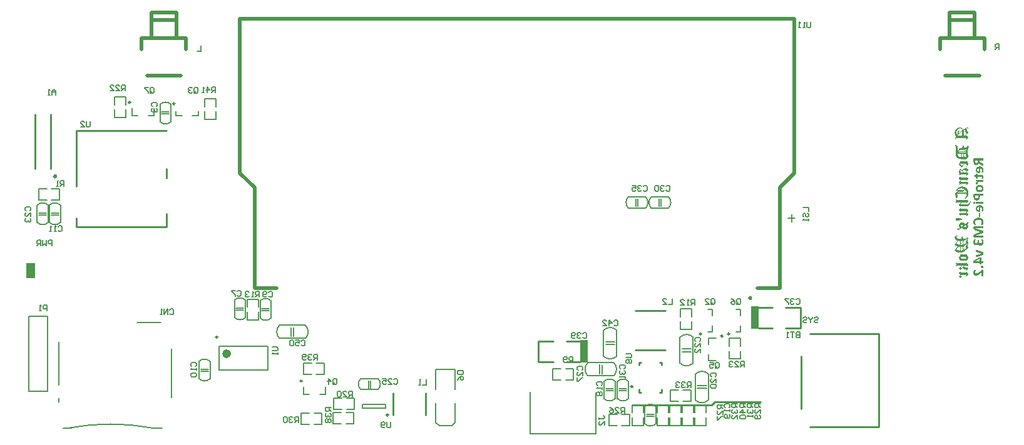
<source format=gbo>
%FSLAX25Y25*%
%MOIN*%
G70*
G01*
G75*
G04 Layer_Color=32896*
%ADD10R,0.04331X0.03937*%
%ADD11R,0.05000X0.04000*%
%ADD12R,0.03937X0.02756*%
%ADD13R,0.04000X0.03500*%
%ADD14R,0.04000X0.05000*%
%ADD15R,0.02756X0.03937*%
%ADD16R,0.03500X0.04000*%
%ADD17R,0.05906X0.04724*%
%ADD18R,0.06496X0.06299*%
%ADD19O,0.07874X0.02362*%
%ADD20O,0.06693X0.01378*%
%ADD21R,0.03543X0.02559*%
%ADD22C,0.06063*%
%ADD23R,0.06299X0.06496*%
%ADD24R,0.03347X0.02362*%
%ADD25R,0.02362X0.03347*%
%ADD26R,0.18504X0.07874*%
%ADD27R,0.01575X0.03937*%
%ADD28R,0.01181X0.04724*%
%ADD29R,0.03937X0.04331*%
%ADD30R,0.10827X0.03937*%
%ADD31C,0.01000*%
%ADD32C,0.00700*%
%ADD33C,0.01200*%
%ADD34C,0.06000*%
%ADD35C,0.02000*%
%ADD36C,0.04000*%
%ADD37C,0.03000*%
%ADD38R,0.18110X0.12598*%
%ADD39R,0.27559X0.09055*%
%ADD40R,0.27953X0.09449*%
%ADD41R,0.11417X0.12992*%
%ADD42R,0.05906X0.07874*%
%ADD43R,0.05906X0.05906*%
%ADD44C,0.05906*%
%ADD45C,0.11811*%
%ADD46C,0.07874*%
%ADD47C,0.02400*%
%ADD48C,0.06693*%
%ADD49C,0.04724*%
%ADD50C,0.05512*%
%ADD51C,0.03937*%
%ADD52C,0.04000*%
%ADD53R,0.05000X0.12000*%
%ADD54O,0.09843X0.05906*%
%ADD55R,0.07677X0.05512*%
%ADD56R,0.03150X0.06299*%
%ADD57R,0.03347X0.06299*%
%ADD58R,0.06299X0.13780*%
%ADD59R,0.05906X0.12205*%
%ADD60R,0.05512X0.13780*%
%ADD61R,0.04724X0.12205*%
%ADD62O,0.01378X0.06693*%
%ADD63R,0.02559X0.04331*%
%ADD64R,0.14567X0.05906*%
%ADD65R,0.07087X0.09449*%
%ADD66R,0.07087X0.07480*%
%ADD67R,0.01575X0.05906*%
%ADD68R,0.00984X0.02756*%
%ADD69R,0.05512X0.00984*%
%ADD70R,0.02756X0.00984*%
G04:AMPARAMS|DCode=71|XSize=27.56mil|YSize=9.84mil|CornerRadius=3.69mil|HoleSize=0mil|Usage=FLASHONLY|Rotation=0.000|XOffset=0mil|YOffset=0mil|HoleType=Round|Shape=RoundedRectangle|*
%AMROUNDEDRECTD71*
21,1,0.02756,0.00246,0,0,0.0*
21,1,0.02018,0.00984,0,0,0.0*
1,1,0.00738,0.01009,-0.00123*
1,1,0.00738,-0.01009,-0.00123*
1,1,0.00738,-0.01009,0.00123*
1,1,0.00738,0.01009,0.00123*
%
%ADD71ROUNDEDRECTD71*%
%ADD72R,0.04724X0.02362*%
%ADD73R,0.13780X0.04724*%
%ADD74R,0.13386X0.07874*%
%ADD75R,0.01378X0.11811*%
%ADD76R,0.11811X0.12598*%
%ADD77R,0.07874X0.18504*%
%ADD78R,0.07874X0.05512*%
%ADD79R,0.05512X0.02362*%
%ADD80R,0.05512X0.02953*%
%ADD81R,0.03150X0.05118*%
%ADD82R,0.02362X0.04724*%
%ADD83R,0.06071X0.06000*%
%ADD84R,0.06000X0.06000*%
%ADD85C,0.01258*%
%ADD86C,0.00787*%
%ADD87C,0.00500*%
%ADD88C,0.00984*%
%ADD89C,0.02362*%
%ADD90C,0.00780*%
%ADD91C,0.00600*%
%ADD92C,0.00800*%
%ADD93R,0.12050X0.04000*%
%ADD94R,0.04000X0.12050*%
%ADD95R,0.07480X0.11811*%
%ADD96R,0.11811X0.07480*%
%ADD97R,0.05131X0.04737*%
%ADD98R,0.05800X0.04800*%
%ADD99R,0.04737X0.03556*%
%ADD100R,0.04800X0.04300*%
%ADD101R,0.04800X0.05800*%
%ADD102R,0.03556X0.04737*%
%ADD103R,0.04300X0.04800*%
%ADD104R,0.06706X0.05524*%
%ADD105R,0.07296X0.07099*%
%ADD106O,0.08674X0.03162*%
%ADD107O,0.07493X0.02178*%
%ADD108R,0.04343X0.03359*%
%ADD109C,0.06863*%
%ADD110R,0.07099X0.07296*%
%ADD111R,0.04147X0.03162*%
%ADD112R,0.03162X0.04147*%
%ADD113R,0.19304X0.08674*%
%ADD114R,0.02375X0.04737*%
%ADD115R,0.01981X0.05524*%
%ADD116R,0.04737X0.05131*%
%ADD117R,0.11627X0.04737*%
%ADD118R,0.06706X0.08674*%
%ADD119R,0.06706X0.06706*%
%ADD120C,0.06706*%
%ADD121C,0.12611*%
%ADD122C,0.08674*%
%ADD123R,0.05800X0.12800*%
%ADD124O,0.10642X0.06706*%
%ADD125R,0.08477X0.06312*%
%ADD126R,0.03950X0.07099*%
%ADD127R,0.04147X0.07099*%
%ADD128R,0.07099X0.14579*%
%ADD129R,0.06706X0.13005*%
%ADD130R,0.06312X0.14579*%
%ADD131R,0.05524X0.13005*%
%ADD132O,0.02178X0.07493*%
%ADD133R,0.03359X0.05131*%
%ADD134R,0.15367X0.06706*%
%ADD135R,0.07887X0.10249*%
%ADD136R,0.07887X0.08280*%
%ADD137R,0.02375X0.06706*%
%ADD138R,0.01784X0.03556*%
%ADD139R,0.06312X0.01784*%
%ADD140R,0.03556X0.01784*%
G04:AMPARAMS|DCode=141|XSize=35.56mil|YSize=17.84mil|CornerRadius=7.69mil|HoleSize=0mil|Usage=FLASHONLY|Rotation=0.000|XOffset=0mil|YOffset=0mil|HoleType=Round|Shape=RoundedRectangle|*
%AMROUNDEDRECTD141*
21,1,0.03556,0.00246,0,0,0.0*
21,1,0.02018,0.01784,0,0,0.0*
1,1,0.01538,0.01009,-0.00123*
1,1,0.01538,-0.01009,-0.00123*
1,1,0.01538,-0.01009,0.00123*
1,1,0.01538,0.01009,0.00123*
%
%ADD141ROUNDEDRECTD141*%
%ADD142R,0.05524X0.03162*%
%ADD143R,0.14579X0.05524*%
%ADD144R,0.14186X0.08674*%
%ADD145R,0.02178X0.12611*%
%ADD146R,0.12611X0.13398*%
%ADD147R,0.08674X0.19304*%
%ADD148R,0.08674X0.06312*%
%ADD149R,0.06312X0.03162*%
%ADD150R,0.06312X0.03753*%
%ADD151R,0.03950X0.05918*%
%ADD152R,0.03162X0.05524*%
%ADD153R,0.06871X0.06800*%
%ADD154R,0.06800X0.06800*%
%ADD155C,0.00598*%
%ADD156C,0.01969*%
%ADD157R,0.04724X0.07874*%
G36*
X220500Y26310D02*
X220559D01*
X220598Y26300D01*
X220637Y26290D01*
X220656D01*
X220666Y26281D01*
X220676D01*
X220725Y26242D01*
X220754Y26203D01*
X220764Y26173D01*
Y26164D01*
Y25734D01*
X222706D01*
X222823Y25724D01*
X222921Y25715D01*
X222999Y25705D01*
X223067Y25695D01*
X223126Y25685D01*
X223155Y25676D01*
X223165D01*
X223321Y25617D01*
X223389Y25578D01*
X223448Y25539D01*
X223497Y25510D01*
X223526Y25480D01*
X223545Y25471D01*
X223555Y25461D01*
X223653Y25344D01*
X223721Y25227D01*
X223750Y25178D01*
X223770Y25139D01*
X223780Y25109D01*
Y25100D01*
X223828Y24924D01*
X223838Y24836D01*
X223848Y24748D01*
X223858Y24680D01*
Y24622D01*
Y24582D01*
Y24573D01*
Y24495D01*
X223848Y24426D01*
X223838Y24377D01*
Y24358D01*
X223828Y24280D01*
X223819Y24212D01*
X223809Y24172D01*
Y24153D01*
X223789Y24085D01*
X223780Y24036D01*
X223760Y23997D01*
Y23987D01*
X223741Y23938D01*
X223721Y23899D01*
X223702Y23889D01*
Y23880D01*
X223662Y23851D01*
X223623Y23831D01*
X223584Y23821D01*
X223575D01*
X223487Y23802D01*
X223399Y23792D01*
X223223D01*
X223165Y23802D01*
X223126Y23811D01*
X223116D01*
X223067Y23821D01*
X223038D01*
X223018Y23831D01*
X223008D01*
X222979Y23841D01*
X222960Y23851D01*
X222950Y23860D01*
Y23870D01*
X222930Y23899D01*
Y23909D01*
X222940Y23958D01*
X222950Y23968D01*
Y23977D01*
X222970Y24026D01*
X222979Y24046D01*
Y24055D01*
X222999Y24134D01*
X223008Y24163D01*
Y24172D01*
X223018Y24221D01*
Y24260D01*
Y24299D01*
Y24309D01*
X223008Y24397D01*
X222999Y24465D01*
X222979Y24524D01*
X222950Y24563D01*
X222921Y24602D01*
X222901Y24622D01*
X222891Y24641D01*
X222882D01*
X222823Y24670D01*
X222755Y24690D01*
X222608Y24719D01*
X222540D01*
X222491Y24729D01*
X220764D01*
Y23948D01*
X220754Y23899D01*
X220715Y23870D01*
X220686Y23851D01*
X220676Y23841D01*
X220637Y23821D01*
X220588Y23811D01*
X220481Y23802D01*
X220432Y23792D01*
X220276D01*
X220217Y23802D01*
X220178Y23811D01*
X220168D01*
X220110Y23821D01*
X220071Y23831D01*
X220051Y23841D01*
X220041D01*
X220012Y23860D01*
X219993Y23870D01*
X219973Y23880D01*
Y23889D01*
X219954Y23909D01*
X219944Y23938D01*
Y23948D01*
Y23958D01*
Y24729D01*
X219124D01*
X219105Y24739D01*
X219085Y24748D01*
Y24758D01*
X219056Y24778D01*
X219036Y24807D01*
X219026Y24826D01*
Y24836D01*
X219017Y24885D01*
X219007Y24934D01*
X218997Y24973D01*
Y24992D01*
X218987Y25070D01*
X218978Y25148D01*
Y25207D01*
Y25227D01*
Y25236D01*
Y25334D01*
X218987Y25412D01*
X218997Y25461D01*
Y25480D01*
X219007Y25549D01*
X219017Y25598D01*
X219026Y25627D01*
Y25637D01*
X219046Y25676D01*
X219065Y25695D01*
X219075Y25715D01*
X219085D01*
X219134Y25734D01*
X219944D01*
Y26164D01*
Y26193D01*
X219954Y26212D01*
X219963Y26222D01*
X219973Y26232D01*
X219993Y26251D01*
X220012Y26271D01*
X220032Y26281D01*
X220041D01*
X220080Y26290D01*
X220120Y26300D01*
X220149Y26310D01*
X220168D01*
X220227Y26320D01*
X220432D01*
X220500Y26310D01*
D02*
G37*
G36*
X222081Y30224D02*
X222247Y30214D01*
X222403Y30195D01*
X222530Y30175D01*
X222628Y30155D01*
X222706Y30136D01*
X222755Y30116D01*
X222774D01*
X222911Y30068D01*
X223028Y30009D01*
X223135Y29950D01*
X223223Y29892D01*
X223291Y29843D01*
X223340Y29804D01*
X223379Y29775D01*
X223389Y29765D01*
X223477Y29667D01*
X223545Y29570D01*
X223614Y29472D01*
X223662Y29375D01*
X223702Y29296D01*
X223731Y29228D01*
X223741Y29189D01*
X223750Y29170D01*
X223789Y29033D01*
X223819Y28887D01*
X223838Y28740D01*
X223848Y28613D01*
X223858Y28496D01*
X223867Y28408D01*
Y28350D01*
Y28340D01*
Y28330D01*
X223858Y28145D01*
Y28057D01*
X223848Y27979D01*
X223838Y27920D01*
Y27872D01*
X223828Y27842D01*
Y27832D01*
X223809Y27667D01*
X223789Y27598D01*
X223780Y27540D01*
X223770Y27491D01*
Y27452D01*
X223760Y27432D01*
Y27423D01*
X223721Y27296D01*
X223692Y27208D01*
X223672Y27149D01*
X223662Y27130D01*
X223633Y27062D01*
X223614Y27013D01*
X223594Y26993D01*
Y26983D01*
X223555Y26954D01*
X223535Y26944D01*
X223487Y26925D01*
X223467Y26915D01*
X223458D01*
X223389Y26905D01*
X223350D01*
X223301Y26896D01*
X223077D01*
X223047Y26905D01*
X223038D01*
X222989Y26915D01*
X222960Y26925D01*
X222940Y26935D01*
X222930D01*
X222901Y26944D01*
X222891Y26954D01*
X222882Y26964D01*
Y26974D01*
X222862Y27013D01*
Y27022D01*
Y27032D01*
X222872Y27081D01*
X222882Y27130D01*
X222891Y27169D01*
X222901Y27188D01*
X222930Y27266D01*
X222960Y27335D01*
X222979Y27393D01*
X222989Y27413D01*
Y27423D01*
X223018Y27540D01*
X223047Y27657D01*
X223057Y27706D01*
X223067Y27735D01*
X223077Y27764D01*
Y27774D01*
X223096Y27930D01*
X223106Y28076D01*
Y28135D01*
Y28184D01*
Y28223D01*
Y28233D01*
Y28330D01*
X223096Y28418D01*
X223087Y28486D01*
X223077Y28555D01*
X223067Y28613D01*
X223057Y28652D01*
X223047Y28672D01*
Y28682D01*
X222989Y28809D01*
X222921Y28906D01*
X222891Y28935D01*
X222872Y28965D01*
X222862Y28975D01*
X222852Y28984D01*
X222745Y29062D01*
X222638Y29111D01*
X222599Y29131D01*
X222559Y29150D01*
X222540Y29160D01*
X222530D01*
X222384Y29189D01*
X222247Y29199D01*
X222198Y29209D01*
X222111D01*
Y27042D01*
X222101Y26944D01*
X222062Y26876D01*
X222032Y26827D01*
X222023Y26818D01*
X221945Y26769D01*
X221857Y26739D01*
X221818Y26730D01*
X221457D01*
X221330Y26749D01*
X221213Y26759D01*
X221105Y26778D01*
X221018Y26798D01*
X220959Y26808D01*
X220910Y26827D01*
X220900D01*
X220783Y26866D01*
X220676Y26915D01*
X220578Y26964D01*
X220500Y27013D01*
X220432Y27062D01*
X220383Y27101D01*
X220354Y27120D01*
X220344Y27130D01*
X220256Y27208D01*
X220188Y27296D01*
X220129Y27384D01*
X220071Y27471D01*
X220032Y27540D01*
X220002Y27598D01*
X219993Y27647D01*
X219983Y27657D01*
X219934Y27784D01*
X219905Y27911D01*
X219876Y28038D01*
X219866Y28155D01*
X219856Y28262D01*
X219846Y28340D01*
Y28399D01*
Y28408D01*
Y28418D01*
X219856Y28574D01*
X219866Y28711D01*
X219895Y28848D01*
X219915Y28955D01*
X219944Y29052D01*
X219973Y29121D01*
X219983Y29160D01*
X219993Y29179D01*
X220051Y29306D01*
X220110Y29414D01*
X220178Y29511D01*
X220246Y29599D01*
X220305Y29667D01*
X220354Y29716D01*
X220393Y29746D01*
X220403Y29755D01*
X220510Y29833D01*
X220617Y29911D01*
X220725Y29970D01*
X220822Y30019D01*
X220910Y30068D01*
X220978Y30097D01*
X221027Y30107D01*
X221047Y30116D01*
X221193Y30155D01*
X221340Y30185D01*
X221486Y30204D01*
X221623Y30214D01*
X221730Y30224D01*
X221828Y30233D01*
X221906D01*
X222081Y30224D01*
D02*
G37*
G36*
X223692Y23050D02*
X223702Y23040D01*
X223711D01*
X223731Y23021D01*
X223750Y22992D01*
X223760Y22972D01*
Y22962D01*
X223770Y22914D01*
X223780Y22865D01*
X223789Y22826D01*
Y22806D01*
X223799Y22728D01*
Y22650D01*
Y22582D01*
Y22572D01*
Y22562D01*
Y22465D01*
X223789Y22386D01*
Y22338D01*
Y22318D01*
X223780Y22250D01*
X223770Y22201D01*
X223760Y22172D01*
Y22162D01*
X223741Y22123D01*
X223731Y22103D01*
X223711Y22084D01*
X223692Y22064D01*
X223662Y22055D01*
X221418D01*
X221301Y21976D01*
X221213Y21908D01*
X221154Y21869D01*
X221144Y21850D01*
X221135D01*
X221047Y21781D01*
X220988Y21723D01*
X220949Y21684D01*
X220939Y21664D01*
X220891Y21596D01*
X220851Y21537D01*
X220842Y21498D01*
X220832Y21488D01*
X220813Y21420D01*
X220793Y21371D01*
Y21332D01*
Y21313D01*
Y21264D01*
X220803Y21225D01*
X220813Y21196D01*
Y21186D01*
X220822Y21147D01*
X220832Y21108D01*
X220842Y21088D01*
Y21079D01*
X220851Y21040D01*
X220861Y21010D01*
X220871Y20991D01*
Y20981D01*
X220881Y20932D01*
Y20913D01*
X220871Y20864D01*
X220861Y20844D01*
X220842Y20825D01*
X220822Y20815D01*
X220803Y20805D01*
X220793D01*
X220754Y20796D01*
X220705Y20786D01*
X220666Y20776D01*
X220656D01*
X220578Y20766D01*
X220246D01*
X220198Y20776D01*
X220090D01*
X220071Y20786D01*
X220061D01*
X220032Y20796D01*
X220012D01*
X219993Y20805D01*
X219954Y20825D01*
X219944Y20835D01*
Y20844D01*
X219934Y20864D01*
X219924Y20883D01*
X219915Y20903D01*
Y20913D01*
X219905Y20942D01*
X219895Y20981D01*
X219885Y21010D01*
Y21020D01*
X219876Y21069D01*
X219866Y21108D01*
X219856Y21137D01*
Y21147D01*
X219846Y21186D01*
Y21225D01*
Y21245D01*
Y21254D01*
X219856Y21342D01*
X219866Y21410D01*
X219876Y21469D01*
X219885Y21479D01*
Y21488D01*
X219915Y21567D01*
X219954Y21645D01*
X219983Y21693D01*
X219993Y21703D01*
Y21713D01*
X220051Y21791D01*
X220120Y21869D01*
X220178Y21928D01*
X220188Y21937D01*
X220198Y21947D01*
X220305Y22035D01*
X220403Y22123D01*
X220451Y22162D01*
X220490Y22182D01*
X220510Y22201D01*
X220520Y22211D01*
X220080D01*
X220032Y22220D01*
X220012Y22230D01*
X219993Y22250D01*
X219973Y22269D01*
X219963Y22289D01*
Y22299D01*
X219954Y22338D01*
X219944Y22377D01*
X219934Y22406D01*
Y22425D01*
X219924Y22494D01*
X219915Y22552D01*
Y22611D01*
Y22621D01*
Y22630D01*
Y22718D01*
X219924Y22787D01*
X219934Y22826D01*
Y22845D01*
X219944Y22894D01*
X219954Y22933D01*
X219963Y22962D01*
Y22972D01*
X219983Y23001D01*
X219993Y23021D01*
X220002Y23040D01*
X220012D01*
X220061Y23060D01*
X223643D01*
X223692Y23050D01*
D02*
G37*
G36*
X223682Y15681D02*
X223702Y15672D01*
X223711D01*
X223731Y15652D01*
X223750Y15623D01*
X223760Y15603D01*
Y15594D01*
X223770Y15535D01*
X223780Y15486D01*
X223789Y15447D01*
Y15428D01*
X223799Y15340D01*
Y15262D01*
Y15193D01*
Y15184D01*
Y15174D01*
Y15067D01*
X223789Y14988D01*
Y14940D01*
Y14920D01*
X223780Y14852D01*
X223770Y14793D01*
X223760Y14764D01*
Y14754D01*
X223741Y14715D01*
X223731Y14686D01*
X223711Y14676D01*
Y14666D01*
X223682Y14647D01*
X223653Y14637D01*
X221984D01*
Y14208D01*
X221974Y14022D01*
X221964Y13856D01*
X221945Y13710D01*
X221925Y13573D01*
X221906Y13476D01*
X221886Y13397D01*
X221867Y13349D01*
Y13329D01*
X221818Y13193D01*
X221759Y13066D01*
X221710Y12958D01*
X221652Y12861D01*
X221603Y12792D01*
X221564Y12734D01*
X221535Y12695D01*
X221525Y12685D01*
X221437Y12587D01*
X221340Y12509D01*
X221242Y12441D01*
X221154Y12382D01*
X221076Y12343D01*
X221018Y12314D01*
X220969Y12295D01*
X220959Y12285D01*
X220822Y12236D01*
X220695Y12207D01*
X220559Y12178D01*
X220442Y12168D01*
X220334Y12158D01*
X220256Y12148D01*
X220061D01*
X219954Y12168D01*
X219866Y12178D01*
X219778Y12197D01*
X219710Y12217D01*
X219661Y12226D01*
X219622Y12246D01*
X219612D01*
X219436Y12324D01*
X219358Y12363D01*
X219300Y12402D01*
X219241Y12441D01*
X219202Y12470D01*
X219183Y12490D01*
X219173Y12500D01*
X219046Y12636D01*
X218939Y12763D01*
X218909Y12822D01*
X218880Y12870D01*
X218870Y12900D01*
X218861Y12910D01*
X218782Y13085D01*
X218753Y13163D01*
X218724Y13232D01*
X218704Y13290D01*
X218695Y13339D01*
X218685Y13368D01*
Y13378D01*
X218655Y13534D01*
X218646Y13602D01*
X218636Y13661D01*
Y13700D01*
X218626Y13739D01*
Y13759D01*
Y13768D01*
X218617Y13895D01*
X218607Y14003D01*
Y14051D01*
Y14090D01*
Y14110D01*
Y14120D01*
Y15340D01*
X218626Y15447D01*
X218655Y15525D01*
X218685Y15574D01*
X218704Y15594D01*
X218792Y15652D01*
X218880Y15681D01*
X218919D01*
X218958Y15691D01*
X223633D01*
X223682Y15681D01*
D02*
G37*
G36*
X222072Y20356D02*
X222228Y20347D01*
X222374Y20327D01*
X222501Y20308D01*
X222599Y20288D01*
X222677Y20278D01*
X222726Y20259D01*
X222745D01*
X222872Y20210D01*
X222989Y20161D01*
X223096Y20103D01*
X223184Y20044D01*
X223262Y19995D01*
X223311Y19956D01*
X223350Y19927D01*
X223360Y19917D01*
X223448Y19820D01*
X223526Y19722D01*
X223584Y19624D01*
X223643Y19536D01*
X223682Y19458D01*
X223711Y19390D01*
X223731Y19351D01*
X223741Y19332D01*
X223780Y19195D01*
X223809Y19049D01*
X223838Y18912D01*
X223848Y18785D01*
X223858Y18668D01*
X223867Y18580D01*
Y18521D01*
Y18512D01*
Y18502D01*
X223858Y18326D01*
X223848Y18160D01*
X223819Y18014D01*
X223789Y17887D01*
X223770Y17789D01*
X223741Y17711D01*
X223731Y17663D01*
X223721Y17643D01*
X223662Y17506D01*
X223594Y17389D01*
X223526Y17282D01*
X223458Y17194D01*
X223399Y17126D01*
X223350Y17067D01*
X223311Y17038D01*
X223301Y17028D01*
X223194Y16940D01*
X223087Y16872D01*
X222979Y16804D01*
X222872Y16755D01*
X222784Y16716D01*
X222716Y16687D01*
X222677Y16677D01*
X222657Y16667D01*
X222511Y16628D01*
X222364Y16589D01*
X222228Y16569D01*
X222101Y16560D01*
X221993Y16550D01*
X221906Y16540D01*
X221652D01*
X221496Y16560D01*
X221349Y16579D01*
X221232Y16599D01*
X221125Y16618D01*
X221057Y16638D01*
X221008Y16648D01*
X220988Y16657D01*
X220851Y16706D01*
X220734Y16755D01*
X220627Y16814D01*
X220539Y16872D01*
X220461Y16921D01*
X220412Y16960D01*
X220373Y16989D01*
X220363Y16999D01*
X220276Y17087D01*
X220198Y17184D01*
X220129Y17282D01*
X220080Y17380D01*
X220032Y17458D01*
X220002Y17526D01*
X219993Y17565D01*
X219983Y17584D01*
X219934Y17721D01*
X219905Y17858D01*
X219876Y18004D01*
X219866Y18131D01*
X219856Y18248D01*
X219846Y18336D01*
Y18395D01*
Y18404D01*
Y18414D01*
X219856Y18590D01*
X219866Y18756D01*
X219895Y18902D01*
X219924Y19029D01*
X219954Y19127D01*
X219973Y19205D01*
X219993Y19253D01*
X220002Y19273D01*
X220061Y19400D01*
X220129Y19517D01*
X220198Y19624D01*
X220266Y19712D01*
X220324Y19781D01*
X220373Y19829D01*
X220412Y19868D01*
X220422Y19878D01*
X220529Y19966D01*
X220637Y20034D01*
X220744Y20103D01*
X220842Y20151D01*
X220930Y20200D01*
X220998Y20230D01*
X221047Y20239D01*
X221066Y20249D01*
X221213Y20288D01*
X221349Y20317D01*
X221496Y20337D01*
X221623Y20347D01*
X221730Y20356D01*
X221818Y20366D01*
X221896D01*
X222072Y20356D01*
D02*
G37*
G36*
X215191Y-16546D02*
X215203Y-16710D01*
X215215Y-16874D01*
X215238Y-17003D01*
X215262Y-17120D01*
X215285Y-17214D01*
X215308Y-17284D01*
X215320Y-17331D01*
X215332Y-17343D01*
X215402Y-17518D01*
X215484Y-17717D01*
X215578Y-17916D01*
X215671Y-18104D01*
X215765Y-18268D01*
X215835Y-18408D01*
X215870Y-18455D01*
X215882Y-18490D01*
X215905Y-18514D01*
Y-18525D01*
X215753Y-18736D01*
X215683Y-18818D01*
X215624Y-18912D01*
X215578Y-18970D01*
X215543Y-19029D01*
X215531Y-19064D01*
X215519Y-19076D01*
X215460Y-19193D01*
X215390Y-19345D01*
X215320Y-19521D01*
X215238Y-19696D01*
X215179Y-19849D01*
X215121Y-19989D01*
X215097Y-20036D01*
X215086Y-20071D01*
X215074Y-20094D01*
Y-20106D01*
X211421D01*
X211315Y-19731D01*
X211198Y-19380D01*
X211081Y-19087D01*
X211022Y-18947D01*
X210964Y-18830D01*
X210905Y-18713D01*
X210858Y-18619D01*
X210812Y-18537D01*
X210776Y-18467D01*
X210741Y-18408D01*
X210718Y-18373D01*
X210695Y-18350D01*
Y-18338D01*
X210882Y-18080D01*
X211058Y-17811D01*
X211198Y-17553D01*
X211315Y-17308D01*
X211409Y-17085D01*
X211456Y-17003D01*
X211479Y-16921D01*
X211503Y-16862D01*
X211526Y-16804D01*
X211538Y-16781D01*
Y-16769D01*
X214325D01*
X214418Y-16757D01*
X214500D01*
X214571Y-16745D01*
X214606Y-16734D01*
X214641D01*
X214664Y-16722D01*
X214723Y-16699D01*
X214770Y-16652D01*
X214875Y-16570D01*
X214922Y-16535D01*
X214957Y-16499D01*
X214980Y-16476D01*
X214992Y-16464D01*
X215191Y-16546D01*
D02*
G37*
G36*
X210191Y-6921D02*
X210027Y-6944D01*
X209898Y-6979D01*
X209793Y-7003D01*
X209711Y-7038D01*
X209652Y-7061D01*
X209617Y-7085D01*
X209594Y-7096D01*
X209547Y-7131D01*
X209524Y-7178D01*
X209477Y-7249D01*
X209465Y-7307D01*
Y-7331D01*
X209488Y-7448D01*
X209535Y-7541D01*
X209594Y-7635D01*
X209676Y-7717D01*
X209758Y-7787D01*
X209816Y-7834D01*
X209863Y-7869D01*
X209887Y-7881D01*
X210062Y-7975D01*
X210250Y-8057D01*
X210636Y-8197D01*
X211046Y-8291D01*
X211444Y-8361D01*
X211631Y-8384D01*
X211795Y-8408D01*
X211947Y-8420D01*
X212088Y-8431D01*
X212193D01*
X212275Y-8443D01*
X212346D01*
X212287Y-8420D01*
X212240Y-8384D01*
X212158Y-8303D01*
X212111Y-8232D01*
X212088Y-8209D01*
Y-8197D01*
X212030Y-8045D01*
X211994Y-7916D01*
X211983Y-7858D01*
Y-7822D01*
Y-7799D01*
Y-7787D01*
X211994Y-7682D01*
X212018Y-7576D01*
X212041Y-7483D01*
X212088Y-7389D01*
X212205Y-7237D01*
X212322Y-7108D01*
X212451Y-7014D01*
X212568Y-6944D01*
X212615Y-6921D01*
X212638Y-6897D01*
X212662Y-6886D01*
X212673D01*
X212826Y-7108D01*
X212767Y-7202D01*
X212732Y-7272D01*
X212685Y-7401D01*
X212673Y-7448D01*
X212662Y-7495D01*
Y-7506D01*
Y-7518D01*
X212673Y-7623D01*
X212709Y-7717D01*
X212744Y-7811D01*
X212791Y-7893D01*
X212849Y-7951D01*
X212884Y-7998D01*
X212919Y-8033D01*
X212931Y-8045D01*
X213037Y-8127D01*
X213154Y-8197D01*
X213271Y-8244D01*
X213376Y-8267D01*
X213470Y-8291D01*
X213552Y-8303D01*
X213622D01*
X213774Y-8291D01*
X213927Y-8267D01*
X214102Y-8232D01*
X214278Y-8185D01*
X214629Y-8068D01*
X214969Y-7928D01*
X215121Y-7858D01*
X215273Y-7787D01*
X215402Y-7729D01*
X215519Y-7670D01*
X215613Y-7623D01*
X215683Y-7588D01*
X215730Y-7565D01*
X215742Y-7553D01*
X215905Y-7775D01*
X215812Y-7951D01*
X215730Y-8103D01*
X215671Y-8244D01*
X215624Y-8361D01*
X215589Y-8455D01*
X215566Y-8513D01*
X215543Y-8560D01*
Y-8572D01*
X215484Y-8806D01*
X215460Y-8911D01*
X215449Y-9005D01*
X215437Y-9087D01*
Y-9157D01*
Y-9204D01*
Y-9216D01*
Y-9345D01*
X215460Y-9462D01*
X215472Y-9555D01*
X215496Y-9649D01*
X215519Y-9719D01*
X215531Y-9766D01*
X215554Y-9801D01*
Y-9813D01*
X215589Y-9883D01*
X215648Y-9954D01*
X215765Y-10094D01*
X215812Y-10153D01*
X215859Y-10199D01*
X215894Y-10235D01*
X215905Y-10246D01*
X215800Y-10481D01*
X215718Y-10680D01*
X215660Y-10843D01*
X215601Y-10984D01*
X215566Y-11089D01*
X215543Y-11171D01*
X215519Y-11218D01*
Y-11230D01*
X215460Y-11464D01*
X215437Y-11570D01*
X215425Y-11663D01*
X215414Y-11745D01*
Y-11804D01*
Y-11839D01*
Y-11851D01*
X215437Y-12003D01*
X215472Y-12143D01*
X215496Y-12202D01*
X215507Y-12249D01*
X215531Y-12272D01*
Y-12284D01*
X215578Y-12377D01*
X215636Y-12460D01*
X215753Y-12635D01*
X215812Y-12694D01*
X215859Y-12752D01*
X215894Y-12787D01*
X215905Y-12799D01*
X215706Y-13022D01*
X215519Y-13232D01*
X215343Y-13431D01*
X215168Y-13607D01*
X215016Y-13771D01*
X214863Y-13923D01*
X214723Y-14052D01*
X214594Y-14181D01*
X214489Y-14286D01*
X214383Y-14380D01*
X214301Y-14462D01*
X214219Y-14521D01*
X214161Y-14579D01*
X214126Y-14614D01*
X214102Y-14626D01*
X214090Y-14638D01*
X213798Y-14848D01*
X213517Y-15036D01*
X213247Y-15200D01*
X213001Y-15340D01*
X212779Y-15434D01*
X212697Y-15481D01*
X212615Y-15516D01*
X212556Y-15539D01*
X212510Y-15563D01*
X212486Y-15574D01*
X212474D01*
X212275Y-15645D01*
X212076Y-15691D01*
X211877Y-15738D01*
X211702Y-15762D01*
X211549Y-15773D01*
X211432Y-15785D01*
X211327D01*
X211093Y-15773D01*
X210870Y-15750D01*
X210659Y-15703D01*
X210460Y-15668D01*
X210296Y-15621D01*
X210168Y-15574D01*
X210121Y-15563D01*
X210086Y-15551D01*
X210074Y-15539D01*
X210062D01*
X209816Y-15434D01*
X209559Y-15305D01*
X209313Y-15165D01*
X209079Y-15036D01*
X208879Y-14907D01*
X208786Y-14848D01*
X208716Y-14790D01*
X208657Y-14755D01*
X208610Y-14720D01*
X208587Y-14708D01*
X208575Y-14696D01*
X210109Y-12424D01*
X209781Y-12284D01*
X209488Y-12143D01*
X209231Y-12003D01*
X209008Y-11862D01*
X208821Y-11733D01*
X208751Y-11687D01*
X208692Y-11640D01*
X208634Y-11593D01*
X208598Y-11570D01*
X208587Y-11558D01*
X208575Y-11546D01*
X210109Y-9309D01*
X209840Y-9204D01*
X209606Y-9099D01*
X209406Y-8982D01*
X209254Y-8876D01*
X209125Y-8771D01*
X209032Y-8689D01*
X208985Y-8642D01*
X208962Y-8619D01*
X208833Y-8455D01*
X208739Y-8291D01*
X208669Y-8127D01*
X208622Y-7986D01*
X208598Y-7869D01*
X208575Y-7775D01*
Y-7717D01*
Y-7694D01*
X208587Y-7506D01*
X208634Y-7354D01*
X208704Y-7213D01*
X208774Y-7096D01*
X208844Y-7003D01*
X208915Y-6932D01*
X208962Y-6886D01*
X208973Y-6874D01*
X209137Y-6780D01*
X209325Y-6698D01*
X209524Y-6651D01*
X209711Y-6605D01*
X209887Y-6581D01*
X210027Y-6569D01*
X210086Y-6558D01*
X210156D01*
X210191Y-6921D01*
D02*
G37*
G36*
X209406Y-20996D02*
X209453Y-21066D01*
X209500Y-21125D01*
X209535Y-21172D01*
X209594Y-21230D01*
X209617Y-21242D01*
X209664Y-21277D01*
X209711Y-21301D01*
X209828Y-21347D01*
X209887Y-21359D01*
X209933Y-21371D01*
X209957Y-21383D01*
X209968D01*
X210027Y-21394D01*
X210097Y-21406D01*
X210273Y-21418D01*
X214126D01*
X214289Y-21406D01*
X214430Y-21394D01*
X214524D01*
X214594Y-21383D01*
X214641Y-21371D01*
X214664Y-21359D01*
X214676D01*
X214723Y-21336D01*
X214770Y-21289D01*
X214863Y-21195D01*
X214898Y-21148D01*
X214934Y-21113D01*
X214945Y-21090D01*
X214957Y-21078D01*
X215168D01*
X215226Y-21230D01*
X215285Y-21371D01*
X215332Y-21488D01*
X215379Y-21582D01*
X215414Y-21664D01*
X215449Y-21722D01*
X215460Y-21757D01*
X215472Y-21769D01*
X215531Y-21874D01*
X215601Y-21980D01*
X215671Y-22085D01*
X215742Y-22179D01*
X215812Y-22261D01*
X215859Y-22319D01*
X215894Y-22366D01*
X215905Y-22378D01*
X214852Y-23643D01*
X214980Y-23654D01*
X215086Y-23678D01*
X215191Y-23701D01*
X215273Y-23724D01*
X215343Y-23736D01*
X215390Y-23760D01*
X215425Y-23771D01*
X215437D01*
X215519Y-23818D01*
X215613Y-23877D01*
X215753Y-23994D01*
X215824Y-24052D01*
X215870Y-24099D01*
X215894Y-24134D01*
X215905Y-24146D01*
X215039Y-25364D01*
X214781Y-25200D01*
X214852Y-25095D01*
X214898Y-25013D01*
X214934Y-24954D01*
X214957Y-24907D01*
X214969Y-24884D01*
X214980Y-24872D01*
Y-24860D01*
X214969Y-24849D01*
X214945Y-24837D01*
X214922Y-24825D01*
X214910Y-24814D01*
X214887Y-24802D01*
X214863D01*
X214781Y-24778D01*
X214676Y-24755D01*
X214559Y-24732D01*
X214442Y-24708D01*
X214348Y-24685D01*
X214278Y-24673D01*
X214254D01*
X214044Y-24626D01*
X213856Y-24579D01*
X213704Y-24532D01*
X213563Y-24486D01*
X213470Y-24439D01*
X213388Y-24404D01*
X213341Y-24380D01*
X213329Y-24369D01*
X213212Y-24287D01*
X213107Y-24205D01*
X213013Y-24111D01*
X212931Y-24017D01*
X212873Y-23935D01*
X212826Y-23877D01*
X212802Y-23830D01*
X212791Y-23818D01*
X211842Y-24919D01*
X210695Y-23865D01*
X212065Y-22554D01*
X210332D01*
X210168Y-22565D01*
X210027Y-22589D01*
X209910Y-22612D01*
X209828Y-22624D01*
X209770Y-22647D01*
X209734Y-22659D01*
X209723D01*
X209629Y-22717D01*
X209547Y-22788D01*
X209383Y-22952D01*
X209325Y-23034D01*
X209278Y-23104D01*
X209243Y-23151D01*
X209231Y-23163D01*
X208962D01*
X208985Y-22987D01*
X209008Y-22835D01*
X209043Y-22694D01*
X209067Y-22589D01*
X209102Y-22495D01*
X209125Y-22436D01*
X209137Y-22390D01*
X209149Y-22378D01*
X209207Y-22273D01*
X209266Y-22167D01*
X209336Y-22073D01*
X209406Y-22003D01*
X209465Y-21933D01*
X209512Y-21886D01*
X209547Y-21851D01*
X209559Y-21839D01*
X209453Y-21734D01*
X209371Y-21640D01*
X209313Y-21570D01*
X209301Y-21558D01*
Y-21546D01*
X209266Y-21488D01*
X209231Y-21406D01*
X209149Y-21242D01*
X209125Y-21160D01*
X209102Y-21090D01*
X209079Y-21043D01*
Y-21031D01*
X209360Y-20914D01*
X209406Y-20996D01*
D02*
G37*
G36*
X223682Y34557D02*
X223702Y34547D01*
X223711D01*
X223731Y34528D01*
X223750Y34499D01*
X223760Y34479D01*
Y34469D01*
X223770Y34411D01*
X223780Y34362D01*
X223789Y34323D01*
Y34303D01*
X223799Y34216D01*
Y34137D01*
Y34069D01*
Y34059D01*
Y34050D01*
Y33942D01*
X223789Y33864D01*
Y33815D01*
Y33796D01*
X223780Y33728D01*
X223770Y33669D01*
X223760Y33640D01*
Y33630D01*
X223741Y33591D01*
X223731Y33562D01*
X223711Y33552D01*
Y33542D01*
X223682Y33523D01*
X223653Y33513D01*
X221662D01*
Y33191D01*
X221671Y33074D01*
X221691Y32986D01*
X221701Y32947D01*
X221710Y32917D01*
X221720Y32908D01*
Y32898D01*
X221769Y32810D01*
X221818Y32742D01*
X221857Y32693D01*
X221867Y32673D01*
X221876D01*
X221954Y32605D01*
X222042Y32547D01*
X222101Y32508D01*
X222120Y32498D01*
X222130D01*
X222247Y32439D01*
X222355Y32381D01*
X222403Y32361D01*
X222442Y32342D01*
X222462Y32332D01*
X222472D01*
X223623Y31863D01*
X223682Y31844D01*
X223702Y31834D01*
X223711D01*
X223731Y31805D01*
X223750Y31776D01*
X223760Y31756D01*
Y31746D01*
X223770Y31697D01*
X223780Y31649D01*
X223789Y31610D01*
Y31590D01*
X223799Y31502D01*
Y31414D01*
Y31375D01*
Y31346D01*
Y31327D01*
Y31317D01*
Y31190D01*
X223789Y31083D01*
Y31053D01*
Y31024D01*
Y31014D01*
Y31005D01*
X223780Y30926D01*
Y30868D01*
X223770Y30839D01*
Y30829D01*
X223750Y30790D01*
X223741Y30770D01*
X223721Y30751D01*
X223672Y30731D01*
X223614D01*
X223575Y30741D01*
X223545Y30751D01*
X223535Y30760D01*
X223467Y30780D01*
X223399Y30809D01*
X223340Y30829D01*
X223321Y30839D01*
X223311D01*
X222296Y31268D01*
X222169Y31327D01*
X222062Y31375D01*
X222023Y31395D01*
X221993Y31414D01*
X221974Y31424D01*
X221964D01*
X221867Y31483D01*
X221779Y31541D01*
X221730Y31580D01*
X221710Y31600D01*
X221632Y31668D01*
X221564Y31727D01*
X221525Y31766D01*
X221515Y31785D01*
X221457Y31863D01*
X221408Y31932D01*
X221379Y31980D01*
X221369Y31990D01*
Y32000D01*
X221310Y31834D01*
X221281Y31766D01*
X221242Y31697D01*
X221213Y31649D01*
X221193Y31610D01*
X221183Y31590D01*
X221174Y31580D01*
X221076Y31444D01*
X220978Y31346D01*
X220939Y31307D01*
X220910Y31278D01*
X220891Y31268D01*
X220881Y31258D01*
X220754Y31170D01*
X220627Y31112D01*
X220578Y31092D01*
X220539Y31073D01*
X220510Y31063D01*
X220500D01*
X220334Y31024D01*
X220256Y31014D01*
X220188Y31005D01*
X220120Y30995D01*
X219915D01*
X219817Y31014D01*
X219719Y31024D01*
X219641Y31044D01*
X219573Y31063D01*
X219524Y31073D01*
X219495Y31092D01*
X219485D01*
X219319Y31170D01*
X219251Y31209D01*
X219192Y31258D01*
X219144Y31297D01*
X219105Y31327D01*
X219085Y31346D01*
X219075Y31356D01*
X218958Y31492D01*
X218870Y31639D01*
X218831Y31697D01*
X218812Y31746D01*
X218792Y31776D01*
Y31785D01*
X218724Y31971D01*
X218695Y32068D01*
X218675Y32156D01*
X218655Y32234D01*
X218646Y32293D01*
X218636Y32332D01*
Y32342D01*
X218626Y32430D01*
Y32508D01*
X218617Y32566D01*
Y32576D01*
Y32586D01*
X218607Y32693D01*
Y32800D01*
Y32849D01*
Y32878D01*
Y32908D01*
Y32917D01*
Y34264D01*
X218617Y34352D01*
X218646Y34420D01*
X218675Y34460D01*
X218685Y34479D01*
X218753Y34528D01*
X218841Y34557D01*
X218880D01*
X218909Y34567D01*
X223633D01*
X223682Y34557D01*
D02*
G37*
G36*
X211877Y-25891D02*
X211807Y-25973D01*
X211760Y-26031D01*
X211725Y-26090D01*
X211702Y-26125D01*
X211678Y-26172D01*
Y-26184D01*
X211690Y-26219D01*
X211725Y-26242D01*
X211760Y-26266D01*
X211772Y-26277D01*
X211819Y-26301D01*
X211877Y-26324D01*
X212018Y-26336D01*
X212088Y-26348D01*
X214266D01*
X214383Y-26336D01*
X214477Y-26324D01*
X214547D01*
X214606Y-26313D01*
X214641Y-26301D01*
X214652Y-26289D01*
X214664D01*
X214711Y-26266D01*
X214758Y-26219D01*
X214852Y-26125D01*
X214887Y-26078D01*
X214922Y-26043D01*
X214934Y-26020D01*
X214945Y-26008D01*
X215168D01*
X215203Y-26137D01*
X215250Y-26254D01*
X215285Y-26359D01*
X215320Y-26453D01*
X215355Y-26523D01*
X215390Y-26582D01*
X215402Y-26617D01*
X215414Y-26629D01*
X215472Y-26734D01*
X215554Y-26851D01*
X215636Y-26968D01*
X215706Y-27074D01*
X215788Y-27179D01*
X215847Y-27261D01*
X215894Y-27308D01*
X215905Y-27331D01*
X214875Y-28655D01*
X214617Y-28444D01*
X214980Y-27952D01*
X214652Y-27507D01*
X211983D01*
X211631Y-27847D01*
X212357Y-28444D01*
X211655Y-29275D01*
X210695Y-28467D01*
X211620Y-27507D01*
X211491Y-27483D01*
X211385Y-27448D01*
X211339Y-27425D01*
X211303Y-27413D01*
X211292Y-27390D01*
X211280D01*
X211186Y-27319D01*
X211081Y-27226D01*
X210987Y-27120D01*
X210894Y-27015D01*
X210812Y-26921D01*
X210753Y-26839D01*
X210706Y-26781D01*
X210695Y-26757D01*
X211643Y-25692D01*
X211877Y-25891D01*
D02*
G37*
G36*
X223692Y11377D02*
X223702Y11367D01*
X223711D01*
X223731Y11348D01*
X223750Y11319D01*
X223760Y11299D01*
Y11289D01*
X223770Y11241D01*
X223780Y11192D01*
X223789Y11153D01*
Y11133D01*
X223799Y11055D01*
Y10977D01*
Y10909D01*
Y10899D01*
Y10889D01*
Y10792D01*
X223789Y10713D01*
Y10665D01*
Y10645D01*
X223780Y10577D01*
X223770Y10528D01*
X223760Y10499D01*
Y10489D01*
X223741Y10450D01*
X223731Y10430D01*
X223711Y10411D01*
X223692Y10391D01*
X223662Y10382D01*
X220061D01*
X220041Y10391D01*
X220022Y10401D01*
Y10411D01*
X219993Y10430D01*
X219973Y10460D01*
X219963Y10479D01*
Y10489D01*
X219954Y10538D01*
X219944Y10587D01*
X219934Y10626D01*
Y10645D01*
X219924Y10723D01*
X219915Y10801D01*
Y10860D01*
Y10879D01*
Y10889D01*
Y10987D01*
X219924Y11065D01*
X219934Y11114D01*
Y11133D01*
X219944Y11202D01*
X219954Y11250D01*
X219963Y11280D01*
Y11289D01*
X219983Y11328D01*
X220002Y11348D01*
X220012Y11367D01*
X220022D01*
X220071Y11387D01*
X223643D01*
X223692Y11377D01*
D02*
G37*
G36*
X220188Y-14321D02*
X220227D01*
X220276Y-14340D01*
X220315Y-14350D01*
X220354Y-14370D01*
X220363D01*
X223584Y-15443D01*
X223633Y-15463D01*
X223672Y-15473D01*
X223692Y-15492D01*
X223702D01*
X223731Y-15521D01*
X223741Y-15560D01*
X223760Y-15590D01*
Y-15599D01*
X223770Y-15668D01*
X223780Y-15736D01*
X223789Y-15795D01*
Y-15804D01*
Y-15814D01*
X223799Y-15931D01*
Y-16039D01*
Y-16087D01*
Y-16127D01*
Y-16156D01*
Y-16165D01*
Y-16312D01*
Y-16371D01*
X223789Y-16419D01*
Y-16458D01*
Y-16488D01*
Y-16497D01*
Y-16507D01*
X223780Y-16595D01*
X223770Y-16663D01*
X223760Y-16712D01*
Y-16722D01*
X223741Y-16771D01*
X223721Y-16810D01*
X223711Y-16819D01*
X223702Y-16829D01*
X223623Y-16878D01*
X223594Y-16888D01*
X223584D01*
X220363Y-17961D01*
X220324Y-17971D01*
X220295D01*
X220276Y-17981D01*
X220266D01*
X220207Y-17991D01*
X220198Y-18000D01*
X220188D01*
X220139Y-18010D01*
X220071D01*
X220022Y-18000D01*
X220002Y-17991D01*
X219983Y-17971D01*
X219963Y-17942D01*
X219954Y-17922D01*
Y-17913D01*
X219944Y-17874D01*
X219934Y-17825D01*
X219924Y-17786D01*
Y-17766D01*
X219915Y-17688D01*
Y-17620D01*
Y-17561D01*
Y-17542D01*
Y-17532D01*
Y-17425D01*
X219924Y-17346D01*
X219934Y-17298D01*
Y-17278D01*
X219944Y-17220D01*
X219954Y-17171D01*
X219963Y-17142D01*
Y-17132D01*
X219973Y-17102D01*
X219993Y-17073D01*
X220002Y-17063D01*
X220012Y-17054D01*
X220061Y-17024D01*
X220080Y-17015D01*
X220090D01*
X222706Y-16214D01*
X222813Y-16195D01*
X222706Y-16175D01*
X220090Y-15356D01*
X220032Y-15326D01*
X220022Y-15316D01*
X220012Y-15307D01*
X219983Y-15287D01*
X219973Y-15258D01*
X219963Y-15238D01*
Y-15229D01*
X219954Y-15180D01*
X219944Y-15131D01*
X219934Y-15092D01*
Y-15082D01*
Y-15072D01*
X219924Y-14994D01*
X219915Y-14907D01*
Y-14867D01*
Y-14838D01*
Y-14819D01*
Y-14809D01*
Y-14711D01*
Y-14633D01*
X219924Y-14584D01*
Y-14565D01*
X219934Y-14497D01*
X219944Y-14448D01*
X219954Y-14419D01*
Y-14409D01*
X219983Y-14350D01*
X219993Y-14340D01*
X220002Y-14331D01*
X220051Y-14311D01*
X220159D01*
X220188Y-14321D01*
D02*
G37*
G36*
X223291Y-8582D02*
X223331D01*
X223360Y-8592D01*
X223370D01*
X223428Y-8611D01*
X223448Y-8621D01*
X223458D01*
X223506Y-8660D01*
X223516Y-8670D01*
X223526Y-8680D01*
X223555Y-8719D01*
X223584Y-8767D01*
X223614Y-8806D01*
X223623Y-8826D01*
X223662Y-8924D01*
X223702Y-9021D01*
X223721Y-9060D01*
X223731Y-9089D01*
X223741Y-9109D01*
Y-9119D01*
X223770Y-9265D01*
X223799Y-9392D01*
X223809Y-9451D01*
X223819Y-9490D01*
X223828Y-9519D01*
Y-9529D01*
X223848Y-9704D01*
X223858Y-9792D01*
Y-9870D01*
X223867Y-9929D01*
Y-9978D01*
Y-10017D01*
Y-10026D01*
Y-10183D01*
X223848Y-10339D01*
X223838Y-10475D01*
X223819Y-10593D01*
X223799Y-10690D01*
X223789Y-10768D01*
X223770Y-10807D01*
Y-10827D01*
X223721Y-10964D01*
X223672Y-11081D01*
X223623Y-11188D01*
X223575Y-11286D01*
X223526Y-11354D01*
X223487Y-11412D01*
X223467Y-11451D01*
X223458Y-11461D01*
X223379Y-11559D01*
X223291Y-11637D01*
X223204Y-11705D01*
X223126Y-11764D01*
X223057Y-11813D01*
X222999Y-11842D01*
X222960Y-11861D01*
X222950Y-11871D01*
X222833Y-11920D01*
X222716Y-11959D01*
X222599Y-11988D01*
X222491Y-12008D01*
X222403Y-12017D01*
X222335Y-12027D01*
X222267D01*
X222101Y-12017D01*
X222023Y-11998D01*
X221954Y-11988D01*
X221906Y-11969D01*
X221867Y-11949D01*
X221837Y-11940D01*
X221828D01*
X221681Y-11871D01*
X221574Y-11803D01*
X221525Y-11764D01*
X221496Y-11744D01*
X221476Y-11725D01*
X221466Y-11715D01*
X221359Y-11598D01*
X221271Y-11471D01*
X221242Y-11422D01*
X221222Y-11383D01*
X221203Y-11354D01*
Y-11344D01*
X221135Y-11178D01*
X221105Y-11100D01*
X221086Y-11022D01*
X221076Y-10964D01*
X221066Y-10915D01*
X221057Y-10876D01*
Y-10866D01*
X221047D01*
X220998Y-11022D01*
X220969Y-11090D01*
X220939Y-11149D01*
X220920Y-11198D01*
X220900Y-11237D01*
X220881Y-11256D01*
Y-11266D01*
X220793Y-11383D01*
X220705Y-11471D01*
X220676Y-11510D01*
X220647Y-11530D01*
X220627Y-11549D01*
X220617D01*
X220490Y-11627D01*
X220373Y-11686D01*
X220324Y-11705D01*
X220285Y-11715D01*
X220256Y-11725D01*
X220246D01*
X220090Y-11764D01*
X219954Y-11783D01*
X219895Y-11793D01*
X219700D01*
X219592Y-11774D01*
X219505Y-11764D01*
X219417Y-11744D01*
X219358Y-11725D01*
X219300Y-11705D01*
X219270Y-11695D01*
X219261Y-11686D01*
X219173Y-11647D01*
X219095Y-11598D01*
X219026Y-11549D01*
X218968Y-11500D01*
X218919Y-11451D01*
X218880Y-11412D01*
X218861Y-11393D01*
X218851Y-11383D01*
X218743Y-11227D01*
X218665Y-11071D01*
X218636Y-11003D01*
X218617Y-10944D01*
X218597Y-10905D01*
Y-10895D01*
X218548Y-10671D01*
X218529Y-10563D01*
X218519Y-10456D01*
X218509Y-10368D01*
Y-10300D01*
Y-10251D01*
Y-10232D01*
X218519Y-10026D01*
X218529Y-9939D01*
X218538Y-9861D01*
X218548Y-9792D01*
X218558Y-9743D01*
X218568Y-9704D01*
Y-9695D01*
X218607Y-9529D01*
X218626Y-9451D01*
X218646Y-9392D01*
X218665Y-9334D01*
X218685Y-9295D01*
X218695Y-9275D01*
Y-9265D01*
X218743Y-9138D01*
X218792Y-9041D01*
X218812Y-9002D01*
X218831Y-8972D01*
X218841Y-8963D01*
Y-8953D01*
X218890Y-8875D01*
X218919Y-8826D01*
X218939Y-8797D01*
X218948Y-8787D01*
X218997Y-8748D01*
X219017Y-8728D01*
X219026D01*
X219075Y-8709D01*
X219095Y-8699D01*
X219105D01*
X219134Y-8689D01*
X219573D01*
X219622Y-8699D01*
X219661D01*
X219680Y-8709D01*
X219690D01*
X219710Y-8728D01*
X219729Y-8738D01*
X219739Y-8748D01*
X219749Y-8797D01*
Y-8806D01*
Y-8816D01*
X219739Y-8855D01*
X219719Y-8904D01*
X219700Y-8943D01*
X219690Y-8963D01*
X219641Y-9041D01*
X219592Y-9119D01*
X219563Y-9187D01*
X219553Y-9197D01*
Y-9207D01*
X219495Y-9324D01*
X219456Y-9431D01*
X219436Y-9470D01*
X219427Y-9509D01*
X219417Y-9529D01*
Y-9539D01*
X219378Y-9675D01*
X219358Y-9802D01*
X219349Y-9851D01*
Y-9890D01*
Y-9919D01*
Y-9929D01*
X219358Y-10056D01*
X219378Y-10163D01*
X219388Y-10202D01*
X219397Y-10232D01*
X219407Y-10241D01*
Y-10251D01*
X219446Y-10349D01*
X219495Y-10417D01*
X219524Y-10456D01*
X219544Y-10475D01*
X219602Y-10534D01*
X219671Y-10573D01*
X219719Y-10593D01*
X219729Y-10602D01*
X219739D01*
X219827Y-10632D01*
X219905Y-10641D01*
X219973Y-10651D01*
X219993D01*
X220110Y-10641D01*
X220207Y-10622D01*
X220246Y-10602D01*
X220276Y-10593D01*
X220295Y-10583D01*
X220305D01*
X220403Y-10524D01*
X220471Y-10466D01*
X220520Y-10417D01*
X220539Y-10407D01*
Y-10397D01*
X220607Y-10300D01*
X220656Y-10202D01*
X220676Y-10163D01*
X220686Y-10124D01*
X220695Y-10105D01*
Y-10095D01*
X220725Y-9958D01*
X220734Y-9822D01*
X220744Y-9773D01*
Y-9724D01*
Y-9695D01*
Y-9685D01*
Y-9236D01*
X220754Y-9177D01*
X220764Y-9158D01*
Y-9148D01*
X220803Y-9109D01*
X220813Y-9099D01*
X220822D01*
X220861Y-9089D01*
X220891Y-9080D01*
X220930Y-9070D01*
X220939D01*
X220998Y-9060D01*
X221213D01*
X221271Y-9070D01*
X221330D01*
X221379Y-9080D01*
X221418Y-9089D01*
X221447Y-9099D01*
X221457D01*
X221476Y-9119D01*
X221496Y-9138D01*
X221505Y-9148D01*
Y-9158D01*
X221515Y-9216D01*
Y-9236D01*
Y-9246D01*
Y-9695D01*
X221525Y-9890D01*
X221535Y-9968D01*
X221545Y-10036D01*
X221554Y-10095D01*
X221564Y-10134D01*
X221574Y-10163D01*
Y-10173D01*
X221623Y-10319D01*
X221652Y-10378D01*
X221681Y-10427D01*
X221701Y-10466D01*
X221720Y-10505D01*
X221730Y-10514D01*
X221740Y-10524D01*
X221818Y-10612D01*
X221896Y-10680D01*
X221954Y-10719D01*
X221974Y-10729D01*
X221984D01*
X222091Y-10778D01*
X222198Y-10797D01*
X222237Y-10807D01*
X222306D01*
X222423Y-10797D01*
X222520Y-10778D01*
X222559Y-10768D01*
X222589Y-10758D01*
X222599Y-10749D01*
X222608D01*
X222696Y-10700D01*
X222764Y-10641D01*
X222813Y-10593D01*
X222833Y-10583D01*
Y-10573D01*
X222901Y-10475D01*
X222940Y-10388D01*
X222960Y-10339D01*
X222970Y-10310D01*
X222979Y-10290D01*
Y-10280D01*
X223008Y-10153D01*
X223018Y-10026D01*
X223028Y-9978D01*
Y-9939D01*
Y-9909D01*
Y-9900D01*
X223018Y-9714D01*
X223008Y-9636D01*
X222999Y-9568D01*
Y-9509D01*
X222989Y-9470D01*
X222979Y-9441D01*
Y-9431D01*
X222940Y-9295D01*
X222901Y-9187D01*
X222882Y-9138D01*
X222872Y-9109D01*
X222862Y-9089D01*
Y-9080D01*
X222823Y-8982D01*
X222784Y-8904D01*
X222755Y-8855D01*
X222745Y-8836D01*
X222706Y-8777D01*
X222696Y-8728D01*
X222686Y-8709D01*
Y-8699D01*
X222696Y-8660D01*
X222726Y-8621D01*
X222755Y-8611D01*
X222764Y-8602D01*
X222794Y-8592D01*
X222843Y-8582D01*
X222921Y-8572D01*
X223233D01*
X223291Y-8582D01*
D02*
G37*
G36*
X222423Y-18264D02*
X222491D01*
X222550Y-18274D01*
X222599Y-18283D01*
X222628Y-18303D01*
X222638D01*
X222667Y-18323D01*
X222686Y-18352D01*
X222696Y-18361D01*
Y-18371D01*
X222706Y-18440D01*
Y-18469D01*
Y-18479D01*
Y-20460D01*
X223643D01*
X223692Y-20470D01*
X223702Y-20480D01*
X223711D01*
X223731Y-20499D01*
X223750Y-20528D01*
X223760Y-20548D01*
Y-20558D01*
X223770Y-20606D01*
X223780Y-20655D01*
X223789Y-20694D01*
Y-20714D01*
X223799Y-20792D01*
Y-20870D01*
Y-20938D01*
Y-20948D01*
Y-20958D01*
Y-21065D01*
X223789Y-21143D01*
Y-21182D01*
Y-21202D01*
X223780Y-21270D01*
X223770Y-21319D01*
X223760Y-21348D01*
Y-21358D01*
X223741Y-21397D01*
X223731Y-21426D01*
X223711Y-21446D01*
X223692Y-21465D01*
X223662Y-21475D01*
X222706D01*
Y-21934D01*
X222686Y-21982D01*
X222657Y-22012D01*
X222628Y-22031D01*
X222608Y-22041D01*
X222511Y-22070D01*
X222413Y-22080D01*
X222364Y-22090D01*
X222218D01*
X222150Y-22080D01*
X222091Y-22070D01*
X222052D01*
X222013Y-22061D01*
X221993Y-22051D01*
X221974Y-22041D01*
X221935Y-22021D01*
X221915Y-22002D01*
X221876Y-21973D01*
X221867Y-21944D01*
Y-21934D01*
Y-21475D01*
X218753D01*
X218724Y-21465D01*
X218704Y-21455D01*
X218685Y-21436D01*
Y-21426D01*
X218655Y-21387D01*
X218636Y-21348D01*
X218626Y-21319D01*
Y-21299D01*
X218617Y-21231D01*
X218607Y-21163D01*
X218597Y-21104D01*
Y-21085D01*
Y-21075D01*
X218587Y-20958D01*
X218577Y-20841D01*
Y-20792D01*
Y-20763D01*
Y-20733D01*
Y-20723D01*
Y-20597D01*
Y-20489D01*
X218587Y-20450D01*
Y-20431D01*
Y-20411D01*
Y-20401D01*
X218597Y-20314D01*
X218607Y-20245D01*
X218617Y-20206D01*
Y-20187D01*
X218636Y-20128D01*
X218646Y-20089D01*
X218655Y-20060D01*
X218665Y-20050D01*
X218685Y-20021D01*
X218704Y-20001D01*
X218714Y-19982D01*
X218724D01*
X221564Y-18381D01*
X221613Y-18352D01*
X221662Y-18332D01*
X221691Y-18323D01*
X221701Y-18313D01*
X221749Y-18303D01*
X221798Y-18283D01*
X221837Y-18274D01*
X221847D01*
X221906Y-18264D01*
X221964D01*
X222003Y-18254D01*
X222345D01*
X222423Y-18264D01*
D02*
G37*
G36*
X223516Y-24803D02*
X223575D01*
X223633Y-24823D01*
X223672Y-24842D01*
X223702Y-24852D01*
X223711Y-24862D01*
X223741Y-24891D01*
X223750Y-24930D01*
X223770Y-24959D01*
Y-24969D01*
X223780Y-25018D01*
Y-25076D01*
Y-25115D01*
Y-25125D01*
Y-28102D01*
X223770Y-28151D01*
X223760Y-28170D01*
X223741Y-28190D01*
X223721Y-28209D01*
X223702Y-28219D01*
X223692D01*
X223643Y-28229D01*
X223604Y-28239D01*
X223565Y-28248D01*
X223555D01*
X223487Y-28258D01*
X223428Y-28268D01*
X223282D01*
X223214Y-28258D01*
X223174Y-28248D01*
X223165D01*
X223116Y-28239D01*
X223067Y-28229D01*
X223047Y-28219D01*
X223038Y-28209D01*
X222999Y-28190D01*
X222979Y-28170D01*
X222960Y-28161D01*
Y-28151D01*
X222940Y-28131D01*
X222930Y-28102D01*
Y-28092D01*
Y-28082D01*
Y-26043D01*
X222316Y-26648D01*
X222150Y-26814D01*
X221993Y-26960D01*
X221857Y-27077D01*
X221740Y-27185D01*
X221652Y-27272D01*
X221574Y-27331D01*
X221535Y-27370D01*
X221515Y-27380D01*
X221388Y-27477D01*
X221271Y-27565D01*
X221164Y-27634D01*
X221076Y-27702D01*
X220998Y-27741D01*
X220939Y-27780D01*
X220900Y-27799D01*
X220891Y-27809D01*
X220783Y-27868D01*
X220686Y-27907D01*
X220598Y-27946D01*
X220520Y-27975D01*
X220451Y-27995D01*
X220403Y-28004D01*
X220373Y-28014D01*
X220363D01*
X220178Y-28043D01*
X220100Y-28053D01*
X220022D01*
X219963Y-28063D01*
X219758D01*
X219661Y-28043D01*
X219573Y-28034D01*
X219495Y-28014D01*
X219427Y-27995D01*
X219378Y-27975D01*
X219349Y-27965D01*
X219339Y-27956D01*
X219251Y-27917D01*
X219163Y-27868D01*
X219085Y-27819D01*
X219026Y-27770D01*
X218968Y-27721D01*
X218929Y-27682D01*
X218909Y-27663D01*
X218899Y-27653D01*
X218831Y-27575D01*
X218773Y-27497D01*
X218685Y-27331D01*
X218655Y-27263D01*
X218636Y-27204D01*
X218617Y-27165D01*
Y-27155D01*
X218577Y-27038D01*
X218558Y-26921D01*
X218538Y-26804D01*
X218519Y-26687D01*
Y-26599D01*
X218509Y-26521D01*
Y-26472D01*
Y-26453D01*
X218519Y-26267D01*
X218529Y-26179D01*
Y-26111D01*
X218538Y-26043D01*
X218548Y-25994D01*
X218558Y-25965D01*
Y-25955D01*
X218597Y-25789D01*
X218617Y-25721D01*
X218636Y-25652D01*
X218646Y-25604D01*
X218665Y-25564D01*
X218675Y-25535D01*
Y-25525D01*
X218724Y-25389D01*
X218773Y-25291D01*
X218792Y-25252D01*
X218812Y-25223D01*
X218822Y-25203D01*
Y-25194D01*
X218870Y-25115D01*
X218909Y-25057D01*
X218929Y-25018D01*
X218939Y-25008D01*
X218968Y-24979D01*
X218997Y-24959D01*
X219017Y-24940D01*
X219026D01*
X219075Y-24920D01*
X219095Y-24911D01*
X219105D01*
X219173Y-24901D01*
X219202Y-24891D01*
X219466D01*
X219534Y-24901D01*
X219602D01*
X219661Y-24911D01*
X219710D01*
X219739Y-24920D01*
X219749D01*
X219788Y-24940D01*
X219807Y-24949D01*
X219827Y-24959D01*
X219846Y-25008D01*
Y-25018D01*
Y-25028D01*
X219836Y-25067D01*
X219817Y-25115D01*
X219797Y-25155D01*
X219788Y-25164D01*
X219739Y-25242D01*
X219700Y-25320D01*
X219671Y-25379D01*
X219661Y-25389D01*
Y-25398D01*
X219602Y-25516D01*
X219563Y-25613D01*
X219544Y-25662D01*
X219534Y-25691D01*
X219524Y-25711D01*
Y-25721D01*
X219485Y-25867D01*
X219466Y-26004D01*
X219456Y-26052D01*
Y-26101D01*
Y-26131D01*
Y-26140D01*
X219466Y-26257D01*
X219485Y-26355D01*
X219505Y-26414D01*
X219514Y-26423D01*
Y-26433D01*
X219553Y-26521D01*
X219602Y-26579D01*
X219632Y-26628D01*
X219651Y-26638D01*
X219719Y-26697D01*
X219788Y-26736D01*
X219836Y-26755D01*
X219846Y-26765D01*
X219856D01*
X219944Y-26794D01*
X220022Y-26804D01*
X220090Y-26814D01*
X220110D01*
X220217Y-26804D01*
X220315Y-26794D01*
X220354Y-26784D01*
X220383D01*
X220403Y-26775D01*
X220412D01*
X220529Y-26745D01*
X220647Y-26697D01*
X220695Y-26677D01*
X220734Y-26667D01*
X220754Y-26648D01*
X220764D01*
X220910Y-26570D01*
X221047Y-26492D01*
X221095Y-26453D01*
X221144Y-26423D01*
X221174Y-26404D01*
X221183Y-26394D01*
X221271Y-26326D01*
X221359Y-26257D01*
X221447Y-26179D01*
X221525Y-26111D01*
X221593Y-26052D01*
X221642Y-26004D01*
X221681Y-25965D01*
X221691Y-25955D01*
X222657Y-25057D01*
X222716Y-25008D01*
X222764Y-24969D01*
X222803Y-24940D01*
X222813Y-24930D01*
X222862Y-24901D01*
X222911Y-24871D01*
X222950Y-24852D01*
X222960Y-24842D01*
X223018Y-24823D01*
X223067Y-24813D01*
X223106Y-24803D01*
X223126D01*
X223194Y-24793D01*
X223438D01*
X223516Y-24803D01*
D02*
G37*
G36*
X223350Y-22763D02*
X223448Y-22773D01*
X223535Y-22793D01*
X223604Y-22822D01*
X223653Y-22841D01*
X223682Y-22861D01*
X223702Y-22871D01*
X223711Y-22880D01*
X223750Y-22939D01*
X223780Y-23007D01*
X223809Y-23154D01*
X223819Y-23232D01*
X223828Y-23290D01*
Y-23329D01*
Y-23339D01*
X223819Y-23456D01*
X223809Y-23554D01*
X223789Y-23642D01*
X223760Y-23700D01*
X223741Y-23749D01*
X223721Y-23778D01*
X223711Y-23798D01*
X223702Y-23808D01*
X223643Y-23847D01*
X223575Y-23886D01*
X223409Y-23915D01*
X223331Y-23925D01*
X223262Y-23934D01*
X223204D01*
X223077Y-23925D01*
X222979Y-23915D01*
X222891Y-23896D01*
X222823Y-23876D01*
X222774Y-23847D01*
X222745Y-23827D01*
X222726Y-23817D01*
X222716Y-23808D01*
X222677Y-23749D01*
X222638Y-23681D01*
X222608Y-23534D01*
X222599Y-23456D01*
X222589Y-23407D01*
Y-23368D01*
Y-23349D01*
X222599Y-23232D01*
X222608Y-23134D01*
X222628Y-23046D01*
X222657Y-22988D01*
X222686Y-22939D01*
X222706Y-22910D01*
X222716Y-22890D01*
X222726Y-22880D01*
X222784Y-22841D01*
X222852Y-22812D01*
X223018Y-22773D01*
X223096Y-22763D01*
X223165Y-22754D01*
X223223D01*
X223350Y-22763D01*
D02*
G37*
G36*
X222081Y9581D02*
X222247Y9572D01*
X222403Y9552D01*
X222530Y9533D01*
X222628Y9513D01*
X222706Y9493D01*
X222755Y9474D01*
X222774D01*
X222911Y9425D01*
X223028Y9367D01*
X223135Y9308D01*
X223223Y9250D01*
X223291Y9201D01*
X223340Y9162D01*
X223379Y9132D01*
X223389Y9123D01*
X223477Y9025D01*
X223545Y8927D01*
X223614Y8830D01*
X223662Y8732D01*
X223702Y8654D01*
X223731Y8586D01*
X223741Y8547D01*
X223750Y8527D01*
X223789Y8391D01*
X223819Y8244D01*
X223838Y8098D01*
X223848Y7971D01*
X223858Y7854D01*
X223867Y7766D01*
Y7707D01*
Y7698D01*
Y7688D01*
X223858Y7502D01*
Y7415D01*
X223848Y7337D01*
X223838Y7278D01*
Y7229D01*
X223828Y7200D01*
Y7190D01*
X223809Y7024D01*
X223789Y6956D01*
X223780Y6897D01*
X223770Y6848D01*
Y6809D01*
X223760Y6790D01*
Y6780D01*
X223721Y6653D01*
X223692Y6566D01*
X223672Y6507D01*
X223662Y6487D01*
X223633Y6419D01*
X223614Y6370D01*
X223594Y6351D01*
Y6341D01*
X223555Y6312D01*
X223535Y6302D01*
X223487Y6283D01*
X223467Y6273D01*
X223458D01*
X223389Y6263D01*
X223350D01*
X223301Y6253D01*
X223077D01*
X223047Y6263D01*
X223038D01*
X222989Y6273D01*
X222960Y6283D01*
X222940Y6292D01*
X222930D01*
X222901Y6302D01*
X222891Y6312D01*
X222882Y6322D01*
Y6331D01*
X222862Y6370D01*
Y6380D01*
Y6390D01*
X222872Y6439D01*
X222882Y6487D01*
X222891Y6526D01*
X222901Y6546D01*
X222930Y6624D01*
X222960Y6692D01*
X222979Y6751D01*
X222989Y6770D01*
Y6780D01*
X223018Y6897D01*
X223047Y7014D01*
X223057Y7063D01*
X223067Y7092D01*
X223077Y7122D01*
Y7132D01*
X223096Y7288D01*
X223106Y7434D01*
Y7493D01*
Y7542D01*
Y7581D01*
Y7590D01*
Y7688D01*
X223096Y7776D01*
X223087Y7844D01*
X223077Y7912D01*
X223067Y7971D01*
X223057Y8010D01*
X223047Y8029D01*
Y8039D01*
X222989Y8166D01*
X222921Y8264D01*
X222891Y8293D01*
X222872Y8322D01*
X222862Y8332D01*
X222852Y8342D01*
X222745Y8420D01*
X222638Y8469D01*
X222599Y8488D01*
X222559Y8508D01*
X222540Y8518D01*
X222530D01*
X222384Y8547D01*
X222247Y8557D01*
X222198Y8566D01*
X222111D01*
Y6400D01*
X222101Y6302D01*
X222062Y6234D01*
X222032Y6185D01*
X222023Y6175D01*
X221945Y6126D01*
X221857Y6097D01*
X221818Y6087D01*
X221457D01*
X221330Y6107D01*
X221213Y6117D01*
X221105Y6136D01*
X221018Y6156D01*
X220959Y6165D01*
X220910Y6185D01*
X220900D01*
X220783Y6224D01*
X220676Y6273D01*
X220578Y6322D01*
X220500Y6370D01*
X220432Y6419D01*
X220383Y6458D01*
X220354Y6478D01*
X220344Y6487D01*
X220256Y6566D01*
X220188Y6653D01*
X220129Y6741D01*
X220071Y6829D01*
X220032Y6897D01*
X220002Y6956D01*
X219993Y7005D01*
X219983Y7014D01*
X219934Y7141D01*
X219905Y7268D01*
X219876Y7395D01*
X219866Y7512D01*
X219856Y7620D01*
X219846Y7698D01*
Y7756D01*
Y7766D01*
Y7776D01*
X219856Y7932D01*
X219866Y8068D01*
X219895Y8205D01*
X219915Y8313D01*
X219944Y8410D01*
X219973Y8478D01*
X219983Y8518D01*
X219993Y8537D01*
X220051Y8664D01*
X220110Y8771D01*
X220178Y8869D01*
X220246Y8957D01*
X220305Y9025D01*
X220354Y9074D01*
X220393Y9103D01*
X220403Y9113D01*
X220510Y9191D01*
X220617Y9269D01*
X220725Y9328D01*
X220822Y9376D01*
X220910Y9425D01*
X220978Y9454D01*
X221027Y9464D01*
X221047Y9474D01*
X221193Y9513D01*
X221340Y9542D01*
X221486Y9562D01*
X221623Y9572D01*
X221730Y9581D01*
X221828Y9591D01*
X221906D01*
X222081Y9581D01*
D02*
G37*
G36*
X218997Y11455D02*
X219085Y11445D01*
X219153Y11426D01*
X219212Y11406D01*
X219251Y11387D01*
X219280Y11367D01*
X219290Y11348D01*
X219300D01*
X219339Y11299D01*
X219358Y11231D01*
X219397Y11075D01*
Y11006D01*
X219407Y10948D01*
Y10899D01*
Y10889D01*
X219397Y10772D01*
X219388Y10674D01*
X219368Y10596D01*
X219349Y10538D01*
X219329Y10489D01*
X219319Y10460D01*
X219300Y10440D01*
Y10430D01*
X219251Y10391D01*
X219183Y10352D01*
X219046Y10323D01*
X218978Y10313D01*
X218929Y10304D01*
X218880D01*
X218782Y10313D01*
X218695Y10323D01*
X218617Y10343D01*
X218568Y10362D01*
X218519Y10391D01*
X218490Y10411D01*
X218480Y10421D01*
X218470Y10430D01*
X218431Y10479D01*
X218402Y10548D01*
X218363Y10704D01*
Y10772D01*
X218353Y10831D01*
Y10870D01*
Y10889D01*
X218363Y11006D01*
X218373Y11104D01*
X218392Y11182D01*
X218411Y11241D01*
X218441Y11289D01*
X218460Y11319D01*
X218470Y11338D01*
X218480Y11348D01*
X218529Y11387D01*
X218597Y11416D01*
X218734Y11445D01*
X218802Y11455D01*
X218851Y11465D01*
X218899D01*
X218997Y11455D01*
D02*
G37*
G36*
X221925Y5521D02*
X221984D01*
X222023Y5511D01*
X222062Y5502D01*
X222081D01*
X222091Y5492D01*
X222101D01*
X222150Y5453D01*
X222179Y5404D01*
X222189Y5365D01*
Y5345D01*
Y3677D01*
X222179Y3618D01*
X222140Y3579D01*
X222111Y3550D01*
X222101Y3540D01*
X222062Y3520D01*
X222013Y3511D01*
X221906Y3501D01*
X221857Y3491D01*
X221701D01*
X221642Y3501D01*
X221603Y3511D01*
X221593D01*
X221535Y3520D01*
X221496Y3530D01*
X221476Y3540D01*
X221466D01*
X221437Y3559D01*
X221418Y3579D01*
X221398Y3589D01*
Y3598D01*
X221379Y3618D01*
X221369Y3647D01*
Y3667D01*
Y3677D01*
Y5345D01*
X221388Y5414D01*
X221418Y5453D01*
X221447Y5482D01*
X221466Y5492D01*
X221505Y5502D01*
X221554Y5511D01*
X221652Y5521D01*
X221701Y5531D01*
X221857D01*
X221925Y5521D01*
D02*
G37*
G36*
X223682Y-1652D02*
X223702Y-1662D01*
X223711D01*
X223731Y-1682D01*
X223750Y-1711D01*
X223760Y-1730D01*
Y-1740D01*
X223770Y-1789D01*
X223780Y-1838D01*
X223789Y-1877D01*
Y-1896D01*
X223799Y-1974D01*
Y-2053D01*
Y-2111D01*
Y-2121D01*
Y-2131D01*
Y-2228D01*
X223789Y-2306D01*
Y-2355D01*
Y-2375D01*
X223780Y-2443D01*
X223770Y-2492D01*
X223760Y-2521D01*
Y-2531D01*
X223741Y-2570D01*
X223731Y-2589D01*
X223711Y-2609D01*
X223682Y-2628D01*
X223653Y-2638D01*
X219427D01*
X223633Y-4092D01*
X223682Y-4112D01*
X223702Y-4132D01*
X223711D01*
X223750Y-4200D01*
X223760Y-4219D01*
Y-4229D01*
X223770Y-4288D01*
X223780Y-4336D01*
X223789Y-4375D01*
Y-4395D01*
X223799Y-4473D01*
Y-4551D01*
Y-4610D01*
Y-4620D01*
Y-4629D01*
Y-4727D01*
X223789Y-4795D01*
Y-4834D01*
Y-4854D01*
X223780Y-4922D01*
Y-4971D01*
X223770Y-5000D01*
Y-5010D01*
X223750Y-5059D01*
X223741Y-5088D01*
X223721Y-5098D01*
Y-5108D01*
X223662Y-5156D01*
X223643Y-5166D01*
X223633D01*
X219427Y-6669D01*
Y-6679D01*
X223633D01*
X223682Y-6689D01*
X223702Y-6698D01*
X223711D01*
X223731Y-6718D01*
X223750Y-6747D01*
X223760Y-6767D01*
Y-6776D01*
X223770Y-6825D01*
X223780Y-6874D01*
X223789Y-6913D01*
Y-6933D01*
X223799Y-7011D01*
Y-7089D01*
Y-7147D01*
Y-7157D01*
Y-7167D01*
Y-7264D01*
X223789Y-7343D01*
Y-7391D01*
Y-7411D01*
X223780Y-7479D01*
X223770Y-7528D01*
X223760Y-7557D01*
Y-7567D01*
X223741Y-7606D01*
X223731Y-7626D01*
X223711Y-7645D01*
X223682Y-7665D01*
X223653Y-7674D01*
X218958D01*
X218899Y-7665D01*
X218861Y-7655D01*
X218851Y-7645D01*
X218802Y-7626D01*
X218753Y-7596D01*
X218734Y-7577D01*
X218724Y-7567D01*
X218685Y-7528D01*
X218655Y-7489D01*
X218646Y-7450D01*
X218636Y-7440D01*
X218617Y-7382D01*
X218607Y-7323D01*
Y-7274D01*
Y-7264D01*
Y-7255D01*
Y-6542D01*
X218617Y-6435D01*
X218626Y-6357D01*
X218636Y-6298D01*
X218646Y-6288D01*
Y-6279D01*
X218675Y-6201D01*
X218704Y-6142D01*
X218734Y-6103D01*
X218743Y-6093D01*
X218802Y-6035D01*
X218861Y-5996D01*
X218909Y-5957D01*
X218919Y-5947D01*
X218929D01*
X219026Y-5908D01*
X219114Y-5869D01*
X219153Y-5849D01*
X219183Y-5839D01*
X219202Y-5830D01*
X219212D01*
X222286Y-4678D01*
Y-4659D01*
X219202Y-3536D01*
X219085Y-3497D01*
X219007Y-3458D01*
X218948Y-3429D01*
X218929Y-3419D01*
X218851Y-3370D01*
X218792Y-3321D01*
X218753Y-3282D01*
X218743Y-3263D01*
X218695Y-3185D01*
X218665Y-3107D01*
X218655Y-3048D01*
X218646Y-3038D01*
Y-3029D01*
X218626Y-2931D01*
X218607Y-2833D01*
Y-2785D01*
Y-2755D01*
Y-2736D01*
Y-2726D01*
Y-2033D01*
Y-1974D01*
X218626Y-1916D01*
X218665Y-1828D01*
X218704Y-1770D01*
X218714Y-1760D01*
X218724Y-1750D01*
X218763Y-1711D01*
X218812Y-1691D01*
X218919Y-1652D01*
X218958D01*
X218997Y-1643D01*
X223633D01*
X223682Y-1652D01*
D02*
G37*
G36*
X221496Y2935D02*
X221720Y2915D01*
X221906Y2896D01*
X222081Y2867D01*
X222218Y2837D01*
X222316Y2808D01*
X222355Y2798D01*
X222384D01*
X222394Y2788D01*
X222403D01*
X222579Y2720D01*
X222735Y2652D01*
X222882Y2574D01*
X222999Y2496D01*
X223096Y2437D01*
X223165Y2379D01*
X223204Y2339D01*
X223223Y2330D01*
X223340Y2213D01*
X223438Y2086D01*
X223516Y1969D01*
X223584Y1851D01*
X223643Y1754D01*
X223682Y1676D01*
X223702Y1627D01*
X223711Y1607D01*
X223760Y1441D01*
X223799Y1276D01*
X223828Y1110D01*
X223848Y963D01*
X223858Y836D01*
X223867Y729D01*
Y690D01*
Y661D01*
Y651D01*
Y641D01*
X223858Y446D01*
X223848Y358D01*
X223838Y280D01*
Y222D01*
X223828Y173D01*
X223819Y143D01*
Y134D01*
X223789Y-32D01*
X223770Y-101D01*
X223750Y-159D01*
X223741Y-208D01*
X223731Y-247D01*
X223721Y-267D01*
Y-276D01*
X223672Y-403D01*
X223623Y-501D01*
X223614Y-540D01*
X223594Y-569D01*
X223584Y-579D01*
Y-589D01*
X223535Y-667D01*
X223497Y-716D01*
X223477Y-745D01*
X223467Y-754D01*
X223438Y-784D01*
X223409Y-803D01*
X223399Y-823D01*
X223389D01*
X223331Y-842D01*
X223311Y-852D01*
X223301D01*
X223223Y-862D01*
X223194Y-872D01*
X223184D01*
X223126Y-881D01*
X222843D01*
X222794Y-872D01*
X222784D01*
X222726Y-862D01*
X222686Y-852D01*
X222657Y-842D01*
X222647D01*
X222618Y-833D01*
X222599Y-823D01*
X222579Y-813D01*
Y-803D01*
X222559Y-764D01*
Y-754D01*
Y-745D01*
X222569Y-696D01*
X222589Y-647D01*
X222618Y-608D01*
X222628Y-589D01*
X222677Y-510D01*
X222726Y-442D01*
X222764Y-384D01*
X222774Y-364D01*
Y-354D01*
X222833Y-237D01*
X222872Y-120D01*
X222891Y-71D01*
X222911Y-42D01*
X222921Y-13D01*
Y-3D01*
X222950Y163D01*
X222970Y319D01*
X222979Y387D01*
Y436D01*
Y475D01*
Y485D01*
X222960Y700D01*
X222950Y797D01*
X222930Y875D01*
X222911Y944D01*
X222901Y993D01*
X222882Y1032D01*
Y1041D01*
X222833Y1129D01*
X222784Y1207D01*
X222735Y1285D01*
X222677Y1344D01*
X222638Y1393D01*
X222599Y1432D01*
X222569Y1451D01*
X222559Y1461D01*
X222472Y1520D01*
X222374Y1568D01*
X222286Y1617D01*
X222198Y1656D01*
X222120Y1685D01*
X222062Y1705D01*
X222013Y1725D01*
X222003D01*
X221876Y1754D01*
X221740Y1773D01*
X221603Y1793D01*
X221486Y1803D01*
X221379D01*
X221291Y1812D01*
X221057D01*
X220920Y1803D01*
X220793Y1783D01*
X220676Y1764D01*
X220588Y1754D01*
X220520Y1734D01*
X220481Y1725D01*
X220461D01*
X220344Y1685D01*
X220237Y1647D01*
X220139Y1607D01*
X220051Y1568D01*
X219983Y1529D01*
X219934Y1500D01*
X219905Y1481D01*
X219895Y1471D01*
X219807Y1402D01*
X219739Y1334D01*
X219680Y1266D01*
X219622Y1207D01*
X219583Y1149D01*
X219553Y1100D01*
X219544Y1071D01*
X219534Y1061D01*
X219495Y963D01*
X219456Y875D01*
X219436Y778D01*
X219427Y700D01*
X219417Y622D01*
X219407Y563D01*
Y524D01*
Y514D01*
Y417D01*
X219417Y319D01*
X219427Y241D01*
X219446Y173D01*
X219456Y114D01*
X219475Y75D01*
X219485Y46D01*
Y36D01*
X219534Y-110D01*
X219592Y-218D01*
X219612Y-257D01*
X219622Y-286D01*
X219641Y-305D01*
Y-315D01*
X219700Y-413D01*
X219739Y-491D01*
X219778Y-530D01*
X219788Y-550D01*
X219827Y-618D01*
X219846Y-667D01*
X219856Y-696D01*
Y-706D01*
X219846Y-754D01*
X219836Y-774D01*
X219817Y-794D01*
X219797Y-813D01*
X219778Y-823D01*
X219768D01*
X219719Y-833D01*
X219680Y-842D01*
X219641Y-852D01*
X219632D01*
X219563Y-862D01*
X219280D01*
X219241Y-852D01*
X219231D01*
X219183Y-842D01*
X219134D01*
X219114Y-833D01*
X219105D01*
X219065Y-823D01*
X219036Y-813D01*
X219017Y-803D01*
X219007D01*
X218978Y-784D01*
X218948Y-754D01*
X218929Y-735D01*
X218919Y-725D01*
X218870Y-676D01*
X218831Y-618D01*
X218802Y-559D01*
X218792Y-550D01*
Y-540D01*
X218734Y-432D01*
X218695Y-335D01*
X218675Y-286D01*
X218665Y-257D01*
X218655Y-237D01*
Y-228D01*
X218617Y-101D01*
X218587Y17D01*
X218577Y65D01*
X218568Y104D01*
X218558Y134D01*
Y143D01*
X218538Y290D01*
X218519Y417D01*
Y475D01*
Y514D01*
Y544D01*
Y553D01*
X218529Y748D01*
X218548Y924D01*
X218577Y1090D01*
X218607Y1237D01*
X218646Y1363D01*
X218675Y1451D01*
X218695Y1510D01*
X218704Y1520D01*
Y1529D01*
X218773Y1685D01*
X218861Y1832D01*
X218948Y1959D01*
X219036Y2066D01*
X219114Y2154D01*
X219173Y2222D01*
X219212Y2271D01*
X219231Y2281D01*
X219368Y2388D01*
X219514Y2486D01*
X219661Y2574D01*
X219797Y2642D01*
X219915Y2701D01*
X220012Y2740D01*
X220051Y2749D01*
X220080Y2759D01*
X220090Y2769D01*
X220100D01*
X220295Y2827D01*
X220490Y2867D01*
X220686Y2905D01*
X220871Y2925D01*
X221027Y2935D01*
X221095D01*
X221154Y2944D01*
X221262D01*
X221496Y2935D01*
D02*
G37*
G36*
X211936Y8127D02*
X211889Y8045D01*
X211842Y7974D01*
X211819Y7928D01*
X211807Y7881D01*
X211784Y7834D01*
Y7822D01*
X211795Y7764D01*
X211830Y7728D01*
X211866Y7705D01*
X211877Y7693D01*
X211901Y7682D01*
X211947Y7670D01*
X212030Y7658D01*
X214477D01*
X214641Y7647D01*
X214793Y7635D01*
X214922Y7611D01*
X215027Y7576D01*
X215121Y7553D01*
X215179Y7529D01*
X215226Y7518D01*
X215238Y7506D01*
X215343Y7436D01*
X215460Y7330D01*
X215578Y7225D01*
X215671Y7108D01*
X215765Y6991D01*
X215835Y6897D01*
X215894Y6839D01*
X215905Y6815D01*
X215660Y6522D01*
X215437Y6253D01*
X215250Y6019D01*
X215086Y5820D01*
X214945Y5656D01*
X214852Y5539D01*
X214816Y5492D01*
X214793Y5457D01*
X214770Y5445D01*
Y5433D01*
X214910Y5422D01*
X215039Y5410D01*
X215144Y5387D01*
X215238Y5363D01*
X215308Y5340D01*
X215355Y5328D01*
X215390Y5305D01*
X215402D01*
X215484Y5246D01*
X215578Y5164D01*
X215660Y5059D01*
X215742Y4965D01*
X215800Y4871D01*
X215859Y4789D01*
X215894Y4743D01*
X215905Y4719D01*
X215062Y3618D01*
X214805Y3817D01*
X214852Y3899D01*
X214887Y3970D01*
X214922Y4016D01*
X214934Y4052D01*
X214957Y4087D01*
Y4098D01*
X214945Y4122D01*
X214910Y4157D01*
X214887Y4169D01*
X214875Y4180D01*
X214805Y4216D01*
X214723Y4239D01*
X214535Y4262D01*
X214454Y4274D01*
X211877D01*
X211491Y3888D01*
X210695Y4860D01*
X211479Y5773D01*
X211877Y5433D01*
X214360D01*
X214957Y6194D01*
X214898Y6253D01*
X214840Y6312D01*
X214758Y6382D01*
X214711Y6429D01*
X214688Y6440D01*
X214641Y6464D01*
X214582Y6476D01*
X214454Y6487D01*
X214395Y6499D01*
X211854D01*
X211491Y6148D01*
X210695Y7120D01*
X211690Y8314D01*
X211936Y8127D01*
D02*
G37*
G36*
X209406Y12658D02*
X209477Y12565D01*
X209547Y12494D01*
X209606Y12436D01*
X209664Y12401D01*
X209699Y12377D01*
X209723Y12354D01*
X209734D01*
X209816Y12319D01*
X209933Y12295D01*
X210051Y12284D01*
X210179Y12272D01*
X210296Y12260D01*
X214735D01*
X215156Y12635D01*
X215905Y11710D01*
X215156Y10761D01*
X214770Y11101D01*
X212217D01*
X211631Y10398D01*
X211737Y10281D01*
X211830Y10199D01*
X211901Y10141D01*
X211912Y10129D01*
X211924D01*
X211971Y10106D01*
X212030Y10094D01*
X212170Y10082D01*
X212229Y10070D01*
X214664D01*
X214828Y10082D01*
X214957D01*
X215086Y10094D01*
X215191D01*
X215285Y10106D01*
X215367D01*
X215437Y10117D01*
X215484Y10129D01*
X215566Y10141D01*
X215613Y10153D01*
X215624D01*
X215742Y10199D01*
X215847Y10270D01*
X215952Y10340D01*
X216034Y10410D01*
X216116Y10480D01*
X216175Y10539D01*
X216210Y10586D01*
X216222Y10598D01*
X216280Y10668D01*
X216339Y10750D01*
X216456Y10937D01*
X216573Y11136D01*
X216678Y11347D01*
X216772Y11546D01*
X216807Y11640D01*
X216842Y11710D01*
X216877Y11768D01*
X216889Y11815D01*
X216913Y11850D01*
Y11862D01*
X217241Y11757D01*
X217159Y11534D01*
X217076Y11323D01*
X216995Y11124D01*
X216924Y10949D01*
X216842Y10773D01*
X216760Y10609D01*
X216678Y10469D01*
X216608Y10340D01*
X216550Y10223D01*
X216479Y10117D01*
X216432Y10024D01*
X216386Y9953D01*
X216339Y9895D01*
X216315Y9860D01*
X216292Y9836D01*
Y9825D01*
X216140Y9625D01*
X215987Y9473D01*
X215847Y9345D01*
X215718Y9239D01*
X215613Y9169D01*
X215519Y9110D01*
X215472Y9087D01*
X215449Y9075D01*
X215308Y9017D01*
X215144Y8981D01*
X214980Y8946D01*
X214828Y8935D01*
X214688Y8923D01*
X214571Y8911D01*
X212334D01*
X212088Y8923D01*
X211889Y8935D01*
X211713Y8958D01*
X211573Y8981D01*
X211467Y9017D01*
X211397Y9040D01*
X211350Y9052D01*
X211339Y9064D01*
X211222Y9134D01*
X211104Y9239D01*
X210999Y9356D01*
X210905Y9473D01*
X210823Y9579D01*
X210753Y9672D01*
X210706Y9743D01*
X210695Y9754D01*
Y9766D01*
X211854Y11101D01*
X210238D01*
X210086Y11089D01*
X209957Y11066D01*
X209863Y11042D01*
X209781Y11031D01*
X209734Y11007D01*
X209699Y10996D01*
X209687D01*
X209606Y10937D01*
X209512Y10867D01*
X209360Y10715D01*
X209301Y10633D01*
X209254Y10574D01*
X209231Y10527D01*
X209219Y10515D01*
X208962Y10586D01*
X208985Y10750D01*
X209020Y10890D01*
X209055Y11019D01*
X209079Y11124D01*
X209114Y11206D01*
X209137Y11277D01*
X209149Y11312D01*
X209161Y11323D01*
X209278Y11523D01*
X209336Y11604D01*
X209395Y11687D01*
X209453Y11745D01*
X209500Y11792D01*
X209524Y11827D01*
X209535Y11839D01*
X209406Y11968D01*
X209325Y12073D01*
X209289Y12120D01*
X209266Y12155D01*
X209254Y12167D01*
Y12178D01*
X209219Y12249D01*
X209184Y12331D01*
X209125Y12494D01*
X209114Y12565D01*
X209090Y12623D01*
X209079Y12670D01*
Y12682D01*
X209336Y12764D01*
X209406Y12658D01*
D02*
G37*
G36*
X215730Y609D02*
X215777Y585D01*
X215824Y562D01*
X215835Y550D01*
X215870Y492D01*
X215894Y433D01*
X215905Y386D01*
Y375D01*
X215894Y293D01*
X215847Y211D01*
X215812Y152D01*
X215800Y140D01*
Y129D01*
X215718Y12D01*
X215648Y-117D01*
X215601Y-246D01*
X215578Y-351D01*
X215554Y-457D01*
X215543Y-527D01*
Y-574D01*
Y-597D01*
X215554Y-796D01*
X215566Y-878D01*
X215578Y-960D01*
X215601Y-1019D01*
X215613Y-1066D01*
X215624Y-1101D01*
Y-1113D01*
X215660Y-1206D01*
X215695Y-1312D01*
X215788Y-1522D01*
X215835Y-1616D01*
X215870Y-1686D01*
X215894Y-1745D01*
X215905Y-1757D01*
X215777Y-1921D01*
X215660Y-2073D01*
X215566Y-2202D01*
X215496Y-2307D01*
X215449Y-2401D01*
X215402Y-2459D01*
X215390Y-2506D01*
X215379Y-2518D01*
X215332Y-2635D01*
X215285Y-2764D01*
X215250Y-2892D01*
X215226Y-3021D01*
X215203Y-3127D01*
X215191Y-3209D01*
X215179Y-3267D01*
Y-3291D01*
X213060D01*
X212498Y-2190D01*
X211421Y-3080D01*
X211303Y-3162D01*
X211210Y-3232D01*
X211116Y-3291D01*
X211046Y-3337D01*
X210987Y-3373D01*
X210941Y-3396D01*
X210917Y-3419D01*
X210905D01*
X210753Y-3478D01*
X210613Y-3501D01*
X210554Y-3513D01*
X210390D01*
X210308Y-3490D01*
X210191Y-3443D01*
X210144Y-3419D01*
X210109Y-3396D01*
X210097Y-3384D01*
X210086Y-3373D01*
X210039Y-3314D01*
X209992Y-3267D01*
X209957Y-3162D01*
X209933Y-3091D01*
Y-3068D01*
Y-3056D01*
X209957Y-2963D01*
X209992Y-2881D01*
X210027Y-2834D01*
X210051Y-2811D01*
X210144Y-2752D01*
X210250Y-2717D01*
X210320Y-2705D01*
X210355D01*
X210425Y-2717D01*
X210495Y-2740D01*
X210624Y-2811D01*
X210671Y-2846D01*
X210706Y-2881D01*
X210730Y-2904D01*
X210741Y-2916D01*
X210776Y-2963D01*
X210812Y-2974D01*
X210835Y-2986D01*
X210847D01*
X210905Y-2963D01*
X210964Y-2928D01*
X211011Y-2892D01*
X211022Y-2869D01*
X211069Y-2764D01*
X211093Y-2647D01*
X211104Y-2600D01*
Y-2553D01*
Y-2529D01*
Y-2518D01*
X211093Y-2342D01*
X211069Y-2155D01*
Y-2084D01*
X211058Y-2026D01*
X211046Y-1979D01*
Y-1967D01*
X210999Y-1850D01*
X210952Y-1698D01*
X210894Y-1546D01*
X210835Y-1382D01*
X210776Y-1241D01*
X210741Y-1113D01*
X210718Y-1077D01*
X210706Y-1042D01*
X210695Y-1019D01*
Y-1007D01*
X210823Y-902D01*
X210929Y-808D01*
X211011Y-714D01*
X211093Y-632D01*
X211151Y-562D01*
X211186Y-504D01*
X211210Y-469D01*
X211222Y-457D01*
X211292Y-351D01*
X211350Y-223D01*
X211409Y-94D01*
X211467Y35D01*
X211503Y152D01*
X211538Y246D01*
X211561Y304D01*
X211573Y316D01*
Y328D01*
X213446D01*
X213985Y-703D01*
X214723Y-94D01*
X215238Y304D01*
X215343Y398D01*
X215402Y445D01*
X215437Y480D01*
X215449Y492D01*
X215496Y539D01*
X215531Y562D01*
X215601Y609D01*
X215648Y620D01*
X215660D01*
X215730Y609D01*
D02*
G37*
G36*
X210378Y2752D02*
X210531Y2740D01*
X210683Y2728D01*
X210800Y2717D01*
X210835D01*
X210870Y2705D01*
X210905D01*
X211175Y2658D01*
X211444Y2599D01*
X211713Y2518D01*
X211971Y2447D01*
X212193Y2377D01*
X212287Y2342D01*
X212369Y2318D01*
X212428Y2295D01*
X212474Y2272D01*
X212510Y2260D01*
X212521D01*
Y1897D01*
X212170Y1792D01*
X211854Y1698D01*
X211584Y1628D01*
X211339Y1581D01*
X211233Y1557D01*
X211151Y1546D01*
X211069Y1522D01*
X210999Y1510D01*
X210952D01*
X210917Y1499D01*
X210882D01*
X210648Y1475D01*
X210449Y1452D01*
X210296Y1440D01*
X210179Y1429D01*
X210086Y1417D01*
X209196D01*
Y2764D01*
X210226D01*
X210378Y2752D01*
D02*
G37*
G36*
X214641Y29310D02*
X214770Y29287D01*
X214898Y29240D01*
X215016Y29181D01*
X215262Y29041D01*
X215472Y28877D01*
X215648Y28713D01*
X215718Y28643D01*
X215788Y28572D01*
X215835Y28514D01*
X215870Y28467D01*
X215894Y28444D01*
X215905Y28432D01*
X214770Y27085D01*
X214887Y27073D01*
X215004Y27062D01*
X215109Y27038D01*
X215191Y27015D01*
X215262Y26992D01*
X215308Y26968D01*
X215343Y26945D01*
X215355D01*
X215449Y26886D01*
X215543Y26804D01*
X215718Y26617D01*
X215800Y26523D01*
X215859Y26453D01*
X215894Y26406D01*
X215905Y26382D01*
X214957Y25270D01*
X214711Y25469D01*
X214770Y25551D01*
X214805Y25610D01*
X214840Y25657D01*
X214863Y25692D01*
X214887Y25727D01*
X214898Y25738D01*
Y25774D01*
Y25785D01*
Y25797D01*
X214887Y25820D01*
X214852Y25856D01*
X214828Y25867D01*
X214816Y25879D01*
X214770Y25891D01*
X214688Y25902D01*
X214594Y25914D01*
X214500D01*
X214407Y25926D01*
X212111D01*
X212006Y25914D01*
X211912Y25902D01*
X211842Y25891D01*
X211784D01*
X211737Y25879D01*
X211713Y25867D01*
X211702D01*
X211620Y25832D01*
X211514Y25785D01*
X211292Y25680D01*
X211186Y25633D01*
X211104Y25586D01*
X211046Y25551D01*
X211022Y25539D01*
X210894Y25844D01*
X210964Y25902D01*
X211011Y25949D01*
X211046Y25973D01*
X211081Y26008D01*
X211104Y26031D01*
X211116Y26043D01*
X211128Y26066D01*
Y26101D01*
Y26125D01*
Y26137D01*
Y26219D01*
X211116Y26324D01*
X211069Y26511D01*
X211058Y26605D01*
X211034Y26675D01*
X211022Y26722D01*
Y26734D01*
X210917Y27027D01*
X210870Y27155D01*
X210812Y27272D01*
X210765Y27378D01*
X210730Y27460D01*
X210706Y27507D01*
X210695Y27530D01*
X210835Y27694D01*
X210941Y27870D01*
X211011Y28034D01*
X211058Y28174D01*
X211093Y28303D01*
X211104Y28397D01*
X211116Y28467D01*
Y28479D01*
Y28490D01*
Y28584D01*
X211104Y28689D01*
Y28736D01*
Y28783D01*
Y28806D01*
Y28818D01*
X211327Y28924D01*
X212533Y28350D01*
X212755Y28549D01*
X212966Y28713D01*
X213165Y28853D01*
X213329Y28959D01*
X213470Y29041D01*
X213575Y29099D01*
X213646Y29134D01*
X213657Y29146D01*
X213669D01*
X213821Y29205D01*
X213962Y29252D01*
X214102Y29275D01*
X214231Y29298D01*
X214348Y29310D01*
X214430Y29322D01*
X214512D01*
X214641Y29310D01*
D02*
G37*
G36*
X211854Y24767D02*
X211795Y24685D01*
X211749Y24614D01*
X211725Y24567D01*
X211702Y24532D01*
X211678Y24486D01*
Y24474D01*
X211690Y24450D01*
X211713Y24415D01*
X211749Y24404D01*
X211760Y24392D01*
X211830Y24357D01*
X211924Y24333D01*
X212147Y24310D01*
X212240Y24298D01*
X214758D01*
X215156Y24649D01*
X215905Y23724D01*
X215156Y22788D01*
X214770Y23139D01*
X212217D01*
X211631Y22460D01*
X212018Y22120D01*
X214746D01*
X214910Y22097D01*
X215039Y22085D01*
X215156Y22062D01*
X215238Y22038D01*
X215297Y22026D01*
X215332Y22003D01*
X215343D01*
X215437Y21945D01*
X215531Y21862D01*
X215624Y21769D01*
X215718Y21663D01*
X215788Y21570D01*
X215847Y21488D01*
X215894Y21441D01*
X215905Y21418D01*
X215004Y20305D01*
X214746Y20504D01*
X214805Y20598D01*
X214852Y20680D01*
X214875Y20738D01*
X214898Y20774D01*
X214910Y20809D01*
X214922Y20820D01*
Y20832D01*
X214910Y20844D01*
X214898Y20855D01*
X214887Y20867D01*
X214828Y20902D01*
X214758Y20926D01*
X214617Y20949D01*
X214559Y20961D01*
X212088D01*
X211983Y20949D01*
X211889Y20937D01*
X211819Y20914D01*
X211760Y20902D01*
X211713Y20891D01*
X211690Y20879D01*
X211678D01*
X211620Y20844D01*
X211538Y20785D01*
X211374Y20645D01*
X211303Y20574D01*
X211245Y20516D01*
X211198Y20469D01*
X211186Y20457D01*
X210952Y20703D01*
X211397Y21160D01*
X210695Y21804D01*
X211854Y23139D01*
X211666D01*
X211561Y23162D01*
X211467Y23174D01*
X211385Y23197D01*
X211327Y23221D01*
X211280Y23233D01*
X211257Y23256D01*
X211245D01*
X211163Y23314D01*
X211069Y23396D01*
X210987Y23502D01*
X210894Y23607D01*
X210812Y23713D01*
X210753Y23795D01*
X210706Y23853D01*
X210695Y23865D01*
Y23877D01*
X211608Y24954D01*
X211854Y24767D01*
D02*
G37*
G36*
X212908Y19556D02*
X213212Y19509D01*
X213493Y19439D01*
X213739Y19356D01*
X213856Y19310D01*
X213950Y19275D01*
X214044Y19239D01*
X214114Y19204D01*
X214172Y19169D01*
X214219Y19158D01*
X214243Y19134D01*
X214254D01*
X214535Y18958D01*
X214781Y18759D01*
X214992Y18549D01*
X215168Y18350D01*
X215308Y18174D01*
X215355Y18104D01*
X215402Y18033D01*
X215437Y17975D01*
X215460Y17940D01*
X215484Y17916D01*
Y17905D01*
X215624Y17612D01*
X215730Y17307D01*
X215800Y17026D01*
X215847Y16769D01*
X215870Y16651D01*
X215882Y16546D01*
X215894Y16453D01*
Y16371D01*
X215905Y16312D01*
Y16253D01*
Y16230D01*
Y16218D01*
X215894Y15996D01*
X215870Y15773D01*
X215847Y15574D01*
X215800Y15387D01*
X215765Y15235D01*
X215742Y15118D01*
X215730Y15071D01*
X215718Y15036D01*
X215706Y15024D01*
Y15012D01*
X215624Y14790D01*
X215531Y14591D01*
X215437Y14403D01*
X215355Y14251D01*
X215273Y14122D01*
X215215Y14040D01*
X215168Y13982D01*
X215156Y13958D01*
X215016Y13794D01*
X214852Y13630D01*
X214676Y13478D01*
X214512Y13349D01*
X214360Y13232D01*
X214231Y13138D01*
X214196Y13103D01*
X214161Y13080D01*
X214137Y13057D01*
X214126D01*
X213903Y13314D01*
X214090Y13548D01*
X214254Y13771D01*
X214383Y13970D01*
X214489Y14146D01*
X214571Y14298D01*
X214617Y14403D01*
X214652Y14473D01*
X214664Y14485D01*
Y14497D01*
X214735Y14708D01*
X214793Y14919D01*
X214828Y15129D01*
X214863Y15328D01*
X214875Y15492D01*
X214887Y15633D01*
Y15680D01*
Y15715D01*
Y15738D01*
Y15750D01*
Y15773D01*
X209699Y15820D01*
X209863Y15504D01*
X209992Y15188D01*
X210086Y14907D01*
X210156Y14649D01*
X210191Y14532D01*
X210214Y14427D01*
X210226Y14333D01*
X210238Y14263D01*
X210250Y14192D01*
X210261Y14146D01*
Y14122D01*
Y14110D01*
X209465Y13267D01*
X209172Y13385D01*
Y13560D01*
Y13759D01*
X209161Y13935D01*
X209149Y14087D01*
X209137Y14228D01*
X209125Y14345D01*
X209114Y14427D01*
X209102Y14473D01*
Y14497D01*
X209067Y14661D01*
X209008Y14837D01*
X208950Y15024D01*
X208879Y15211D01*
X208821Y15375D01*
X208774Y15504D01*
X208751Y15563D01*
X208739Y15598D01*
X208727Y15621D01*
Y15633D01*
X210460Y17729D01*
X212849D01*
X213037Y17741D01*
X213177Y17752D01*
X213294D01*
X213364Y17764D01*
X213411Y17776D01*
X213435Y17787D01*
X213446D01*
X213505Y17811D01*
X213552Y17846D01*
X213657Y17916D01*
X213704Y17963D01*
X213739Y17987D01*
X213763Y18010D01*
X213774Y18022D01*
X213622Y18115D01*
X213481Y18209D01*
X213177Y18350D01*
X212884Y18443D01*
X212615Y18513D01*
X212486Y18537D01*
X212381Y18549D01*
X212275Y18572D01*
X212193D01*
X212123Y18584D01*
X212030D01*
X211737Y18560D01*
X211467Y18513D01*
X211222Y18455D01*
X210999Y18373D01*
X210823Y18291D01*
X210741Y18256D01*
X210683Y18232D01*
X210636Y18197D01*
X210601Y18186D01*
X210578Y18162D01*
X210566D01*
X210367Y18022D01*
X210168Y17858D01*
X209992Y17670D01*
X209840Y17506D01*
X209699Y17342D01*
X209606Y17214D01*
X209559Y17167D01*
X209535Y17132D01*
X209512Y17108D01*
Y17097D01*
X209266Y17296D01*
X209395Y17506D01*
X209524Y17705D01*
X209641Y17881D01*
X209770Y18045D01*
X209887Y18197D01*
X209992Y18338D01*
X210109Y18455D01*
X210203Y18560D01*
X210296Y18666D01*
X210378Y18736D01*
X210460Y18806D01*
X210519Y18865D01*
X210566Y18900D01*
X210601Y18935D01*
X210624Y18947D01*
X210636Y18958D01*
X210812Y19064D01*
X210976Y19158D01*
X211151Y19251D01*
X211327Y19321D01*
X211655Y19427D01*
X211947Y19497D01*
X212088Y19532D01*
X212205Y19544D01*
X212322Y19556D01*
X212416Y19567D01*
X212486Y19579D01*
X212592D01*
X212908Y19556D01*
D02*
G37*
G36*
X215355Y32905D02*
X215402Y32718D01*
X215437Y32565D01*
X215484Y32437D01*
X215507Y32343D01*
X215531Y32273D01*
X215554Y32226D01*
Y32214D01*
X215601Y32085D01*
X215648Y31956D01*
X215706Y31816D01*
X215765Y31687D01*
X215824Y31570D01*
X215870Y31465D01*
X215894Y31406D01*
X215905Y31383D01*
X214781Y29767D01*
X214512Y29966D01*
X215016Y30739D01*
X214617Y31699D01*
X213868D01*
X212357Y29591D01*
X210695Y30996D01*
X210765Y31148D01*
X210835Y31289D01*
X210894Y31418D01*
X210952Y31535D01*
X210999Y31640D01*
X211046Y31722D01*
X211104Y31863D01*
X211163Y31968D01*
X211186Y32027D01*
X211210Y32062D01*
Y32074D01*
X211257Y32191D01*
X211315Y32320D01*
X211362Y32448D01*
X211421Y32565D01*
X211456Y32682D01*
X211491Y32776D01*
X211514Y32835D01*
X211526Y32847D01*
Y32858D01*
X214430D01*
X214547Y32870D01*
X214652D01*
X214723Y32882D01*
X214781Y32893D01*
X214816D01*
X214828Y32905D01*
X214840D01*
X214887Y32928D01*
X214922Y32964D01*
X214992Y33034D01*
X215039Y33104D01*
X215062Y33116D01*
Y33127D01*
X215308D01*
X215355Y32905D01*
D02*
G37*
G36*
X215554Y51091D02*
X215671Y51044D01*
X215718Y51032D01*
X215753Y51009D01*
X215765Y50997D01*
X215777D01*
X215824Y50950D01*
X215847Y50915D01*
X215894Y50821D01*
X215905Y50751D01*
Y50739D01*
Y50728D01*
X215894Y50634D01*
X215859Y50552D01*
X215835Y50505D01*
X215824Y50493D01*
X215753Y50435D01*
X215671Y50400D01*
X215624Y50388D01*
X215566D01*
X215519Y50411D01*
X215437Y50447D01*
X215367Y50493D01*
X215343Y50505D01*
X215332Y50517D01*
X215226Y50564D01*
X215144Y50587D01*
X215086Y50599D01*
X215074D01*
X215027Y50587D01*
X214992Y50575D01*
X214969Y50564D01*
X214922Y50505D01*
X214910Y50458D01*
X214898Y50411D01*
Y50400D01*
X214910Y50294D01*
X214945Y50166D01*
X214992Y50013D01*
X215051Y49861D01*
X215133Y49685D01*
X215215Y49510D01*
X215402Y49158D01*
X215496Y48995D01*
X215589Y48842D01*
X215671Y48690D01*
X215753Y48573D01*
X215812Y48468D01*
X215859Y48386D01*
X215894Y48327D01*
X215905Y48315D01*
X214524Y46617D01*
X214723Y46606D01*
X214910Y46582D01*
X215062Y46547D01*
X215179Y46524D01*
X215285Y46489D01*
X215355Y46453D01*
X215402Y46442D01*
X215414Y46430D01*
X215519Y46348D01*
X215613Y46243D01*
X215706Y46137D01*
X215777Y46032D01*
X215835Y45926D01*
X215870Y45845D01*
X215894Y45798D01*
X215905Y45774D01*
X215648Y45435D01*
X214828Y44521D01*
X214547Y44756D01*
X214641Y44873D01*
X214699Y44966D01*
X214746Y45037D01*
X214781Y45095D01*
X214805Y45142D01*
X214816Y45165D01*
Y45189D01*
X214805Y45224D01*
X214781Y45259D01*
X214758Y45283D01*
X214746Y45294D01*
X214664Y45329D01*
X214571Y45353D01*
X214454Y45364D01*
X214325Y45376D01*
X214219Y45388D01*
X214126Y45400D01*
X214032D01*
X210519Y45470D01*
X210039D01*
X209933Y45458D01*
X209828Y45446D01*
X209758Y45435D01*
X209687D01*
X209652Y45423D01*
X209629Y45411D01*
X209617D01*
X209488Y45353D01*
X209371Y45294D01*
X209301Y45236D01*
X209289Y45212D01*
X209278D01*
X209219Y45142D01*
X209161Y45060D01*
X209043Y44896D01*
X208997Y44814D01*
X208962Y44744D01*
X208938Y44697D01*
X208926Y44685D01*
X208575Y44826D01*
X208645Y44990D01*
X208716Y45130D01*
X208774Y45259D01*
X208833Y45353D01*
X208879Y45435D01*
X208915Y45493D01*
X208938Y45528D01*
X208950Y45540D01*
X209090Y45716D01*
X209219Y45856D01*
X209278Y45903D01*
X209325Y45950D01*
X209348Y45973D01*
X209360Y45985D01*
X209219Y46172D01*
X209102Y46371D01*
X208997Y46559D01*
X208903Y46746D01*
X208833Y46934D01*
X208762Y47109D01*
X208716Y47285D01*
X208669Y47449D01*
X208645Y47589D01*
X208622Y47730D01*
X208598Y47847D01*
X208587Y47952D01*
X208575Y48034D01*
Y48105D01*
Y48140D01*
Y48151D01*
X208587Y48432D01*
X208634Y48702D01*
X208680Y48948D01*
X208751Y49170D01*
X208809Y49358D01*
X208844Y49439D01*
X208868Y49498D01*
X208891Y49557D01*
X208915Y49592D01*
X208926Y49615D01*
Y49627D01*
X209067Y49873D01*
X209219Y50095D01*
X209383Y50283D01*
X209535Y50435D01*
X209676Y50552D01*
X209781Y50634D01*
X209828Y50669D01*
X209863Y50692D01*
X209875Y50704D01*
X209887D01*
X210109Y50821D01*
X210343Y50903D01*
X210566Y50974D01*
X210765Y51009D01*
X210929Y51032D01*
X210999Y51044D01*
X211069D01*
X211116Y51056D01*
X211186D01*
X211409Y51044D01*
X211620Y51009D01*
X211807Y50962D01*
X211959Y50915D01*
X212100Y50868D01*
X212205Y50821D01*
X212264Y50786D01*
X212287Y50775D01*
X212463Y50657D01*
X212638Y50505D01*
X212802Y50353D01*
X212943Y50189D01*
X213072Y50049D01*
X213165Y49931D01*
X213200Y49885D01*
X213224Y49849D01*
X213236Y49838D01*
X213247Y49826D01*
X214102Y50493D01*
X214172Y50552D01*
X214208Y50564D01*
X214219Y50575D01*
X214348Y50669D01*
X214465Y50751D01*
X214571Y50821D01*
X214664Y50880D01*
X214746Y50915D01*
X214805Y50950D01*
X214840Y50962D01*
X214852Y50974D01*
X214957Y51020D01*
X215062Y51044D01*
X215156Y51067D01*
X215226Y51091D01*
X215297D01*
X215343Y51102D01*
X215390D01*
X215554Y51091D01*
D02*
G37*
G36*
X213716Y41395D02*
X213634Y41313D01*
X213563Y41243D01*
X213517Y41184D01*
X213470Y41137D01*
X213423Y41079D01*
X213411Y41067D01*
X213376Y40997D01*
X213364Y40938D01*
X213353Y40891D01*
Y40879D01*
X213364Y40809D01*
X213388Y40739D01*
X213458Y40610D01*
X213493Y40563D01*
X213528Y40528D01*
X213552Y40505D01*
X213563Y40493D01*
X213646Y40435D01*
X213727Y40388D01*
X213798Y40353D01*
X213880Y40329D01*
X213938Y40317D01*
X213997Y40306D01*
X214044D01*
X214172Y40317D01*
X214289Y40341D01*
X214407Y40376D01*
X214500Y40423D01*
X214594Y40470D01*
X214652Y40505D01*
X214699Y40528D01*
X214711Y40540D01*
X214770Y40587D01*
X214840Y40645D01*
X214992Y40798D01*
X215144Y40962D01*
X215285Y41137D01*
X215414Y41301D01*
X215519Y41430D01*
X215554Y41489D01*
X215589Y41524D01*
X215601Y41547D01*
X215613Y41559D01*
X215905Y41360D01*
X215718Y41067D01*
X215543Y40809D01*
X215379Y40563D01*
X215226Y40353D01*
X215086Y40165D01*
X214957Y40001D01*
X214840Y39849D01*
X214735Y39732D01*
X214641Y39627D01*
X214559Y39533D01*
X214500Y39463D01*
X214442Y39416D01*
X214395Y39369D01*
X214360Y39345D01*
X214348Y39322D01*
X214336D01*
X214126Y39182D01*
X213927Y39076D01*
X213727Y39006D01*
X213552Y38947D01*
X213400Y38924D01*
X213282Y38912D01*
X213236Y38901D01*
X213177D01*
X211503Y38936D01*
X211339Y38924D01*
X211198Y38912D01*
X211069Y38877D01*
X210964Y38842D01*
X210894Y38819D01*
X210835Y38783D01*
X210800Y38772D01*
X210788Y38760D01*
X210695Y38678D01*
X210589Y38573D01*
X210495Y38456D01*
X210414Y38339D01*
X210332Y38233D01*
X210273Y38139D01*
X210238Y38081D01*
X210226Y38057D01*
X210320Y38128D01*
X210414Y38198D01*
X210507Y38245D01*
X210589Y38292D01*
X210659Y38315D01*
X210718Y38339D01*
X210753Y38350D01*
X210765D01*
X210882Y38374D01*
X211034Y38385D01*
X211175Y38397D01*
X211327D01*
X211456Y38409D01*
X212018D01*
X212123Y38397D01*
X212486D01*
X212615Y38385D01*
X213001D01*
X213224Y38397D01*
X213411Y38420D01*
X213587Y38456D01*
X213727Y38491D01*
X213844Y38537D01*
X213938Y38573D01*
X213985Y38596D01*
X214008Y38608D01*
X214079Y38655D01*
X214161Y38713D01*
X214313Y38854D01*
X214465Y39006D01*
X214606Y39170D01*
X214723Y39322D01*
X214828Y39451D01*
X214863Y39498D01*
X214887Y39533D01*
X214898Y39556D01*
X214910Y39568D01*
X215097Y39849D01*
X215285Y40142D01*
X215460Y40435D01*
X215624Y40704D01*
X215695Y40821D01*
X215753Y40938D01*
X215812Y41032D01*
X215859Y41125D01*
X215905Y41196D01*
X215929Y41243D01*
X215941Y41278D01*
X215952Y41289D01*
X216268Y41090D01*
X216128Y40798D01*
X215999Y40516D01*
X215894Y40271D01*
X215812Y40060D01*
X215753Y39873D01*
X215730Y39802D01*
X215706Y39744D01*
X215695Y39697D01*
X215683Y39662D01*
X215671Y39638D01*
Y39627D01*
X215613Y39381D01*
X215566Y39123D01*
X215531Y38889D01*
X215507Y38666D01*
X215496Y38479D01*
X215484Y38409D01*
Y38339D01*
Y38280D01*
Y38245D01*
Y38221D01*
Y38210D01*
X215507Y37776D01*
X215554Y37320D01*
X215613Y36875D01*
X215660Y36652D01*
X215695Y36453D01*
X215730Y36266D01*
X215777Y36090D01*
X215812Y35938D01*
X215835Y35797D01*
X215870Y35692D01*
X215882Y35610D01*
X215905Y35552D01*
Y35540D01*
X215742Y35329D01*
X215554Y35083D01*
X215390Y34837D01*
X215226Y34603D01*
X215074Y34380D01*
X215016Y34287D01*
X214969Y34205D01*
X214922Y34146D01*
X214887Y34099D01*
X214875Y34064D01*
X214863Y34053D01*
X214430Y34064D01*
X214044Y34076D01*
X213692Y34088D01*
X213376Y34099D01*
X213095Y34111D01*
X212838Y34123D01*
X212627Y34135D01*
X212428Y34146D01*
X212275Y34158D01*
X212135D01*
X212030Y34170D01*
X211936Y34181D01*
X211877D01*
X211830Y34193D01*
X211795D01*
X211444Y34240D01*
X211139Y34310D01*
X210870Y34392D01*
X210648Y34462D01*
X210554Y34509D01*
X210472Y34544D01*
X210402Y34580D01*
X210343Y34603D01*
X210296Y34626D01*
X210261Y34650D01*
X210250Y34661D01*
X210238D01*
X210027Y34802D01*
X209851Y34954D01*
X209711Y35107D01*
X209582Y35259D01*
X209488Y35388D01*
X209418Y35493D01*
X209383Y35563D01*
X209371Y35575D01*
Y35587D01*
X209278Y35809D01*
X209207Y36043D01*
X209161Y36277D01*
X209125Y36488D01*
X209102Y36687D01*
Y36758D01*
X209090Y36828D01*
Y36886D01*
Y36933D01*
Y36957D01*
Y36968D01*
Y37027D01*
Y37097D01*
Y37179D01*
X209102Y37273D01*
Y37495D01*
X209114Y37718D01*
X209125Y37929D01*
Y38034D01*
Y38116D01*
X209137Y38186D01*
Y38245D01*
Y38280D01*
Y38292D01*
X209149Y38596D01*
X209161Y38865D01*
X209172Y39111D01*
Y39322D01*
X209184Y39521D01*
X209196Y39685D01*
Y39826D01*
Y39954D01*
Y40060D01*
X209207Y40142D01*
Y40212D01*
Y40259D01*
Y40294D01*
Y40317D01*
Y40341D01*
Y40505D01*
X209184Y40645D01*
X209172Y40774D01*
X209149Y40868D01*
X209125Y40938D01*
X209114Y40997D01*
X209090Y41020D01*
Y41032D01*
X209055Y41079D01*
X208997Y41125D01*
X208879Y41196D01*
X208821Y41219D01*
X208774Y41243D01*
X208739Y41254D01*
X208727D01*
Y41641D01*
X208950Y41629D01*
X209137Y41605D01*
X209301Y41570D01*
X209442Y41535D01*
X209547Y41512D01*
X209617Y41477D01*
X209664Y41465D01*
X209676Y41453D01*
X209781Y41383D01*
X209875Y41313D01*
X209957Y41231D01*
X210015Y41149D01*
X210062Y41079D01*
X210097Y41020D01*
X210109Y40985D01*
X210121Y40973D01*
X210179Y40786D01*
X210226Y40598D01*
X210261Y40411D01*
X210285Y40247D01*
X210296Y40095D01*
X210308Y39978D01*
Y39931D01*
Y39896D01*
Y39884D01*
Y39873D01*
X210296Y39439D01*
X210285Y39228D01*
X210273Y39041D01*
X210261Y38877D01*
X210250Y38748D01*
Y38702D01*
X210238Y38666D01*
Y38643D01*
Y38631D01*
X210367Y38912D01*
X210507Y39146D01*
X210648Y39345D01*
X210776Y39498D01*
X210882Y39615D01*
X210976Y39697D01*
X211034Y39744D01*
X211058Y39755D01*
X211245Y39861D01*
X211456Y39931D01*
X211666Y39990D01*
X211854Y40025D01*
X212030Y40048D01*
X212111D01*
X212170Y40060D01*
X212451D01*
X212568Y40048D01*
X212685D01*
X212650Y40095D01*
X212627Y40154D01*
X212615Y40212D01*
Y40224D01*
Y40235D01*
X212592Y40329D01*
X212580Y40411D01*
Y40458D01*
Y40481D01*
X212592Y40622D01*
X212615Y40762D01*
X212650Y40879D01*
X212685Y40973D01*
X212732Y41055D01*
X212767Y41125D01*
X212791Y41161D01*
X212802Y41172D01*
X212896Y41278D01*
X213001Y41371D01*
X213119Y41453D01*
X213236Y41512D01*
X213341Y41570D01*
X213423Y41605D01*
X213481Y41629D01*
X213505Y41641D01*
X213716Y41395D01*
D02*
G37*
%LPC*%
G36*
X212592Y48971D02*
X209980Y47004D01*
X210051Y46934D01*
X210097Y46898D01*
X210109Y46875D01*
X210121D01*
X210168Y46828D01*
X210226Y46770D01*
X210273Y46723D01*
X210285Y46699D01*
X210296D01*
X212592Y46641D01*
Y48971D01*
D02*
G37*
G36*
X221867Y-19094D02*
X219485Y-20450D01*
Y-20460D01*
X221867D01*
Y-19094D01*
D02*
G37*
G36*
X213833Y28291D02*
X213763D01*
X213610Y28280D01*
X213446Y28256D01*
X213294Y28221D01*
X213154Y28186D01*
X213025Y28151D01*
X212931Y28116D01*
X212873Y28092D01*
X212849Y28080D01*
X213341Y27085D01*
X214418D01*
X214934Y27718D01*
X214852Y27823D01*
X214758Y27905D01*
X214664Y27987D01*
X214559Y28045D01*
X214371Y28151D01*
X214184Y28221D01*
X214020Y28256D01*
X213880Y28280D01*
X213833Y28291D01*
D02*
G37*
G36*
X221174Y14637D02*
X219417D01*
Y14198D01*
Y14081D01*
X219427Y13983D01*
X219436Y13944D01*
Y13915D01*
X219446Y13895D01*
Y13885D01*
X219475Y13778D01*
X219505Y13680D01*
X219524Y13642D01*
X219544Y13612D01*
X219553Y13602D01*
Y13593D01*
X219622Y13495D01*
X219710Y13417D01*
X219749Y13388D01*
X219778Y13368D01*
X219797Y13349D01*
X219807D01*
X219954Y13290D01*
X220100Y13261D01*
X220159Y13251D01*
X220256D01*
X220403Y13261D01*
X220520Y13280D01*
X220568Y13290D01*
X220607Y13300D01*
X220627Y13310D01*
X220637D01*
X220754Y13358D01*
X220842Y13417D01*
X220881Y13437D01*
X220910Y13456D01*
X220920Y13466D01*
X220930Y13476D01*
X221008Y13563D01*
X221066Y13661D01*
X221086Y13700D01*
X221105Y13729D01*
X221115Y13749D01*
Y13759D01*
X221144Y13895D01*
X221164Y14022D01*
X221174Y14081D01*
Y14130D01*
Y14159D01*
Y14168D01*
Y14637D01*
D02*
G37*
G36*
X211385Y50564D02*
X211350D01*
X211186Y50552D01*
X211034Y50529D01*
X210894Y50482D01*
X210765Y50435D01*
X210659Y50388D01*
X210578Y50341D01*
X210531Y50318D01*
X210507Y50306D01*
X210355Y50201D01*
X210226Y50072D01*
X210109Y49943D01*
X210015Y49814D01*
X209933Y49697D01*
X209875Y49604D01*
X209840Y49545D01*
X209828Y49521D01*
X209734Y49322D01*
X209676Y49123D01*
X209629Y48936D01*
X209594Y48760D01*
X209570Y48608D01*
X209559Y48503D01*
Y48456D01*
Y48421D01*
Y48409D01*
Y48397D01*
X209570Y48187D01*
X209594Y47987D01*
X209641Y47812D01*
X209676Y47648D01*
X209723Y47507D01*
X209770Y47414D01*
X209793Y47344D01*
X209805Y47320D01*
X210144Y47589D01*
X210086Y47730D01*
X210051Y47859D01*
X210015Y47987D01*
X210004Y48093D01*
X209992Y48187D01*
X209980Y48257D01*
Y48304D01*
Y48315D01*
X209992Y48444D01*
X210004Y48561D01*
X210039Y48667D01*
X210062Y48772D01*
X210097Y48854D01*
X210133Y48913D01*
X210144Y48959D01*
X210156Y48971D01*
X210226Y49077D01*
X210296Y49170D01*
X210378Y49252D01*
X210449Y49322D01*
X210519Y49369D01*
X210566Y49404D01*
X210601Y49428D01*
X210613Y49439D01*
X210718Y49486D01*
X210800Y49521D01*
X210882Y49557D01*
X210941Y49568D01*
X210999Y49580D01*
X211034Y49592D01*
X211069D01*
X211128Y49580D01*
X211175Y49568D01*
X211198Y49557D01*
X211210Y49545D01*
X211233Y49510D01*
X211245Y49463D01*
X211257Y49439D01*
Y49428D01*
X211245Y49358D01*
X211198Y49299D01*
X211163Y49264D01*
X211151Y49252D01*
X211034Y49158D01*
X210952Y49065D01*
X210894Y48971D01*
X210858Y48889D01*
X210823Y48807D01*
X210812Y48749D01*
Y48702D01*
Y48690D01*
Y48596D01*
X210835Y48491D01*
X210847Y48409D01*
X210870Y48327D01*
X210894Y48257D01*
X210917Y48198D01*
X210929Y48163D01*
X210941Y48151D01*
X212966Y49639D01*
X212838Y49803D01*
X212697Y49943D01*
X212556Y50072D01*
X212428Y50177D01*
X212287Y50259D01*
X212147Y50341D01*
X212018Y50400D01*
X211901Y50447D01*
X211678Y50517D01*
X211584Y50540D01*
X211503Y50552D01*
X211444D01*
X211385Y50564D01*
D02*
G37*
G36*
X213423Y31699D02*
X211507D01*
X212615Y30657D01*
X213423Y31699D01*
D02*
G37*
G36*
X214547Y38655D02*
X214454Y38526D01*
X214348Y38420D01*
X214266Y38339D01*
X214184Y38268D01*
X214114Y38210D01*
X214055Y38175D01*
X214020Y38163D01*
X214008Y38151D01*
X213868Y38081D01*
X213727Y38034D01*
X213610Y37999D01*
X213517Y37975D01*
X213435Y37964D01*
X213364Y37952D01*
X213318D01*
X211467Y37987D01*
X211198Y37975D01*
X211081Y37964D01*
X210976Y37940D01*
X210894Y37929D01*
X210823Y37917D01*
X210776Y37905D01*
X210765D01*
X210578Y37835D01*
X210402Y37765D01*
X210332Y37729D01*
X210273Y37694D01*
X210238Y37683D01*
X210226Y37671D01*
Y37519D01*
X214442D01*
Y37694D01*
Y37847D01*
X214454Y38011D01*
X214465Y38163D01*
X214489Y38315D01*
X214512Y38456D01*
X214524Y38561D01*
X214547Y38631D01*
Y38643D01*
Y38655D01*
D02*
G37*
G36*
X213400Y37074D02*
X212287D01*
X212346Y37039D01*
X212392Y36992D01*
X212463Y36875D01*
X212486Y36828D01*
X212510Y36781D01*
X212521Y36758D01*
Y36746D01*
X212556Y36558D01*
X212580Y36465D01*
Y36383D01*
X212592Y36313D01*
Y36266D01*
Y36231D01*
Y36219D01*
X212580Y36020D01*
X212568Y35938D01*
X212556Y35856D01*
Y35797D01*
X212545Y35750D01*
X212533Y35727D01*
Y35715D01*
X212463Y35552D01*
X212381Y35423D01*
X212346Y35376D01*
X212311Y35341D01*
X212299Y35317D01*
X212287Y35306D01*
X213376Y35235D01*
X213282Y35376D01*
X213212Y35505D01*
X213189Y35563D01*
X213177Y35610D01*
X213165Y35633D01*
Y35645D01*
X213119Y35821D01*
X213107Y35985D01*
X213095Y36055D01*
Y36102D01*
Y36137D01*
Y36149D01*
X213107Y36348D01*
X213119Y36441D01*
X213130Y36512D01*
X213142Y36582D01*
X213154Y36629D01*
X213165Y36664D01*
Y36676D01*
X213236Y36840D01*
X213306Y36957D01*
X213341Y37003D01*
X213376Y37039D01*
X213388Y37062D01*
X213400Y37074D01*
D02*
G37*
G36*
X211901D02*
X210226D01*
X210238Y36793D01*
X210285Y36558D01*
X210332Y36348D01*
X210402Y36172D01*
X210460Y36043D01*
X210519Y35950D01*
X210566Y35891D01*
X210578Y35868D01*
X210648Y35786D01*
X210730Y35715D01*
X210929Y35598D01*
X211151Y35505D01*
X211374Y35446D01*
X211573Y35388D01*
X211666Y35376D01*
X211749Y35364D01*
X211807Y35352D01*
X211854Y35341D01*
X211901D01*
X211994Y35516D01*
X212065Y35657D01*
X212088Y35715D01*
X212111Y35762D01*
X212123Y35786D01*
Y35797D01*
X212158Y35950D01*
X212182Y36078D01*
X212193Y36137D01*
Y36184D01*
Y36207D01*
Y36219D01*
X212182Y36383D01*
X212158Y36523D01*
Y36582D01*
X212147Y36617D01*
X212135Y36641D01*
Y36652D01*
X212065Y36805D01*
X211994Y36933D01*
X211959Y36992D01*
X211924Y37039D01*
X211912Y37062D01*
X211901Y37074D01*
D02*
G37*
G36*
X213927Y49896D02*
X213470Y49521D01*
Y46617D01*
X214102Y46594D01*
X214910Y47636D01*
X213927Y49896D01*
D02*
G37*
G36*
X221466Y8566D02*
X221330Y8557D01*
X221222Y8537D01*
X221174D01*
X221144Y8527D01*
X221125Y8518D01*
X221115D01*
X220998Y8469D01*
X220910Y8420D01*
X220851Y8381D01*
X220842Y8371D01*
X220832D01*
X220744Y8293D01*
X220686Y8215D01*
X220647Y8156D01*
X220637Y8147D01*
Y8137D01*
X220588Y8020D01*
X220568Y7912D01*
X220559Y7864D01*
Y7824D01*
Y7805D01*
Y7795D01*
X220568Y7668D01*
X220598Y7551D01*
X220637Y7454D01*
X220676Y7376D01*
X220725Y7317D01*
X220764Y7278D01*
X220793Y7249D01*
X220803Y7239D01*
X220900Y7180D01*
X221008Y7132D01*
X221115Y7102D01*
X221222Y7083D01*
X221320Y7073D01*
X221398Y7063D01*
X221466D01*
Y8566D01*
D02*
G37*
G36*
X214465Y37074D02*
X213809D01*
X213704Y36910D01*
X213634Y36758D01*
X213610Y36711D01*
X213587Y36664D01*
X213575Y36641D01*
Y36629D01*
X213528Y36465D01*
X213505Y36313D01*
X213493Y36254D01*
Y36207D01*
Y36172D01*
Y36160D01*
X213505Y35973D01*
X213517Y35903D01*
X213528Y35833D01*
X213552Y35774D01*
X213563Y35727D01*
X213575Y35704D01*
Y35692D01*
X213646Y35528D01*
X213727Y35376D01*
X213763Y35317D01*
X213798Y35270D01*
X213809Y35235D01*
X213821Y35224D01*
X214852D01*
X214781Y35446D01*
X214723Y35657D01*
X214676Y35833D01*
X214641Y35973D01*
X214617Y36090D01*
X214594Y36172D01*
X214582Y36219D01*
Y36242D01*
X214535Y36523D01*
X214512Y36664D01*
X214500Y36793D01*
X214489Y36910D01*
X214477Y36992D01*
X214465Y37050D01*
Y37074D01*
D02*
G37*
G36*
X215191Y-10715D02*
X215004Y-10937D01*
X214828Y-11125D01*
X214664Y-11288D01*
X214524Y-11417D01*
X214418Y-11523D01*
X214325Y-11605D01*
X214278Y-11652D01*
X214254Y-11663D01*
X214090Y-11780D01*
X213938Y-11897D01*
X213798Y-11991D01*
X213669Y-12073D01*
X213563Y-12132D01*
X213481Y-12190D01*
X213435Y-12214D01*
X213411Y-12225D01*
X213353Y-12377D01*
X213306Y-12518D01*
X213294Y-12577D01*
X213282Y-12623D01*
X213271Y-12647D01*
Y-12659D01*
X213236Y-12822D01*
X213224Y-12963D01*
X213212Y-13022D01*
Y-13057D01*
Y-13080D01*
Y-13092D01*
X213224Y-13303D01*
X213236Y-13396D01*
X213259Y-13478D01*
X213271Y-13537D01*
X213294Y-13595D01*
X213306Y-13619D01*
Y-13631D01*
X213388Y-13818D01*
X213481Y-13970D01*
X213517Y-14040D01*
X213552Y-14087D01*
X213575Y-14122D01*
X213587Y-14134D01*
X213786Y-14017D01*
X213985Y-13900D01*
X214172Y-13783D01*
X214336Y-13677D01*
X214465Y-13584D01*
X214571Y-13513D01*
X214641Y-13467D01*
X214652Y-13443D01*
X214664D01*
X214606Y-13314D01*
X214571Y-13185D01*
X214535Y-13057D01*
X214524Y-12951D01*
X214512Y-12869D01*
X214500Y-12799D01*
Y-12752D01*
Y-12741D01*
X214512Y-12577D01*
X214524Y-12413D01*
X214547Y-12249D01*
X214571Y-12108D01*
X214606Y-11979D01*
X214629Y-11886D01*
X214641Y-11827D01*
X214652Y-11804D01*
X214723Y-11616D01*
X214805Y-11429D01*
X214887Y-11242D01*
X214980Y-11078D01*
X215062Y-10926D01*
X215133Y-10820D01*
X215156Y-10773D01*
X215179Y-10738D01*
X215191Y-10726D01*
Y-10715D01*
D02*
G37*
G36*
X213037Y-9333D02*
X212791Y-9415D01*
X212568Y-9473D01*
X212346Y-9520D01*
X212158Y-9544D01*
X211994Y-9567D01*
X211866Y-9579D01*
X211725D01*
X211772Y-9637D01*
X211819Y-9696D01*
X211877Y-9825D01*
X211901Y-9872D01*
X211924Y-9918D01*
X211936Y-9954D01*
Y-9965D01*
X211971Y-10164D01*
X211994Y-10246D01*
Y-10328D01*
X212006Y-10387D01*
Y-10434D01*
Y-10469D01*
Y-10481D01*
X211994Y-10680D01*
X211983Y-10773D01*
X211971Y-10855D01*
Y-10914D01*
X211959Y-10961D01*
X211947Y-10996D01*
Y-11007D01*
X211877Y-11195D01*
X211795Y-11347D01*
X211749Y-11417D01*
X211725Y-11464D01*
X211702Y-11499D01*
X211690Y-11511D01*
X211760Y-11523D01*
X211877D01*
X212123Y-11511D01*
X212369Y-11488D01*
X212592Y-11464D01*
X212791Y-11429D01*
X212966Y-11382D01*
X213083Y-11359D01*
X213142Y-11347D01*
X213165Y-11335D01*
X213189Y-11324D01*
X213200D01*
X213119Y-11230D01*
X213060Y-11136D01*
X213001Y-11043D01*
X212955Y-10961D01*
X212931Y-10890D01*
X212908Y-10832D01*
X212884Y-10797D01*
Y-10785D01*
X212826Y-10574D01*
X212802Y-10481D01*
X212791Y-10387D01*
X212779Y-10305D01*
Y-10246D01*
Y-10199D01*
Y-10188D01*
X212791Y-10024D01*
X212814Y-9872D01*
X212826Y-9813D01*
X212838Y-9766D01*
X212849Y-9731D01*
Y-9719D01*
X212908Y-9555D01*
X212966Y-9438D01*
X212990Y-9392D01*
X213013Y-9356D01*
X213037Y-9345D01*
Y-9333D01*
D02*
G37*
G36*
X212966Y-12401D02*
X212744Y-12506D01*
X212638Y-12553D01*
X212545Y-12588D01*
X212474Y-12612D01*
X212416Y-12623D01*
X212381Y-12635D01*
X212369D01*
X212147Y-12682D01*
X212041Y-12694D01*
X211936Y-12705D01*
X211854D01*
X211784Y-12717D01*
X211725D01*
X211807Y-12834D01*
X211854Y-12963D01*
X211877Y-13022D01*
X211889Y-13068D01*
X211901Y-13092D01*
Y-13104D01*
X211936Y-13291D01*
X211947Y-13385D01*
Y-13455D01*
X211959Y-13525D01*
Y-13572D01*
Y-13607D01*
Y-13619D01*
X211947Y-13806D01*
Y-13888D01*
X211936Y-13958D01*
X211924Y-14017D01*
Y-14064D01*
X211912Y-14087D01*
Y-14099D01*
X211866Y-14263D01*
X211795Y-14415D01*
X211772Y-14474D01*
X211749Y-14521D01*
X211725Y-14556D01*
Y-14567D01*
X211760D01*
X212006Y-14556D01*
X212264Y-14521D01*
X212510Y-14474D01*
X212732Y-14427D01*
X212931Y-14380D01*
X213013Y-14356D01*
X213083Y-14333D01*
X213142Y-14310D01*
X213189Y-14298D01*
X213212Y-14286D01*
X213224D01*
X213095Y-14099D01*
X213001Y-13935D01*
X212966Y-13853D01*
X212943Y-13794D01*
X212919Y-13759D01*
Y-13748D01*
X212861Y-13513D01*
X212838Y-13408D01*
X212826Y-13303D01*
X212814Y-13209D01*
Y-13139D01*
Y-13092D01*
Y-13080D01*
X212826Y-12940D01*
X212838Y-12811D01*
X212849Y-12764D01*
Y-12717D01*
X212861Y-12694D01*
Y-12682D01*
X212873Y-12612D01*
X212896Y-12553D01*
X212931Y-12460D01*
X212955Y-12413D01*
X212966Y-12401D01*
D02*
G37*
G36*
X210437Y-12530D02*
X210425D01*
X209488Y-13912D01*
X209887Y-14099D01*
X210074Y-14181D01*
X210238Y-14251D01*
X210378Y-14310D01*
X210495Y-14345D01*
X210566Y-14368D01*
X210578Y-14380D01*
X210589D01*
X210847Y-14450D01*
X210976Y-14485D01*
X211093Y-14509D01*
X211186Y-14521D01*
X211257Y-14532D01*
X211303Y-14544D01*
X211327D01*
X211409Y-14356D01*
X211444Y-14275D01*
X211467Y-14204D01*
X211491Y-14146D01*
X211503Y-14099D01*
X211514Y-14075D01*
Y-14064D01*
X211538Y-13912D01*
X211549Y-13771D01*
X211561Y-13713D01*
Y-13666D01*
Y-13631D01*
Y-13619D01*
X211549Y-13455D01*
X211538Y-13314D01*
X211526Y-13256D01*
Y-13221D01*
X211514Y-13197D01*
Y-13185D01*
X211467Y-13022D01*
X211397Y-12869D01*
X211374Y-12811D01*
X211350Y-12752D01*
X211327Y-12717D01*
Y-12705D01*
X211186Y-12694D01*
X211069Y-12682D01*
X210976Y-12670D01*
X210894Y-12659D01*
X210835Y-12647D01*
X210788D01*
X210765Y-12635D01*
X210753D01*
X210624Y-12612D01*
X210519Y-12577D01*
X210449Y-12541D01*
X210437Y-12530D01*
D02*
G37*
G36*
X212802Y-831D02*
X211620D01*
X211749Y-984D01*
X211830Y-1159D01*
X211901Y-1323D01*
X211947Y-1487D01*
X211971Y-1628D01*
X211983Y-1733D01*
X211994Y-1780D01*
Y-1815D01*
Y-1827D01*
Y-1839D01*
X211983Y-2014D01*
X211947Y-2155D01*
X211936Y-2213D01*
X211924Y-2260D01*
X211912Y-2283D01*
Y-2295D01*
X213095Y-1323D01*
X212802Y-831D01*
D02*
G37*
G36*
X214723Y-504D02*
X213388Y-1558D01*
X213727Y-2131D01*
X214945D01*
X214828Y-1956D01*
X214735Y-1780D01*
X214676Y-1604D01*
X214629Y-1440D01*
X214606Y-1312D01*
X214582Y-1194D01*
Y-1124D01*
Y-1113D01*
Y-1101D01*
X214594Y-984D01*
X214606Y-878D01*
X214617Y-831D01*
Y-796D01*
X214629Y-773D01*
Y-761D01*
X214652Y-644D01*
X214688Y-562D01*
X214711Y-515D01*
X214723Y-504D01*
D02*
G37*
G36*
X210484Y-9415D02*
X210472D01*
X209488Y-10808D01*
X209676Y-10914D01*
X209851Y-10996D01*
X210015Y-11078D01*
X210144Y-11136D01*
X210261Y-11183D01*
X210343Y-11218D01*
X210390Y-11230D01*
X210414Y-11242D01*
X210718Y-11347D01*
X210882Y-11394D01*
X211022Y-11429D01*
X211139Y-11452D01*
X211245Y-11476D01*
X211303Y-11499D01*
X211327D01*
X211432Y-11300D01*
X211467Y-11207D01*
X211503Y-11136D01*
X211526Y-11066D01*
X211538Y-11019D01*
X211549Y-10996D01*
Y-10984D01*
X211584Y-10820D01*
X211596Y-10668D01*
X211608Y-10609D01*
Y-10563D01*
Y-10527D01*
Y-10516D01*
X211596Y-10340D01*
X211584Y-10258D01*
X211573Y-10188D01*
Y-10129D01*
X211561Y-10082D01*
X211549Y-10059D01*
Y-10047D01*
X211491Y-9883D01*
X211421Y-9719D01*
X211385Y-9661D01*
X211350Y-9602D01*
X211339Y-9567D01*
X211327Y-9555D01*
X211151Y-9544D01*
X210987Y-9520D01*
X210847Y-9497D01*
X210718Y-9473D01*
X210613Y-9450D01*
X210542Y-9427D01*
X210484Y-9415D01*
D02*
G37*
G36*
X215226Y-8197D02*
X215086Y-8326D01*
X214945Y-8443D01*
X214805Y-8537D01*
X214688Y-8630D01*
X214582Y-8689D01*
X214500Y-8748D01*
X214454Y-8771D01*
X214430Y-8783D01*
X214102Y-8946D01*
X213950Y-9017D01*
X213798Y-9075D01*
X213681Y-9134D01*
X213575Y-9169D01*
X213517Y-9192D01*
X213493Y-9204D01*
X213400Y-9403D01*
X213364Y-9497D01*
X213329Y-9579D01*
X213306Y-9649D01*
X213294Y-9696D01*
X213282Y-9731D01*
Y-9743D01*
X213236Y-9930D01*
X213224Y-10012D01*
X213212Y-10094D01*
X213200Y-10153D01*
Y-10199D01*
Y-10223D01*
Y-10235D01*
X213212Y-10410D01*
X213247Y-10551D01*
X213259Y-10609D01*
X213282Y-10656D01*
X213294Y-10680D01*
Y-10691D01*
X213376Y-10867D01*
X213470Y-11031D01*
X213505Y-11101D01*
X213540Y-11160D01*
X213563Y-11195D01*
X213575Y-11207D01*
X213774Y-11113D01*
X213962Y-11019D01*
X214137Y-10926D01*
X214289Y-10843D01*
X214418Y-10762D01*
X214524Y-10703D01*
X214582Y-10656D01*
X214594Y-10644D01*
X214606D01*
X214582Y-10481D01*
X214559Y-10340D01*
Y-10282D01*
Y-10235D01*
Y-10211D01*
Y-10199D01*
X214571Y-10024D01*
X214582Y-9860D01*
X214606Y-9696D01*
X214629Y-9555D01*
X214664Y-9427D01*
X214688Y-9333D01*
X214699Y-9274D01*
X214711Y-9251D01*
X214781Y-9064D01*
X214852Y-8888D01*
X214945Y-8712D01*
X215027Y-8548D01*
X215097Y-8408D01*
X215168Y-8291D01*
X215215Y-8220D01*
X215226Y-8209D01*
Y-8197D01*
D02*
G37*
G36*
X214032Y17811D02*
X213868Y17600D01*
X213704Y17413D01*
X213552Y17249D01*
X213423Y17120D01*
X213318Y17015D01*
X213236Y16933D01*
X213189Y16886D01*
X213165Y16874D01*
X213083Y16804D01*
X213013Y16757D01*
X212884Y16675D01*
X212826Y16651D01*
X212791Y16640D01*
X212767Y16628D01*
X212755D01*
X212697Y16616D01*
X212615Y16605D01*
X212428Y16581D01*
X210086D01*
X209676Y16230D01*
X214863Y16183D01*
X214828Y16347D01*
X214793Y16511D01*
X214746Y16663D01*
X214699Y16792D01*
X214652Y16909D01*
X214617Y16991D01*
X214594Y17038D01*
X214582Y17061D01*
X214500Y17214D01*
X214407Y17354D01*
X214313Y17483D01*
X214231Y17588D01*
X214149Y17682D01*
X214090Y17752D01*
X214044Y17799D01*
X214032Y17811D01*
D02*
G37*
G36*
X221466Y29209D02*
X221330Y29199D01*
X221222Y29179D01*
X221174D01*
X221144Y29170D01*
X221125Y29160D01*
X221115D01*
X220998Y29111D01*
X220910Y29062D01*
X220851Y29023D01*
X220842Y29013D01*
X220832D01*
X220744Y28935D01*
X220686Y28857D01*
X220647Y28799D01*
X220637Y28789D01*
Y28779D01*
X220588Y28662D01*
X220568Y28555D01*
X220559Y28506D01*
Y28467D01*
Y28447D01*
Y28438D01*
X220568Y28311D01*
X220598Y28194D01*
X220637Y28096D01*
X220676Y28018D01*
X220725Y27959D01*
X220764Y27920D01*
X220793Y27891D01*
X220803Y27881D01*
X220900Y27823D01*
X221008Y27774D01*
X221115Y27745D01*
X221222Y27725D01*
X221320Y27715D01*
X221398Y27706D01*
X221466D01*
Y29209D01*
D02*
G37*
G36*
X221954Y19332D02*
X221749D01*
X221662Y19322D01*
X221574Y19312D01*
X221505Y19302D01*
X221437D01*
X221398Y19293D01*
X221369Y19283D01*
X221359D01*
X221203Y19234D01*
X221144Y19205D01*
X221086Y19175D01*
X221037Y19156D01*
X221008Y19136D01*
X220988Y19117D01*
X220978D01*
X220871Y19029D01*
X220793Y18941D01*
X220764Y18902D01*
X220744Y18873D01*
X220734Y18853D01*
Y18844D01*
X220686Y18717D01*
X220656Y18590D01*
X220647Y18531D01*
Y18492D01*
Y18463D01*
Y18453D01*
Y18365D01*
X220666Y18278D01*
X220676Y18209D01*
X220695Y18151D01*
X220715Y18102D01*
X220725Y18063D01*
X220744Y18043D01*
Y18034D01*
X220822Y17926D01*
X220900Y17838D01*
X220939Y17809D01*
X220969Y17789D01*
X220988Y17770D01*
X220998D01*
X221125Y17702D01*
X221252Y17653D01*
X221310Y17643D01*
X221349Y17633D01*
X221379Y17624D01*
X221388D01*
X221554Y17594D01*
X221632Y17584D01*
X221710D01*
X221769Y17575D01*
X221867D01*
X222062Y17584D01*
X222150Y17594D01*
X222228Y17604D01*
X222286Y17614D01*
X222335Y17624D01*
X222364Y17633D01*
X222374D01*
X222530Y17682D01*
X222589Y17702D01*
X222647Y17731D01*
X222696Y17751D01*
X222726Y17770D01*
X222745Y17780D01*
X222755Y17789D01*
X222852Y17877D01*
X222930Y17975D01*
X222960Y18014D01*
X222970Y18043D01*
X222989Y18063D01*
Y18072D01*
X223038Y18199D01*
X223057Y18326D01*
X223067Y18385D01*
Y18424D01*
Y18453D01*
Y18463D01*
Y18551D01*
X223057Y18639D01*
X223038Y18707D01*
X223018Y18766D01*
X223008Y18814D01*
X222989Y18853D01*
X222979Y18873D01*
Y18883D01*
X222901Y18990D01*
X222823Y19078D01*
X222764Y19127D01*
X222745Y19146D01*
X222735D01*
X222608Y19214D01*
X222481Y19253D01*
X222423Y19273D01*
X222384Y19283D01*
X222355Y19293D01*
X222345D01*
X222169Y19312D01*
X222091Y19322D01*
X222013D01*
X221954Y19332D01*
D02*
G37*
G36*
X211479Y28502D02*
X211947Y27085D01*
X212990D01*
X212545Y27952D01*
X211479Y28502D01*
D02*
G37*
G36*
X214676Y-22554D02*
X213927D01*
X213481Y-23010D01*
X213610Y-23174D01*
X213774Y-23303D01*
X213938Y-23397D01*
X214114Y-23479D01*
X214266Y-23537D01*
X214383Y-23572D01*
X214430Y-23584D01*
X214465Y-23596D01*
X214500D01*
X215004Y-22998D01*
X214676Y-22554D01*
D02*
G37*
G36*
X214489Y-17928D02*
X211690D01*
X211725Y-18010D01*
X211760Y-18092D01*
X211784Y-18162D01*
X211795Y-18174D01*
Y-18186D01*
X211830Y-18291D01*
X211877Y-18408D01*
X211994Y-18654D01*
X212041Y-18771D01*
X212088Y-18865D01*
X212111Y-18923D01*
X212123Y-18947D01*
X214957D01*
X214489Y-17928D01*
D02*
G37*
G36*
X220871Y33513D02*
X219407D01*
Y33044D01*
Y32927D01*
X219417Y32839D01*
X219427Y32791D01*
Y32771D01*
X219436Y32693D01*
X219446Y32634D01*
X219456Y32595D01*
Y32576D01*
X219485Y32488D01*
X219524Y32400D01*
X219563Y32342D01*
X219602Y32283D01*
X219641Y32244D01*
X219671Y32215D01*
X219690Y32205D01*
X219700Y32195D01*
X219768Y32156D01*
X219836Y32127D01*
X219983Y32088D01*
X220041D01*
X220090Y32078D01*
X220129D01*
X220256Y32088D01*
X220354Y32107D01*
X220393Y32117D01*
X220412Y32127D01*
X220432Y32137D01*
X220442D01*
X220529Y32186D01*
X220598Y32244D01*
X220647Y32293D01*
X220666Y32303D01*
Y32312D01*
X220734Y32400D01*
X220783Y32488D01*
X220803Y32527D01*
X220813Y32556D01*
X220822Y32576D01*
Y32586D01*
X220851Y32713D01*
X220861Y32839D01*
X220871Y32898D01*
Y32937D01*
Y32966D01*
Y32976D01*
Y33513D01*
D02*
G37*
G36*
X213563Y-22554D02*
X212428D01*
X211666Y-23303D01*
X212322Y-23900D01*
X213563Y-22554D01*
D02*
G37*
%LPD*%
D31*
X37075Y-87205D02*
G03*
X37075Y-87205I-500J0D01*
G01*
X100215Y-39953D02*
G03*
X100215Y-39953I-707J0D01*
G01*
X-269919Y25000D02*
G03*
X-269919Y25000I-707J0D01*
G01*
X-211232Y24051D02*
Y29169D01*
Y-1933D02*
Y5153D01*
X-259264Y19721D02*
Y49248D01*
Y-1933D02*
Y2791D01*
Y-1933D02*
X-211232D01*
X-259264Y49248D02*
X-211232D01*
X-73328Y-102409D02*
Y-90598D01*
X-90501Y-102409D02*
Y-90598D01*
X1750Y-74000D02*
X9250D01*
X-13250Y-63000D02*
X-5250D01*
X1750D02*
X9250D01*
X-13250Y-74000D02*
Y-63000D01*
Y-74000D02*
X-5250D01*
X36764Y-96862D02*
X79122D01*
X80709Y-95276D01*
X105118D01*
X40551Y-75748D02*
Y-74410D01*
X41417D01*
X51496Y-90158D02*
X52362D01*
Y-88819D01*
X40551Y-90158D02*
Y-88819D01*
Y-90158D02*
X41417D01*
X51496Y-74410D02*
X52362D01*
Y-75748D02*
Y-74410D01*
X104010Y-44894D02*
X111510D01*
X118510Y-55894D02*
X126510D01*
X104010D02*
X111510D01*
X126510D02*
Y-44894D01*
X118510D02*
X126510D01*
X126760Y-98961D02*
Y-70961D01*
X38583Y-67642D02*
X54331D01*
X38583Y-46532D02*
X54331D01*
X131500Y-59000D02*
X168000D01*
Y-108500D02*
Y-59000D01*
X131500Y-108500D02*
X168000D01*
X-281260Y29000D02*
Y58000D01*
X-272992Y29000D02*
Y58000D01*
D32*
X-151048Y-54445D02*
G03*
X-151048Y-61453I3504J-3504D01*
G01*
X-137151D02*
G03*
X-137230Y-54445I-3543J3465D01*
G01*
X21545Y-70948D02*
G03*
X28553Y-70948I3504J3504D01*
G01*
Y-57051D02*
G03*
X21545Y-57130I-3465J-3543D01*
G01*
X27027Y-81408D02*
G03*
X27027Y-74400I-3504J3504D01*
G01*
X13129D02*
G03*
X13208Y-81408I3543J-3465D01*
G01*
X62293Y-74660D02*
G03*
X69301Y-74660I3504J3504D01*
G01*
Y-60762D02*
G03*
X62293Y-60841I-3465J-3543D01*
G01*
X77471Y-80453D02*
G03*
X70463Y-80453I-3504J-3504D01*
G01*
Y-94351D02*
G03*
X77471Y-94272I3465J3543D01*
G01*
X-151048Y-61453D02*
X-137151D01*
X-151048Y-54445D02*
X-137230D01*
X28553Y-70948D02*
Y-57051D01*
X21545Y-70948D02*
Y-57130D01*
X13129Y-74400D02*
X27027D01*
X13208Y-81408D02*
X27027D01*
X69301Y-74660D02*
Y-60762D01*
X62293Y-74660D02*
Y-60841D01*
X70463Y-94351D02*
Y-80453D01*
X77471Y-94272D02*
Y-80453D01*
D86*
X-157108Y-78299D02*
Y-65701D01*
X-183092Y-78299D02*
Y-65701D01*
Y-78299D02*
X-157108D01*
X-183092Y-65701D02*
X-157108D01*
X-138306Y-91195D02*
Y-87258D01*
Y-91195D02*
X-135157D01*
X-126495D02*
Y-87258D01*
X-129645Y-91195D02*
X-126495D01*
X-94621Y-98509D02*
Y-96540D01*
X-106825Y-98509D02*
Y-96540D01*
Y-98509D02*
X-94621D01*
X-106825Y-96540D02*
X-94621D01*
X-66009Y-107951D02*
X-59316D01*
X-67781Y-106179D02*
X-66009Y-107951D01*
X-59316D02*
X-57545Y-106179D01*
X-67781Y-88660D02*
Y-78030D01*
X-57545Y-88660D02*
Y-78030D01*
X-67781D02*
X-57545D01*
X-67781Y-106179D02*
Y-96140D01*
X-57545Y-106179D02*
Y-96140D01*
X77559Y-61417D02*
X81496D01*
X77559Y-64567D02*
Y-61417D01*
Y-73228D02*
X81496D01*
X77559D02*
Y-70079D01*
X79528Y-49213D02*
Y-46063D01*
X77165D02*
X79528D01*
Y-57874D02*
Y-54724D01*
X77165Y-57874D02*
X79528D01*
X94488Y-49213D02*
Y-46063D01*
X92126D02*
X94488D01*
Y-57874D02*
Y-54724D01*
X92126Y-57874D02*
X94488D01*
X-284528Y-89803D02*
X-274528D01*
Y-49803D01*
X-284528Y-89803D02*
Y-49803D01*
X-274528D01*
X-229646Y57412D02*
Y61349D01*
Y57412D02*
X-226496D01*
X-217835D02*
Y61349D01*
X-220984Y57412D02*
X-217835D01*
X-197404Y57401D02*
X-194254D01*
Y59763D01*
X-206065Y57401D02*
X-202916D01*
X-206065D02*
Y59763D01*
D87*
X-208747Y63344D02*
G03*
X-214653Y63344I-2953J-2953D01*
G01*
Y54144D02*
G03*
X-208747Y54144I2953J2953D01*
G01*
X-273579Y400D02*
G03*
X-267673Y400I2953J2953D01*
G01*
Y9600D02*
G03*
X-273579Y9600I-2953J-2953D01*
G01*
X-280079Y400D02*
G03*
X-274173Y400I2953J2953D01*
G01*
Y9600D02*
G03*
X-280079Y9600I-2953J-2953D01*
G01*
X-218529Y-109310D02*
G03*
X-263602Y-109310I-22536J-115940D01*
G01*
X-193898Y-82946D02*
G03*
X-187992Y-82946I2953J2953D01*
G01*
Y-73747D02*
G03*
X-193898Y-73747I-2953J-2953D01*
G01*
X-175000Y-50269D02*
G03*
X-169094Y-50269I2953J2953D01*
G01*
Y-41069D02*
G03*
X-175000Y-41069I-2953J-2953D01*
G01*
X-161353Y-50600D02*
G03*
X-155447Y-50600I2953J2953D01*
G01*
Y-41400D02*
G03*
X-161353Y-41400I-2953J-2953D01*
G01*
X-107750Y-82874D02*
G03*
X-107750Y-88780I2953J-2953D01*
G01*
X-98550D02*
G03*
X-98550Y-82874I-2953J2953D01*
G01*
X21850Y-93576D02*
G03*
X27756Y-93576I2953J2953D01*
G01*
Y-84376D02*
G03*
X21850Y-84376I-2953J-2953D01*
G01*
X34843Y-84376D02*
G03*
X28937Y-84376I-2953J-2953D01*
G01*
Y-93576D02*
G03*
X34843Y-93576I2953J2953D01*
G01*
X49409Y-97762D02*
G03*
X43504Y-97762I-2953J-2953D01*
G01*
Y-106962D02*
G03*
X49409Y-106962I2953J2953D01*
G01*
X46975Y13976D02*
G03*
X46975Y8071I2953J-2953D01*
G01*
X56175D02*
G03*
X56175Y13976I-2953J2953D01*
G01*
X34770D02*
G03*
X34770Y8071I2953J-2953D01*
G01*
X43970D02*
G03*
X43970Y13976I-2953J2953D01*
G01*
X-213700Y58244D02*
X-209700D01*
X-213700Y59244D02*
X-209700D01*
X-214653Y54144D02*
Y63344D01*
X-208747Y54144D02*
Y63344D01*
X-272626Y5500D02*
X-268626D01*
X-272626Y4500D02*
X-268626D01*
X-267673Y400D02*
Y9600D01*
X-273579Y400D02*
Y9600D01*
X-279126Y5500D02*
X-275126D01*
X-279126Y4500D02*
X-275126D01*
X-274173Y400D02*
Y9600D01*
X-280079Y400D02*
Y9600D01*
X-218556Y-109435D02*
X-213556D01*
X-266056D02*
X-261895D01*
X-226706Y-52954D02*
X-215978D01*
X-214304D01*
X-268556Y-95435D02*
Y-93435D01*
Y-86435D02*
Y-63435D01*
X-213576Y-109454D02*
X-213556Y-109435D01*
X-208556Y-92935D02*
Y-66935D01*
X-192945Y-77846D02*
X-188945D01*
X-192945Y-78847D02*
X-188945D01*
X-187992Y-82946D02*
Y-73747D01*
X-193898Y-82946D02*
Y-73747D01*
X-174047Y-45169D02*
X-170047D01*
X-174047Y-46169D02*
X-170047D01*
X-169094Y-50269D02*
Y-41069D01*
X-175000Y-50269D02*
Y-41069D01*
X-160400Y-45500D02*
X-156400D01*
X-160400Y-46500D02*
X-156400D01*
X-155447Y-50600D02*
Y-41400D01*
X-161353Y-50600D02*
Y-41400D01*
X-102650Y-87827D02*
Y-83827D01*
X-103650Y-87827D02*
Y-83827D01*
X-107750Y-88780D02*
X-98550D01*
X-107750Y-82874D02*
X-98550D01*
X22803Y-88476D02*
X26803D01*
X22803Y-89476D02*
X26803D01*
X27756Y-93576D02*
Y-84376D01*
X21850Y-93576D02*
Y-84376D01*
X29890Y-89476D02*
X33890D01*
X29890Y-88476D02*
X33890D01*
X28937Y-93576D02*
Y-84376D01*
X34843Y-93576D02*
Y-84376D01*
X44457Y-102862D02*
X48457D01*
X44457Y-101862D02*
X48457D01*
X43504Y-106962D02*
Y-97762D01*
X49409Y-106962D02*
Y-97762D01*
X52075Y9024D02*
Y13024D01*
X51075Y9024D02*
Y13024D01*
X46975Y8071D02*
X56175D01*
X46975Y13976D02*
X56175D01*
X39870Y9024D02*
Y13024D01*
X38870Y9024D02*
Y13024D01*
X34770Y8071D02*
X43970D01*
X34770Y13976D02*
X43970D01*
D88*
X-183978Y-60780D02*
G03*
X-183978Y-60780I-492J0D01*
G01*
X-138995Y-84207D02*
G03*
X-138995Y-84207I-492J0D01*
G01*
X-93046Y-102249D02*
G03*
X-93046Y-102249I-492J0D01*
G01*
X85039Y-60236D02*
G03*
X85039Y-60236I-492J0D01*
G01*
X73721Y-59055D02*
G03*
X73721Y-59055I-492J0D01*
G01*
X88681D02*
G03*
X88681Y-59055I-492J0D01*
G01*
X-230335Y64400D02*
G03*
X-230335Y64400I-492J0D01*
G01*
X-206754Y63700D02*
G03*
X-206754Y63700I-492J0D01*
G01*
D89*
X-177974Y-69638D02*
G03*
X-177974Y-69638I-1181J0D01*
G01*
D91*
X-144894Y-60300D02*
Y-55570D01*
X-143494Y-60400D02*
Y-55570D01*
X22670Y-64794D02*
X27400D01*
X22670Y-63394D02*
X27500D01*
X20873Y-80283D02*
Y-75553D01*
X19473Y-80283D02*
Y-75453D01*
X63418Y-68505D02*
X68148D01*
X63418Y-67105D02*
X68248D01*
X71616Y-86608D02*
X76346D01*
X71516Y-88008D02*
X76346D01*
D92*
X119685Y2756D02*
X123622D01*
X121653Y787D02*
Y4724D01*
X-272376Y18500D02*
X-268126D01*
Y12500D02*
Y18500D01*
X-272376Y12500D02*
X-268126D01*
X-279126D02*
X-274876D01*
X-279126D02*
Y18500D01*
X-274876D01*
X-162354Y-51563D02*
Y-47313D01*
X-168354Y-51563D02*
X-162354D01*
X-168354D02*
Y-47313D01*
Y-44813D02*
Y-40563D01*
X-162354D01*
Y-44813D02*
Y-40563D01*
X-131427Y-74559D02*
X-127177D01*
Y-80559D02*
Y-74559D01*
X-131427Y-80559D02*
X-127177D01*
X-138178D02*
X-133927D01*
X-138178D02*
Y-74559D01*
X-133927D01*
X-122430Y-106937D02*
X-118179D01*
X-122430D02*
Y-100937D01*
X-118179D01*
X-115679D02*
X-111429D01*
Y-106937D02*
Y-100937D01*
X-115679Y-106937D02*
X-111429D01*
X-139359Y-107331D02*
X-135108D01*
X-139359D02*
Y-101331D01*
X-135108D01*
X-132608D02*
X-128358D01*
Y-107331D02*
Y-101331D01*
X-132608Y-107331D02*
X-128358D01*
X-122036Y-99457D02*
X-117785D01*
X-122036D02*
Y-93457D01*
X-117785D01*
X-115285D02*
X-111035D01*
Y-99457D02*
Y-93457D01*
X-115285Y-99457D02*
X-111035D01*
X24421Y-108118D02*
X28671D01*
X24421D02*
Y-102118D01*
X28671D01*
X31171D02*
X35422D01*
Y-108118D02*
Y-102118D01*
X31171Y-108118D02*
X35422D01*
X42764Y-107863D02*
Y-103612D01*
X36764Y-107863D02*
X42764D01*
X36764D02*
Y-103612D01*
Y-101112D02*
Y-96862D01*
X42764D01*
Y-101112D02*
Y-96862D01*
X56150Y-107863D02*
Y-103612D01*
X50150Y-107863D02*
X56150D01*
X50150D02*
Y-103612D01*
Y-101112D02*
Y-96862D01*
X56150D01*
Y-101112D02*
Y-96862D01*
X56842Y-101112D02*
Y-96862D01*
X62843D01*
Y-101112D02*
Y-96862D01*
Y-107863D02*
Y-103612D01*
X56842Y-107863D02*
X62843D01*
X56842D02*
Y-103612D01*
X63535Y-101112D02*
Y-96862D01*
X69535D01*
Y-101112D02*
Y-96862D01*
Y-107863D02*
Y-103612D01*
X63535Y-107863D02*
X69535D01*
X63535D02*
Y-103612D01*
X70228Y-101118D02*
Y-96868D01*
X76228D01*
Y-101118D02*
Y-96868D01*
Y-107869D02*
Y-103618D01*
X70228Y-107869D02*
X76228D01*
X70228D02*
Y-103618D01*
X57104Y-95126D02*
X61354D01*
X57104D02*
Y-89126D01*
X61354D01*
X63854D02*
X68105D01*
Y-95126D02*
Y-89126D01*
X63854Y-95126D02*
X68105D01*
X62354Y-49931D02*
Y-45681D01*
X68354D01*
Y-49931D02*
Y-45681D01*
Y-56682D02*
Y-52431D01*
X62354Y-56682D02*
X68354D01*
X62354D02*
Y-52431D01*
X94339Y-72430D02*
Y-68179D01*
X88339Y-72430D02*
X94339D01*
X88339D02*
Y-68179D01*
Y-65679D02*
Y-61429D01*
X94339D01*
Y-65679D02*
Y-61429D01*
X-232800Y56300D02*
Y60550D01*
X-238800Y56300D02*
X-232800D01*
X-238800D02*
Y60550D01*
Y63050D02*
Y67300D01*
X-232800D01*
Y63050D02*
Y67300D01*
X-190700Y62100D02*
Y66350D01*
X-184700D01*
Y62100D02*
Y66350D01*
Y55350D02*
Y59600D01*
X-190700Y55350D02*
X-184700D01*
X-190700D02*
Y59600D01*
X-5400Y-83500D02*
X-1150D01*
X-5400D02*
Y-77500D01*
X-1150D01*
X1350D02*
X5600D01*
Y-83500D02*
Y-77500D01*
X1350Y-83500D02*
X5600D01*
X-270260Y68350D02*
Y70350D01*
X-271259Y71349D01*
X-272259Y70350D01*
Y68350D01*
Y69850D01*
X-270260D01*
X-273259Y68350D02*
X-274259D01*
X-273759D01*
Y71349D01*
X-273259Y70850D01*
X125984Y-58025D02*
Y-61024D01*
X124485D01*
X123985Y-60524D01*
Y-60024D01*
X124485Y-59524D01*
X125984D01*
X124485D01*
X123985Y-59024D01*
Y-58524D01*
X124485Y-58025D01*
X125984D01*
X122985D02*
X120986D01*
X121985D01*
Y-61024D01*
X119986D02*
X118986D01*
X119486D01*
Y-58025D01*
X119986Y-58524D01*
X-218530Y62256D02*
X-219030Y62756D01*
Y63756D01*
X-218530Y64256D01*
X-216530D01*
X-216031Y63756D01*
Y62756D01*
X-216530Y62256D01*
X-218530Y61257D02*
X-219030Y60757D01*
Y59757D01*
X-218530Y59257D01*
X-218030D01*
X-217530Y59757D01*
Y60257D01*
Y59757D01*
X-217030Y59257D01*
X-216530D01*
X-216031Y59757D01*
Y60757D01*
X-216530Y61257D01*
X-173653Y-36477D02*
X-173153Y-35977D01*
X-172153D01*
X-171653Y-36477D01*
Y-38476D01*
X-172153Y-38976D01*
X-173153D01*
X-173653Y-38476D01*
X-174653Y-35977D02*
X-176652D01*
Y-36477D01*
X-174653Y-38476D01*
Y-38976D01*
X-156724Y-36871D02*
X-156224Y-36371D01*
X-155224D01*
X-154724Y-36871D01*
Y-38870D01*
X-155224Y-39370D01*
X-156224D01*
X-156724Y-38870D01*
X-157723D02*
X-158223Y-39370D01*
X-159223D01*
X-159723Y-38870D01*
Y-36871D01*
X-159223Y-36371D01*
X-158223D01*
X-157723Y-36871D01*
Y-37371D01*
X-158223Y-37871D01*
X-159723D01*
X-197775Y-76409D02*
X-198275Y-75909D01*
Y-74909D01*
X-197775Y-74410D01*
X-195775D01*
X-195276Y-74909D01*
Y-75909D01*
X-195775Y-76409D01*
X-195276Y-77408D02*
Y-78408D01*
Y-77908D01*
X-198275D01*
X-197775Y-77408D01*
Y-79908D02*
X-198275Y-80408D01*
Y-81407D01*
X-197775Y-81907D01*
X-195775D01*
X-195276Y-81407D01*
Y-80408D01*
X-195775Y-79908D01*
X-197775D01*
X-268929Y-1832D02*
X-268429Y-1332D01*
X-267429D01*
X-266929Y-1832D01*
Y-3831D01*
X-267429Y-4331D01*
X-268429D01*
X-268929Y-3831D01*
X-269928Y-4331D02*
X-270928D01*
X-270428D01*
Y-1332D01*
X-269928Y-1832D01*
X-272427Y-4331D02*
X-273427D01*
X-272927D01*
Y-1332D01*
X-272427Y-1832D01*
X18367Y-86645D02*
X17867Y-86145D01*
Y-85145D01*
X18367Y-84646D01*
X20366D01*
X20866Y-85145D01*
Y-86145D01*
X20366Y-86645D01*
X20866Y-87645D02*
Y-88644D01*
Y-88144D01*
X17867D01*
X18367Y-87645D01*
Y-90144D02*
X17867Y-90644D01*
Y-91643D01*
X18367Y-92143D01*
X18867D01*
X19367Y-91643D01*
X19866Y-92143D01*
X20366D01*
X20866Y-91643D01*
Y-90644D01*
X20366Y-90144D01*
X19866D01*
X19367Y-90644D01*
X18867Y-90144D01*
X18367D01*
X19367Y-90644D02*
Y-91643D01*
X86477Y-98456D02*
X85977Y-97956D01*
Y-96956D01*
X86477Y-96457D01*
X88477D01*
X88976Y-96956D01*
Y-97956D01*
X88477Y-98456D01*
X88976Y-99456D02*
Y-100455D01*
Y-99956D01*
X85977D01*
X86477Y-99456D01*
X88477Y-101955D02*
X88976Y-102455D01*
Y-103454D01*
X88477Y-103954D01*
X86477D01*
X85977Y-103454D01*
Y-102455D01*
X86477Y-101955D01*
X86977D01*
X87477Y-102455D01*
Y-103954D01*
X78997Y-81921D02*
X78497Y-81421D01*
Y-80421D01*
X78997Y-79921D01*
X80996D01*
X81496Y-80421D01*
Y-81421D01*
X80996Y-81921D01*
X81496Y-84920D02*
Y-82920D01*
X79497Y-84920D01*
X78997D01*
X78497Y-84420D01*
Y-83420D01*
X78997Y-82920D01*
Y-85919D02*
X78497Y-86419D01*
Y-87419D01*
X78997Y-87919D01*
X80996D01*
X81496Y-87419D01*
Y-86419D01*
X80996Y-85919D01*
X78997D01*
X70729Y-63023D02*
X70229Y-62523D01*
Y-61523D01*
X70729Y-61024D01*
X72729D01*
X73228Y-61523D01*
Y-62523D01*
X72729Y-63023D01*
X73228Y-66022D02*
Y-64023D01*
X71229Y-66022D01*
X70729D01*
X70229Y-65522D01*
Y-64522D01*
X70729Y-64023D01*
X73228Y-69021D02*
Y-67022D01*
X71229Y-69021D01*
X70729D01*
X70229Y-68521D01*
Y-67522D01*
X70729Y-67022D01*
X-285964Y6662D02*
X-286464Y7162D01*
Y8162D01*
X-285964Y8661D01*
X-283964D01*
X-283465Y8162D01*
Y7162D01*
X-283964Y6662D01*
X-283465Y3663D02*
Y5662D01*
X-285464Y3663D01*
X-285964D01*
X-286464Y4163D01*
Y5163D01*
X-285964Y5662D01*
Y2663D02*
X-286464Y2163D01*
Y1164D01*
X-285964Y664D01*
X-285464D01*
X-284964Y1164D01*
Y1664D01*
Y1164D01*
X-284464Y664D01*
X-283964D01*
X-283465Y1164D01*
Y2163D01*
X-283964Y2663D01*
X-90188Y-83328D02*
X-89688Y-82828D01*
X-88689D01*
X-88189Y-83328D01*
Y-85327D01*
X-88689Y-85827D01*
X-89688D01*
X-90188Y-85327D01*
X-93187Y-85827D02*
X-91188D01*
X-93187Y-83827D01*
Y-83328D01*
X-92687Y-82828D01*
X-91688D01*
X-91188Y-83328D01*
X-96186Y-82828D02*
X-94187D01*
Y-84327D01*
X-95187Y-83827D01*
X-95687D01*
X-96186Y-84327D01*
Y-85327D01*
X-95687Y-85827D01*
X-94687D01*
X-94187Y-85327D01*
X8131Y-78377D02*
X7631Y-77877D01*
Y-76878D01*
X8131Y-76378D01*
X10130D01*
X10630Y-76878D01*
Y-77877D01*
X10130Y-78377D01*
X10630Y-81376D02*
Y-79377D01*
X8631Y-81376D01*
X8131D01*
X7631Y-80876D01*
Y-79877D01*
X8131Y-79377D01*
X7631Y-82376D02*
Y-84375D01*
X8131D01*
X10130Y-82376D01*
X10630D01*
X54842Y19529D02*
X55342Y20029D01*
X56342D01*
X56842Y19529D01*
Y17530D01*
X56342Y17030D01*
X55342D01*
X54842Y17530D01*
X53843Y19529D02*
X53343Y20029D01*
X52343D01*
X51843Y19529D01*
Y19029D01*
X52343Y18529D01*
X52843D01*
X52343D01*
X51843Y18030D01*
Y17530D01*
X52343Y17030D01*
X53343D01*
X53843Y17530D01*
X50844Y19529D02*
X50344Y20029D01*
X49344D01*
X48844Y19529D01*
Y17530D01*
X49344Y17030D01*
X50344D01*
X50844Y17530D01*
Y19529D01*
X30572Y-77590D02*
X30072Y-77090D01*
Y-76090D01*
X30572Y-75590D01*
X32571D01*
X33071Y-76090D01*
Y-77090D01*
X32571Y-77590D01*
X30572Y-78590D02*
X30072Y-79089D01*
Y-80089D01*
X30572Y-80589D01*
X31071D01*
X31571Y-80089D01*
Y-79589D01*
Y-80089D01*
X32071Y-80589D01*
X32571D01*
X33071Y-80089D01*
Y-79089D01*
X32571Y-78590D01*
X33071Y-81589D02*
Y-82588D01*
Y-82089D01*
X30072D01*
X30572Y-81589D01*
X42667Y19548D02*
X43167Y20048D01*
X44166D01*
X44666Y19548D01*
Y17549D01*
X44166Y17049D01*
X43167D01*
X42667Y17549D01*
X41667Y19548D02*
X41167Y20048D01*
X40168D01*
X39668Y19548D01*
Y19048D01*
X40168Y18548D01*
X40667D01*
X40168D01*
X39668Y18048D01*
Y17549D01*
X40168Y17049D01*
X41167D01*
X41667Y17549D01*
X36669Y20048D02*
X38668D01*
Y18548D01*
X37668Y19048D01*
X37169D01*
X36669Y18548D01*
Y17549D01*
X37169Y17049D01*
X38168D01*
X38668Y17549D01*
X123985Y-40808D02*
X124485Y-40308D01*
X125484D01*
X125984Y-40808D01*
Y-42807D01*
X125484Y-43307D01*
X124485D01*
X123985Y-42807D01*
X122985Y-40808D02*
X122485Y-40308D01*
X121486D01*
X120986Y-40808D01*
Y-41308D01*
X121486Y-41808D01*
X121985D01*
X121486D01*
X120986Y-42307D01*
Y-42807D01*
X121486Y-43307D01*
X122485D01*
X122985Y-42807D01*
X119986Y-40308D02*
X117987D01*
Y-40808D01*
X119986Y-42807D01*
Y-43307D01*
X10599Y-58918D02*
X11099Y-58418D01*
X12099D01*
X12598Y-58918D01*
Y-60918D01*
X12099Y-61417D01*
X11099D01*
X10599Y-60918D01*
X9599Y-58918D02*
X9100Y-58418D01*
X8100D01*
X7600Y-58918D01*
Y-59418D01*
X8100Y-59918D01*
X8600D01*
X8100D01*
X7600Y-60418D01*
Y-60918D01*
X8100Y-61417D01*
X9100D01*
X9599Y-60918D01*
X6600D02*
X6101Y-61417D01*
X5101D01*
X4601Y-60918D01*
Y-58918D01*
X5101Y-58418D01*
X6101D01*
X6600Y-58918D01*
Y-59418D01*
X6101Y-59918D01*
X4601D01*
X27134Y-52225D02*
X27634Y-51725D01*
X28634D01*
X29134Y-52225D01*
Y-54225D01*
X28634Y-54724D01*
X27634D01*
X27134Y-54225D01*
X24635Y-54724D02*
Y-51725D01*
X26135Y-53225D01*
X24136D01*
X21136Y-54724D02*
X23136D01*
X21136Y-52725D01*
Y-52225D01*
X21636Y-51725D01*
X22636D01*
X23136Y-52225D01*
X-139401Y-62855D02*
X-138901Y-62355D01*
X-137901D01*
X-137402Y-62855D01*
Y-64855D01*
X-137901Y-65354D01*
X-138901D01*
X-139401Y-64855D01*
X-142400Y-62355D02*
X-140401D01*
Y-63855D01*
X-141400Y-63355D01*
X-141900D01*
X-142400Y-63855D01*
Y-64855D01*
X-141900Y-65354D01*
X-140900D01*
X-140401Y-64855D01*
X-143400Y-62855D02*
X-143900Y-62355D01*
X-144899D01*
X-145399Y-62855D01*
Y-64855D01*
X-144899Y-65354D01*
X-143900D01*
X-143400Y-64855D01*
Y-62855D01*
X-209480Y-46320D02*
X-208980Y-45820D01*
X-207980D01*
X-207480Y-46320D01*
Y-48319D01*
X-207980Y-48819D01*
X-208980D01*
X-209480Y-48319D01*
X-210479Y-48819D02*
Y-45820D01*
X-212479Y-48819D01*
Y-45820D01*
X-213478Y-48819D02*
X-214478D01*
X-213978D01*
Y-45820D01*
X-213478Y-46320D01*
X-56149Y-78740D02*
X-53150D01*
Y-80240D01*
X-53649Y-80739D01*
X-55649D01*
X-56149Y-80240D01*
Y-78740D01*
Y-83738D02*
X-55649Y-82739D01*
X-54649Y-81739D01*
X-53649D01*
X-53150Y-82239D01*
Y-83239D01*
X-53649Y-83738D01*
X-54149D01*
X-54649Y-83239D01*
Y-81739D01*
X19048Y-104755D02*
Y-103756D01*
Y-104255D01*
X21547D01*
X22047Y-103756D01*
Y-103256D01*
X21547Y-102756D01*
X22047Y-107754D02*
Y-105755D01*
X20048Y-107754D01*
X19548D01*
X19048Y-107255D01*
Y-106255D01*
X19548Y-105755D01*
X-72835Y-83221D02*
Y-86221D01*
X-74834D01*
X-75834D02*
X-76833D01*
X-76333D01*
Y-83221D01*
X-75834Y-83721D01*
X58130Y-40194D02*
Y-43193D01*
X56131D01*
X53132D02*
X55131D01*
X53132Y-41194D01*
Y-40694D01*
X53631Y-40194D01*
X54631D01*
X55131Y-40694D01*
X127710Y8268D02*
X130709D01*
Y6268D01*
X128209Y3269D02*
X127710Y3769D01*
Y4769D01*
X128209Y5269D01*
X128709D01*
X129209Y4769D01*
Y3769D01*
X129709Y3269D01*
X130209D01*
X130709Y3769D01*
Y4769D01*
X130209Y5269D01*
X130709Y2270D02*
Y1270D01*
Y1770D01*
X127710D01*
X128209Y2270D01*
X-274961Y-46654D02*
Y-43655D01*
X-276461D01*
X-276961Y-44155D01*
Y-45155D01*
X-276461Y-45655D01*
X-274961D01*
X-277960Y-46654D02*
X-278960D01*
X-278460D01*
Y-43655D01*
X-277960Y-44155D01*
X-272099Y-12048D02*
Y-9049D01*
X-273599D01*
X-274099Y-9549D01*
Y-10548D01*
X-273599Y-11048D01*
X-272099D01*
X-275098Y-9049D02*
Y-12048D01*
X-276098Y-11048D01*
X-277098Y-12048D01*
Y-9049D01*
X-278097Y-12048D02*
Y-9049D01*
X-279597D01*
X-280097Y-9549D01*
Y-10548D01*
X-279597Y-11048D01*
X-278097D01*
X-279097D02*
X-280097Y-12048D01*
X78709Y-42807D02*
Y-40808D01*
X79209Y-40308D01*
X80209D01*
X80709Y-40808D01*
Y-42807D01*
X80209Y-43307D01*
X79209D01*
X79709Y-42307D02*
X78709Y-43307D01*
X79209D02*
X78709Y-42807D01*
X75710Y-43307D02*
X77710D01*
X75710Y-41308D01*
Y-40808D01*
X76210Y-40308D01*
X77210D01*
X77710Y-40808D01*
X-122472Y-85327D02*
Y-83328D01*
X-121972Y-82828D01*
X-120972D01*
X-120472Y-83328D01*
Y-85327D01*
X-120972Y-85827D01*
X-121972D01*
X-121472Y-84827D02*
X-122472Y-85827D01*
X-121972D02*
X-122472Y-85327D01*
X-124971Y-85827D02*
Y-82828D01*
X-123471Y-84327D01*
X-125471D01*
X81072Y-76666D02*
Y-74666D01*
X81571Y-74166D01*
X82571D01*
X83071Y-74666D01*
Y-76666D01*
X82571Y-77165D01*
X81571D01*
X82071Y-76166D02*
X81072Y-77165D01*
X81571D02*
X81072Y-76666D01*
X78073Y-74166D02*
X80072D01*
Y-75666D01*
X79072Y-75166D01*
X78572D01*
X78073Y-75666D01*
Y-76666D01*
X78572Y-77165D01*
X79572D01*
X80072Y-76666D01*
X92489Y-42807D02*
Y-40808D01*
X92989Y-40308D01*
X93988D01*
X94488Y-40808D01*
Y-42807D01*
X93988Y-43307D01*
X92989D01*
X93489Y-42307D02*
X92489Y-43307D01*
X92989D02*
X92489Y-42807D01*
X89490Y-40308D02*
X90490Y-40808D01*
X91489Y-41808D01*
Y-42807D01*
X90989Y-43307D01*
X89990D01*
X89490Y-42807D01*
Y-42307D01*
X89990Y-41808D01*
X91489D01*
X-265748Y19685D02*
Y22684D01*
X-267248D01*
X-267747Y22184D01*
Y21185D01*
X-267248Y20685D01*
X-265748D01*
X-266748D02*
X-267747Y19685D01*
X-268747D02*
X-269747D01*
X-269247D01*
Y22684D01*
X-268747Y22184D01*
X70079Y-43701D02*
Y-40702D01*
X68579D01*
X68079Y-41202D01*
Y-42201D01*
X68579Y-42701D01*
X70079D01*
X69079D02*
X68079Y-43701D01*
X67080D02*
X66080D01*
X66580D01*
Y-40702D01*
X67080Y-41202D01*
X62581Y-43701D02*
X64581D01*
X62581Y-41701D01*
Y-41202D01*
X63081Y-40702D01*
X64081D01*
X64581Y-41202D01*
X-161811Y-39370D02*
Y-36371D01*
X-163311D01*
X-163810Y-36871D01*
Y-37871D01*
X-163311Y-38370D01*
X-161811D01*
X-162811D02*
X-163810Y-39370D01*
X-164810D02*
X-165810D01*
X-165310D01*
Y-36371D01*
X-164810Y-36871D01*
X-167309D02*
X-167809Y-36371D01*
X-168809D01*
X-169309Y-36871D01*
Y-37371D01*
X-168809Y-37871D01*
X-168309D01*
X-168809D01*
X-169309Y-38370D01*
Y-38870D01*
X-168809Y-39370D01*
X-167809D01*
X-167309Y-38870D01*
X-112205Y-92520D02*
Y-89521D01*
X-113704D01*
X-114204Y-90021D01*
Y-91020D01*
X-113704Y-91520D01*
X-112205D01*
X-113204D02*
X-114204Y-92520D01*
X-117203D02*
X-115204D01*
X-117203Y-90520D01*
Y-90021D01*
X-116703Y-89521D01*
X-115704D01*
X-115204Y-90021D01*
X-118203D02*
X-118703Y-89521D01*
X-119702D01*
X-120202Y-90021D01*
Y-92020D01*
X-119702Y-92520D01*
X-118703D01*
X-118203Y-92020D01*
Y-90021D01*
X96457Y-76772D02*
Y-73773D01*
X94957D01*
X94457Y-74273D01*
Y-75272D01*
X94957Y-75772D01*
X96457D01*
X95457D02*
X94457Y-76772D01*
X91458D02*
X93458D01*
X91458Y-74772D01*
Y-74273D01*
X91958Y-73773D01*
X92958D01*
X93458Y-74273D01*
X90459D02*
X89959Y-73773D01*
X88959D01*
X88459Y-74273D01*
Y-74772D01*
X88959Y-75272D01*
X89459D01*
X88959D01*
X88459Y-75772D01*
Y-76272D01*
X88959Y-76772D01*
X89959D01*
X90459Y-76272D01*
X32677Y-101181D02*
Y-98182D01*
X31178D01*
X30678Y-98682D01*
Y-99682D01*
X31178Y-100181D01*
X32677D01*
X31677D02*
X30678Y-101181D01*
X27679D02*
X29678D01*
X27679Y-99182D01*
Y-98682D01*
X28179Y-98182D01*
X29178D01*
X29678Y-98682D01*
X24680Y-98182D02*
X25679Y-98682D01*
X26679Y-99682D01*
Y-100681D01*
X26179Y-101181D01*
X25180D01*
X24680Y-100681D01*
Y-100181D01*
X25180Y-99682D01*
X26679D01*
X85039Y-96850D02*
X82040D01*
Y-98350D01*
X82540Y-98850D01*
X83540D01*
X84040Y-98350D01*
Y-96850D01*
Y-97850D02*
X85039Y-98850D01*
Y-101849D02*
Y-99849D01*
X83040Y-101849D01*
X82540D01*
X82040Y-101349D01*
Y-100349D01*
X82540Y-99849D01*
X82040Y-102848D02*
Y-104848D01*
X82540D01*
X84540Y-102848D01*
X85039D01*
X105118Y-96457D02*
X102119D01*
Y-97956D01*
X102619Y-98456D01*
X103619D01*
X104118Y-97956D01*
Y-96457D01*
Y-97456D02*
X105118Y-98456D01*
Y-101455D02*
Y-99456D01*
X103119Y-101455D01*
X102619D01*
X102119Y-100955D01*
Y-99956D01*
X102619Y-99456D01*
X104618Y-102455D02*
X105118Y-102955D01*
Y-103954D01*
X104618Y-104454D01*
X102619D01*
X102119Y-103954D01*
Y-102955D01*
X102619Y-102455D01*
X103119D01*
X103619Y-102955D01*
Y-104454D01*
X-140945Y-106299D02*
Y-103300D01*
X-142444D01*
X-142944Y-103800D01*
Y-104800D01*
X-142444Y-105299D01*
X-140945D01*
X-141945D02*
X-142944Y-106299D01*
X-143944Y-103800D02*
X-144444Y-103300D01*
X-145443D01*
X-145943Y-103800D01*
Y-104300D01*
X-145443Y-104800D01*
X-144944D01*
X-145443D01*
X-145943Y-105299D01*
Y-105799D01*
X-145443Y-106299D01*
X-144444D01*
X-143944Y-105799D01*
X-146943Y-103800D02*
X-147443Y-103300D01*
X-148442D01*
X-148942Y-103800D01*
Y-105799D01*
X-148442Y-106299D01*
X-147443D01*
X-146943Y-105799D01*
Y-103800D01*
X101181Y-96457D02*
X98182D01*
Y-97956D01*
X98682Y-98456D01*
X99682D01*
X100181Y-97956D01*
Y-96457D01*
Y-97456D02*
X101181Y-98456D01*
X98682Y-99456D02*
X98182Y-99956D01*
Y-100955D01*
X98682Y-101455D01*
X99182D01*
X99682Y-100955D01*
Y-100455D01*
Y-100955D01*
X100181Y-101455D01*
X100681D01*
X101181Y-100955D01*
Y-99956D01*
X100681Y-99456D01*
X101181Y-102455D02*
Y-103454D01*
Y-102955D01*
X98182D01*
X98682Y-102455D01*
X92913Y-96457D02*
X89914D01*
Y-97956D01*
X90414Y-98456D01*
X91414D01*
X91914Y-97956D01*
Y-96457D01*
Y-97456D02*
X92913Y-98456D01*
X90414Y-99456D02*
X89914Y-99956D01*
Y-100955D01*
X90414Y-101455D01*
X90914D01*
X91414Y-100955D01*
Y-100455D01*
Y-100955D01*
X91914Y-101455D01*
X92414D01*
X92913Y-100955D01*
Y-99956D01*
X92414Y-99456D01*
X92913Y-104454D02*
Y-102455D01*
X90914Y-104454D01*
X90414D01*
X89914Y-103954D01*
Y-102955D01*
X90414Y-102455D01*
X68110Y-87795D02*
Y-84796D01*
X66611D01*
X66111Y-85296D01*
Y-86296D01*
X66611Y-86796D01*
X68110D01*
X67111D02*
X66111Y-87795D01*
X65111Y-85296D02*
X64611Y-84796D01*
X63612D01*
X63112Y-85296D01*
Y-85796D01*
X63612Y-86296D01*
X64112D01*
X63612D01*
X63112Y-86796D01*
Y-87295D01*
X63612Y-87795D01*
X64611D01*
X65111Y-87295D01*
X62112Y-85296D02*
X61612Y-84796D01*
X60613D01*
X60113Y-85296D01*
Y-85796D01*
X60613Y-86296D01*
X61112D01*
X60613D01*
X60113Y-86796D01*
Y-87295D01*
X60613Y-87795D01*
X61612D01*
X62112Y-87295D01*
X-123622Y-98425D02*
X-126621D01*
Y-99925D01*
X-126121Y-100425D01*
X-125122D01*
X-124622Y-99925D01*
Y-98425D01*
Y-99425D02*
X-123622Y-100425D01*
X-126121Y-101424D02*
X-126621Y-101924D01*
Y-102924D01*
X-126121Y-103424D01*
X-125621D01*
X-125122Y-102924D01*
Y-102424D01*
Y-102924D01*
X-124622Y-103424D01*
X-124122D01*
X-123622Y-102924D01*
Y-101924D01*
X-124122Y-101424D01*
X-126121Y-104423D02*
X-126621Y-104923D01*
Y-105923D01*
X-126121Y-106423D01*
X-125621D01*
X-125122Y-105923D01*
X-124622Y-106423D01*
X-124122D01*
X-123622Y-105923D01*
Y-104923D01*
X-124122Y-104423D01*
X-124622D01*
X-125122Y-104923D01*
X-125621Y-104423D01*
X-126121D01*
X-125122Y-104923D02*
Y-105923D01*
X-130709Y-72835D02*
Y-69836D01*
X-132208D01*
X-132708Y-70336D01*
Y-71335D01*
X-132208Y-71835D01*
X-130709D01*
X-131708D02*
X-132708Y-72835D01*
X-133708Y-70336D02*
X-134207Y-69836D01*
X-135207D01*
X-135707Y-70336D01*
Y-70835D01*
X-135207Y-71335D01*
X-134707D01*
X-135207D01*
X-135707Y-71835D01*
Y-72335D01*
X-135207Y-72835D01*
X-134207D01*
X-133708Y-72335D01*
X-136707D02*
X-137207Y-72835D01*
X-138206D01*
X-138706Y-72335D01*
Y-70336D01*
X-138206Y-69836D01*
X-137207D01*
X-136707Y-70336D01*
Y-70835D01*
X-137207Y-71335D01*
X-138706D01*
X97244Y-96457D02*
X94245D01*
Y-97956D01*
X94745Y-98456D01*
X95745D01*
X96244Y-97956D01*
Y-96457D01*
Y-97456D02*
X97244Y-98456D01*
Y-100955D02*
X94245D01*
X95745Y-99456D01*
Y-101455D01*
X94745Y-102455D02*
X94245Y-102955D01*
Y-103954D01*
X94745Y-104454D01*
X96744D01*
X97244Y-103954D01*
Y-102955D01*
X96744Y-102455D01*
X94745D01*
X-154967Y-66142D02*
X-152468D01*
X-151969Y-66642D01*
Y-67641D01*
X-152468Y-68141D01*
X-154967D01*
X-151969Y-69141D02*
Y-70140D01*
Y-69641D01*
X-154967D01*
X-154468Y-69141D01*
X-251969Y54180D02*
Y51681D01*
X-252468Y51181D01*
X-253468D01*
X-253968Y51681D01*
Y54180D01*
X-256967Y51181D02*
X-254967D01*
X-256967Y53180D01*
Y53680D01*
X-256467Y54180D01*
X-255467D01*
X-254967Y53680D01*
X33615Y-69685D02*
X36114D01*
X36614Y-70185D01*
Y-71185D01*
X36114Y-71684D01*
X33615D01*
X34115Y-72684D02*
X33615Y-73184D01*
Y-74184D01*
X34115Y-74683D01*
X34615D01*
X35115Y-74184D01*
X35614Y-74683D01*
X36114D01*
X36614Y-74184D01*
Y-73184D01*
X36114Y-72684D01*
X35614D01*
X35115Y-73184D01*
X34615Y-72684D01*
X34115D01*
X35115Y-73184D02*
Y-74184D01*
X-91732Y-106056D02*
Y-108555D01*
X-92232Y-109055D01*
X-93232D01*
X-93732Y-108555D01*
Y-106056D01*
X-94731Y-108555D02*
X-95231Y-109055D01*
X-96231D01*
X-96731Y-108555D01*
Y-106556D01*
X-96231Y-106056D01*
X-95231D01*
X-94731Y-106556D01*
Y-107056D01*
X-95231Y-107556D01*
X-96731D01*
X131890Y107330D02*
Y104831D01*
X131390Y104331D01*
X130390D01*
X129890Y104831D01*
Y107330D01*
X128891Y104331D02*
X127891D01*
X128391D01*
Y107330D01*
X128891Y106830D01*
X126391Y104331D02*
X125392D01*
X125892D01*
Y107330D01*
X126391Y106830D01*
X232283Y92520D02*
Y95519D01*
X230784D01*
X230284Y95019D01*
Y94019D01*
X230784Y93519D01*
X232283D01*
X231284D02*
X230284Y92520D01*
X-192913Y94731D02*
Y91732D01*
X-194913D01*
X-196493Y69905D02*
Y71905D01*
X-195993Y72404D01*
X-194993D01*
X-194494Y71905D01*
Y69905D01*
X-194993Y69406D01*
X-195993D01*
X-195493Y70405D02*
X-196493Y69406D01*
X-195993D02*
X-196493Y69905D01*
X-197493Y71905D02*
X-197993Y72404D01*
X-198992D01*
X-199492Y71905D01*
Y71405D01*
X-198992Y70905D01*
X-198492D01*
X-198992D01*
X-199492Y70405D01*
Y69905D01*
X-198992Y69406D01*
X-197993D01*
X-197493Y69905D01*
X-220013Y69949D02*
Y71948D01*
X-219514Y72448D01*
X-218514D01*
X-218014Y71948D01*
Y69949D01*
X-218514Y69449D01*
X-219514D01*
X-219014Y70448D02*
X-220013Y69449D01*
X-219514D02*
X-220013Y69949D01*
X-221013Y72448D02*
X-223013D01*
Y71948D01*
X-221013Y69949D01*
Y69449D01*
X5166Y-74251D02*
Y-71252D01*
X3667D01*
X3167Y-71752D01*
Y-72752D01*
X3667Y-73251D01*
X5166D01*
X4166D02*
X3167Y-74251D01*
X2167Y-73751D02*
X1667Y-74251D01*
X668D01*
X168Y-73751D01*
Y-71752D01*
X668Y-71252D01*
X1667D01*
X2167Y-71752D01*
Y-72252D01*
X1667Y-72752D01*
X168D01*
X-233197Y70520D02*
Y73519D01*
X-234697D01*
X-235197Y73019D01*
Y72019D01*
X-234697Y71519D01*
X-233197D01*
X-234197D02*
X-235197Y70520D01*
X-238196D02*
X-236196D01*
X-238196Y72519D01*
Y73019D01*
X-237696Y73519D01*
X-236696D01*
X-236196Y73019D01*
X-241195Y70520D02*
X-239195D01*
X-241195Y72519D01*
Y73019D01*
X-240695Y73519D01*
X-239695D01*
X-239195Y73019D01*
X-185134Y69549D02*
Y72548D01*
X-186633D01*
X-187133Y72048D01*
Y71048D01*
X-186633Y70548D01*
X-185134D01*
X-186134D02*
X-187133Y69549D01*
X-189632D02*
Y72548D01*
X-188133Y71048D01*
X-190132D01*
X-191132Y69549D02*
X-192132D01*
X-191632D01*
Y72548D01*
X-191132Y72048D01*
X133827Y-50650D02*
X134327Y-50151D01*
X135327D01*
X135827Y-50650D01*
Y-51150D01*
X135327Y-51650D01*
X134327D01*
X133827Y-52150D01*
Y-52650D01*
X134327Y-53150D01*
X135327D01*
X135827Y-52650D01*
X132828Y-50151D02*
Y-50650D01*
X131828Y-51650D01*
X130828Y-50650D01*
Y-50151D01*
X131828Y-51650D02*
Y-53150D01*
X127829Y-50650D02*
X128329Y-50151D01*
X129329D01*
X129829Y-50650D01*
Y-51150D01*
X129329Y-51650D01*
X128329D01*
X127829Y-52150D01*
Y-52650D01*
X128329Y-53150D01*
X129329D01*
X129829Y-52650D01*
D94*
X11250Y-68475D02*
D03*
X102009Y-50419D02*
D03*
D155*
X-17520Y-112370D02*
X17520D01*
Y-90323D01*
X-17520Y-112370D02*
Y-90126D01*
D156*
X-172047Y26772D02*
Y109055D01*
Y26772D02*
X-164173Y18898D01*
Y-34646D02*
Y18898D01*
X103543Y-34646D02*
X115354D01*
Y18898D01*
X123228Y26772D01*
Y109055D01*
X-164173Y-34646D02*
X-152362D01*
X-172047Y109055D02*
X123228D01*
X-221654Y78835D02*
X-203543D01*
X-219291Y98716D02*
Y112299D01*
X-205906Y99110D02*
Y112299D01*
X-224409Y92614D02*
Y98716D01*
X-200787Y92614D02*
Y98716D01*
X-224409D02*
X-200787D01*
X-219291Y108362D02*
X-205906D01*
X-219291Y112299D02*
X-205906D01*
X205906D02*
X219291D01*
X205906Y108362D02*
X219291D01*
X200787Y98716D02*
X224409D01*
Y92614D02*
Y98716D01*
X200787Y92614D02*
Y98716D01*
X219291Y99110D02*
Y112299D01*
X205906Y98716D02*
Y112299D01*
X203543Y78835D02*
X221654D01*
D157*
X-283465Y-25197D02*
D03*
M02*

</source>
